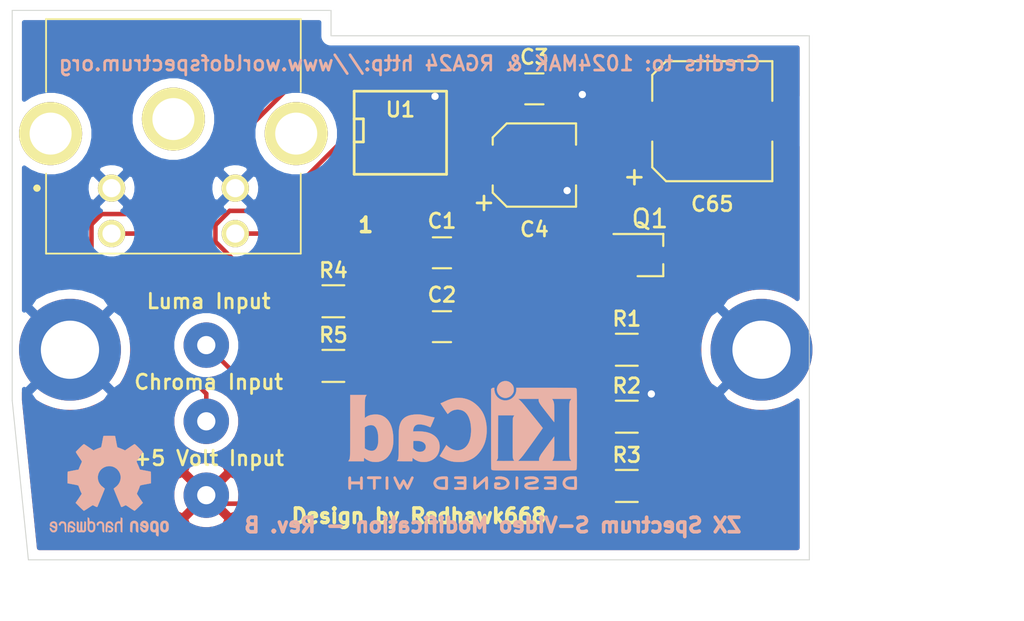
<source format=kicad_pcb>
(kicad_pcb (version 20171130) (host pcbnew "(5.1.4)-1")

  (general
    (thickness 1.6)
    (drawings 13)
    (tracks 104)
    (zones 0)
    (modules 20)
    (nets 14)
  )

  (page A4)
  (layers
    (0 F.Cu signal)
    (31 B.Cu signal)
    (32 B.Adhes user)
    (33 F.Adhes user)
    (34 B.Paste user)
    (35 F.Paste user)
    (36 B.SilkS user)
    (37 F.SilkS user)
    (38 B.Mask user)
    (39 F.Mask user)
    (40 Dwgs.User user)
    (41 Cmts.User user)
    (42 Eco1.User user)
    (43 Eco2.User user)
    (44 Edge.Cuts user)
    (45 Margin user)
    (46 B.CrtYd user)
    (47 F.CrtYd user)
    (48 B.Fab user)
    (49 F.Fab user)
  )

  (setup
    (last_trace_width 0.25)
    (trace_clearance 0.2)
    (zone_clearance 0.508)
    (zone_45_only no)
    (trace_min 0.2)
    (via_size 0.8)
    (via_drill 0.4)
    (via_min_size 0.4)
    (via_min_drill 0.3)
    (uvia_size 0.3)
    (uvia_drill 0.1)
    (uvias_allowed no)
    (uvia_min_size 0.2)
    (uvia_min_drill 0.1)
    (edge_width 0.05)
    (segment_width 0.2)
    (pcb_text_width 0.3)
    (pcb_text_size 1.5 1.5)
    (mod_edge_width 0.12)
    (mod_text_size 1 1)
    (mod_text_width 0.15)
    (pad_size 0.45 1.5)
    (pad_drill 0)
    (pad_to_mask_clearance 0.051)
    (solder_mask_min_width 0.25)
    (aux_axis_origin 0 0)
    (visible_elements 7FFFFFFF)
    (pcbplotparams
      (layerselection 0x010f0_ffffffff)
      (usegerberextensions false)
      (usegerberattributes false)
      (usegerberadvancedattributes false)
      (creategerberjobfile false)
      (excludeedgelayer true)
      (linewidth 0.150000)
      (plotframeref false)
      (viasonmask false)
      (mode 1)
      (useauxorigin false)
      (hpglpennumber 1)
      (hpglpenspeed 20)
      (hpglpendiameter 15.000000)
      (psnegative false)
      (psa4output false)
      (plotreference true)
      (plotvalue true)
      (plotinvisibletext false)
      (padsonsilk false)
      (subtractmaskfromsilk false)
      (outputformat 1)
      (mirror false)
      (drillshape 0)
      (scaleselection 1)
      (outputdirectory "Gerbers Rev. B/"))
  )

  (net 0 "")
  (net 1 "Net-(C65-Pad2)")
  (net 2 "Net-(C65-Pad1)")
  (net 3 GND)
  (net 4 "Net-(J1-Pad3)")
  (net 5 "Net-(J1-Pad4)")
  (net 6 +5V)
  (net 7 "Net-(C1-Pad1)")
  (net 8 "Net-(C1-Pad2)")
  (net 9 "Net-(C2-Pad2)")
  (net 10 "Net-(C2-Pad1)")
  (net 11 "Net-(R4-Pad1)")
  (net 12 "Net-(R5-Pad1)")
  (net 13 "Net-(U1-Pad3)")

  (net_class Default "Dit is de standaard class."
    (clearance 0.2)
    (trace_width 0.25)
    (via_dia 0.8)
    (via_drill 0.4)
    (uvia_dia 0.3)
    (uvia_drill 0.1)
    (add_net +5V)
    (add_net GND)
    (add_net "Net-(C1-Pad1)")
    (add_net "Net-(C1-Pad2)")
    (add_net "Net-(C2-Pad1)")
    (add_net "Net-(C2-Pad2)")
    (add_net "Net-(C65-Pad1)")
    (add_net "Net-(C65-Pad2)")
    (add_net "Net-(J1-Pad3)")
    (add_net "Net-(J1-Pad4)")
    (add_net "Net-(R4-Pad1)")
    (add_net "Net-(R5-Pad1)")
    (add_net "Net-(U1-Pad3)")
  )

  (module SMD_Packages:SOIC-8-N (layer F.Cu) (tedit 0) (tstamp 5ED453DE)
    (at 157.099 90.551)
    (descr "Module Narrow CMS SOJ 8 pins large")
    (tags "CMS SOJ")
    (path /5EE0935A)
    (attr smd)
    (fp_text reference U1 (at 0 -1.27) (layer F.SilkS)
      (effects (font (size 0.8 0.8) (thickness 0.15)))
    )
    (fp_text value FMS6143 (at 0 1.27) (layer F.Fab)
      (effects (font (size 1 1) (thickness 0.15)))
    )
    (fp_line (start -2.032 0.508) (end -2.54 0.508) (layer F.SilkS) (width 0.15))
    (fp_line (start -2.032 -0.762) (end -2.032 0.508) (layer F.SilkS) (width 0.15))
    (fp_line (start -2.54 -0.762) (end -2.032 -0.762) (layer F.SilkS) (width 0.15))
    (fp_line (start -2.54 2.286) (end -2.54 -2.286) (layer F.SilkS) (width 0.15))
    (fp_line (start 2.54 2.286) (end -2.54 2.286) (layer F.SilkS) (width 0.15))
    (fp_line (start 2.54 -2.286) (end 2.54 2.286) (layer F.SilkS) (width 0.15))
    (fp_line (start -2.54 -2.286) (end 2.54 -2.286) (layer F.SilkS) (width 0.15))
    (pad 1 smd rect (at -1.905 3.175) (size 0.508 1.143) (layers F.Cu F.Paste F.Mask)
      (net 7 "Net-(C1-Pad1)"))
    (pad 2 smd rect (at -0.635 3.175) (size 0.508 1.143) (layers F.Cu F.Paste F.Mask)
      (net 10 "Net-(C2-Pad1)"))
    (pad 3 smd rect (at 0.635 3.175) (size 0.508 1.143) (layers F.Cu F.Paste F.Mask)
      (net 13 "Net-(U1-Pad3)"))
    (pad 4 smd rect (at 1.905 3.175) (size 0.508 1.143) (layers F.Cu F.Paste F.Mask)
      (net 6 +5V))
    (pad 5 smd rect (at 1.905 -3.175) (size 0.508 1.143) (layers F.Cu F.Paste F.Mask)
      (net 3 GND))
    (pad 6 smd rect (at 0.635 -3.175) (size 0.508 1.143) (layers F.Cu F.Paste F.Mask)
      (net 3 GND))
    (pad 7 smd rect (at -0.635 -3.175) (size 0.508 1.143) (layers F.Cu F.Paste F.Mask)
      (net 12 "Net-(R5-Pad1)"))
    (pad 8 smd rect (at -1.905 -3.175) (size 0.508 1.143) (layers F.Cu F.Paste F.Mask)
      (net 11 "Net-(R4-Pad1)"))
    (model SMD_Packages.3dshapes/SOIC-8-N.wrl
      (at (xyz 0 0 0))
      (scale (xyz 0.5 0.38 0.5))
      (rotate (xyz 0 0 0))
    )
  )

  (module Symbols:KiCad-Logo2_6mm_SilkScreen (layer B.Cu) (tedit 0) (tstamp 5ED50A02)
    (at 160.528 107.188 180)
    (descr "KiCad Logo")
    (tags "Logo KiCad")
    (attr virtual)
    (fp_text reference Kicad_Logo (at 0 0) (layer B.SilkS) hide
      (effects (font (size 1 1) (thickness 0.15)) (justify mirror))
    )
    (fp_text value KiCad-Logo2_6mm_SilkScreen (at 0.75 0) (layer Dwgs.User) hide
      (effects (font (size 1 1) (thickness 0.15)))
    )
    (fp_poly (pts (xy -6.121371 -2.269066) (xy -6.081889 -2.269467) (xy -5.9662 -2.272259) (xy -5.869311 -2.28055)
      (xy -5.787919 -2.295232) (xy -5.718723 -2.317193) (xy -5.65842 -2.347322) (xy -5.603708 -2.38651)
      (xy -5.584167 -2.403532) (xy -5.55175 -2.443363) (xy -5.52252 -2.497413) (xy -5.499991 -2.557323)
      (xy -5.487679 -2.614739) (xy -5.4864 -2.635956) (xy -5.494417 -2.694769) (xy -5.515899 -2.759013)
      (xy -5.546999 -2.819821) (xy -5.583866 -2.86833) (xy -5.589854 -2.874182) (xy -5.640579 -2.915321)
      (xy -5.696125 -2.947435) (xy -5.759696 -2.971365) (xy -5.834494 -2.987953) (xy -5.923722 -2.998041)
      (xy -6.030582 -3.002469) (xy -6.079528 -3.002845) (xy -6.141762 -3.002545) (xy -6.185528 -3.001292)
      (xy -6.214931 -2.998554) (xy -6.234079 -2.993801) (xy -6.247077 -2.986501) (xy -6.254045 -2.980267)
      (xy -6.260626 -2.972694) (xy -6.265788 -2.962924) (xy -6.269703 -2.94834) (xy -6.272543 -2.926326)
      (xy -6.27448 -2.894264) (xy -6.275684 -2.849536) (xy -6.276328 -2.789526) (xy -6.276583 -2.711617)
      (xy -6.276622 -2.635956) (xy -6.27687 -2.535041) (xy -6.276817 -2.454427) (xy -6.275857 -2.415822)
      (xy -6.129867 -2.415822) (xy -6.129867 -2.856089) (xy -6.036734 -2.856004) (xy -5.980693 -2.854396)
      (xy -5.921999 -2.850256) (xy -5.873028 -2.844464) (xy -5.871538 -2.844226) (xy -5.792392 -2.82509)
      (xy -5.731002 -2.795287) (xy -5.684305 -2.752878) (xy -5.654635 -2.706961) (xy -5.636353 -2.656026)
      (xy -5.637771 -2.6082) (xy -5.658988 -2.556933) (xy -5.700489 -2.503899) (xy -5.757998 -2.4646)
      (xy -5.83275 -2.438331) (xy -5.882708 -2.429035) (xy -5.939416 -2.422507) (xy -5.999519 -2.417782)
      (xy -6.050639 -2.415817) (xy -6.053667 -2.415808) (xy -6.129867 -2.415822) (xy -6.275857 -2.415822)
      (xy -6.27526 -2.391851) (xy -6.270998 -2.345055) (xy -6.26283 -2.311778) (xy -6.249556 -2.289759)
      (xy -6.229974 -2.276739) (xy -6.202883 -2.270457) (xy -6.167082 -2.268653) (xy -6.121371 -2.269066)) (layer B.SilkS) (width 0.01))
    (fp_poly (pts (xy -4.712794 -2.269146) (xy -4.643386 -2.269518) (xy -4.590997 -2.270385) (xy -4.552847 -2.271946)
      (xy -4.526159 -2.274403) (xy -4.508153 -2.277957) (xy -4.496049 -2.28281) (xy -4.487069 -2.289161)
      (xy -4.483818 -2.292084) (xy -4.464043 -2.323142) (xy -4.460482 -2.358828) (xy -4.473491 -2.39051)
      (xy -4.479506 -2.396913) (xy -4.489235 -2.403121) (xy -4.504901 -2.40791) (xy -4.529408 -2.411514)
      (xy -4.565661 -2.414164) (xy -4.616565 -2.416095) (xy -4.685026 -2.417539) (xy -4.747617 -2.418418)
      (xy -4.995334 -2.421467) (xy -4.998719 -2.486378) (xy -5.002105 -2.551289) (xy -4.833958 -2.551289)
      (xy -4.760959 -2.551919) (xy -4.707517 -2.554553) (xy -4.670628 -2.560309) (xy -4.647288 -2.570304)
      (xy -4.634494 -2.585656) (xy -4.629242 -2.607482) (xy -4.628445 -2.627738) (xy -4.630923 -2.652592)
      (xy -4.640277 -2.670906) (xy -4.659383 -2.683637) (xy -4.691118 -2.691741) (xy -4.738359 -2.696176)
      (xy -4.803983 -2.697899) (xy -4.839801 -2.698045) (xy -5.000978 -2.698045) (xy -5.000978 -2.856089)
      (xy -4.752622 -2.856089) (xy -4.671213 -2.856202) (xy -4.609342 -2.856712) (xy -4.563968 -2.85787)
      (xy -4.532054 -2.85993) (xy -4.510559 -2.863146) (xy -4.496443 -2.867772) (xy -4.486668 -2.874059)
      (xy -4.481689 -2.878667) (xy -4.46461 -2.90556) (xy -4.459111 -2.929467) (xy -4.466963 -2.958667)
      (xy -4.481689 -2.980267) (xy -4.489546 -2.987066) (xy -4.499688 -2.992346) (xy -4.514844 -2.996298)
      (xy -4.537741 -2.999113) (xy -4.571109 -3.000982) (xy -4.617675 -3.002098) (xy -4.680167 -3.002651)
      (xy -4.761314 -3.002833) (xy -4.803422 -3.002845) (xy -4.893598 -3.002765) (xy -4.963924 -3.002398)
      (xy -5.017129 -3.001552) (xy -5.05594 -3.000036) (xy -5.083087 -2.997659) (xy -5.101298 -2.994229)
      (xy -5.1133 -2.989554) (xy -5.121822 -2.983444) (xy -5.125156 -2.980267) (xy -5.131755 -2.97267)
      (xy -5.136927 -2.96287) (xy -5.140846 -2.948239) (xy -5.143684 -2.926152) (xy -5.145615 -2.893982)
      (xy -5.146812 -2.849103) (xy -5.147448 -2.788889) (xy -5.147697 -2.710713) (xy -5.147734 -2.637923)
      (xy -5.1477 -2.544707) (xy -5.147465 -2.471431) (xy -5.14683 -2.415458) (xy -5.145594 -2.374151)
      (xy -5.143556 -2.344872) (xy -5.140517 -2.324984) (xy -5.136277 -2.31185) (xy -5.130635 -2.302832)
      (xy -5.123391 -2.295293) (xy -5.121606 -2.293612) (xy -5.112945 -2.286172) (xy -5.102882 -2.280409)
      (xy -5.088625 -2.276112) (xy -5.067383 -2.273064) (xy -5.036364 -2.271051) (xy -4.992777 -2.26986)
      (xy -4.933831 -2.269275) (xy -4.856734 -2.269083) (xy -4.802001 -2.269067) (xy -4.712794 -2.269146)) (layer B.SilkS) (width 0.01))
    (fp_poly (pts (xy -3.691703 -2.270351) (xy -3.616888 -2.275581) (xy -3.547306 -2.28375) (xy -3.487002 -2.29455)
      (xy -3.44002 -2.307673) (xy -3.410406 -2.322813) (xy -3.40586 -2.327269) (xy -3.390054 -2.36185)
      (xy -3.394847 -2.397351) (xy -3.419364 -2.427725) (xy -3.420534 -2.428596) (xy -3.434954 -2.437954)
      (xy -3.450008 -2.442876) (xy -3.471005 -2.443473) (xy -3.503257 -2.439861) (xy -3.552073 -2.432154)
      (xy -3.556 -2.431505) (xy -3.628739 -2.422569) (xy -3.707217 -2.418161) (xy -3.785927 -2.418119)
      (xy -3.859361 -2.422279) (xy -3.922011 -2.430479) (xy -3.96837 -2.442557) (xy -3.971416 -2.443771)
      (xy -4.005048 -2.462615) (xy -4.016864 -2.481685) (xy -4.007614 -2.500439) (xy -3.978047 -2.518337)
      (xy -3.928911 -2.534837) (xy -3.860957 -2.549396) (xy -3.815645 -2.556406) (xy -3.721456 -2.569889)
      (xy -3.646544 -2.582214) (xy -3.587717 -2.594449) (xy -3.541785 -2.607661) (xy -3.505555 -2.622917)
      (xy -3.475838 -2.641285) (xy -3.449442 -2.663831) (xy -3.42823 -2.685971) (xy -3.403065 -2.716819)
      (xy -3.390681 -2.743345) (xy -3.386808 -2.776026) (xy -3.386667 -2.787995) (xy -3.389576 -2.827712)
      (xy -3.401202 -2.857259) (xy -3.421323 -2.883486) (xy -3.462216 -2.923576) (xy -3.507817 -2.954149)
      (xy -3.561513 -2.976203) (xy -3.626692 -2.990735) (xy -3.706744 -2.998741) (xy -3.805057 -3.001218)
      (xy -3.821289 -3.001177) (xy -3.886849 -2.999818) (xy -3.951866 -2.99673) (xy -4.009252 -2.992356)
      (xy -4.051922 -2.98714) (xy -4.055372 -2.986541) (xy -4.097796 -2.976491) (xy -4.13378 -2.963796)
      (xy -4.15415 -2.95219) (xy -4.173107 -2.921572) (xy -4.174427 -2.885918) (xy -4.158085 -2.854144)
      (xy -4.154429 -2.850551) (xy -4.139315 -2.839876) (xy -4.120415 -2.835276) (xy -4.091162 -2.836059)
      (xy -4.055651 -2.840127) (xy -4.01597 -2.843762) (xy -3.960345 -2.846828) (xy -3.895406 -2.849053)
      (xy -3.827785 -2.850164) (xy -3.81 -2.850237) (xy -3.742128 -2.849964) (xy -3.692454 -2.848646)
      (xy -3.65661 -2.845827) (xy -3.630224 -2.84105) (xy -3.608926 -2.833857) (xy -3.596126 -2.827867)
      (xy -3.568 -2.811233) (xy -3.550068 -2.796168) (xy -3.547447 -2.791897) (xy -3.552976 -2.774263)
      (xy -3.57926 -2.757192) (xy -3.624478 -2.741458) (xy -3.686808 -2.727838) (xy -3.705171 -2.724804)
      (xy -3.80109 -2.709738) (xy -3.877641 -2.697146) (xy -3.93778 -2.686111) (xy -3.98446 -2.67572)
      (xy -4.020637 -2.665056) (xy -4.049265 -2.653205) (xy -4.073298 -2.639251) (xy -4.095692 -2.622281)
      (xy -4.119402 -2.601378) (xy -4.12738 -2.594049) (xy -4.155353 -2.566699) (xy -4.17016 -2.545029)
      (xy -4.175952 -2.520232) (xy -4.176889 -2.488983) (xy -4.166575 -2.427705) (xy -4.135752 -2.37564)
      (xy -4.084595 -2.332958) (xy -4.013283 -2.299825) (xy -3.9624 -2.284964) (xy -3.9071 -2.275366)
      (xy -3.840853 -2.269936) (xy -3.767706 -2.268367) (xy -3.691703 -2.270351)) (layer B.SilkS) (width 0.01))
    (fp_poly (pts (xy -2.923822 -2.291645) (xy -2.917242 -2.299218) (xy -2.912079 -2.308987) (xy -2.908164 -2.323571)
      (xy -2.905324 -2.345585) (xy -2.903387 -2.377648) (xy -2.902183 -2.422375) (xy -2.901539 -2.482385)
      (xy -2.901284 -2.560294) (xy -2.901245 -2.635956) (xy -2.901314 -2.729802) (xy -2.901638 -2.803689)
      (xy -2.902386 -2.860232) (xy -2.903732 -2.902049) (xy -2.905846 -2.931757) (xy -2.9089 -2.951973)
      (xy -2.913066 -2.965314) (xy -2.918516 -2.974398) (xy -2.923822 -2.980267) (xy -2.956826 -2.999947)
      (xy -2.991991 -2.998181) (xy -3.023455 -2.976717) (xy -3.030684 -2.968337) (xy -3.036334 -2.958614)
      (xy -3.040599 -2.944861) (xy -3.043673 -2.924389) (xy -3.045752 -2.894512) (xy -3.04703 -2.852541)
      (xy -3.047701 -2.795789) (xy -3.047959 -2.721567) (xy -3.048 -2.637537) (xy -3.048 -2.324485)
      (xy -3.020291 -2.296776) (xy -2.986137 -2.273463) (xy -2.953006 -2.272623) (xy -2.923822 -2.291645)) (layer B.SilkS) (width 0.01))
    (fp_poly (pts (xy -1.950081 -2.274599) (xy -1.881565 -2.286095) (xy -1.828943 -2.303967) (xy -1.794708 -2.327499)
      (xy -1.785379 -2.340924) (xy -1.775893 -2.372148) (xy -1.782277 -2.400395) (xy -1.80243 -2.427182)
      (xy -1.833745 -2.439713) (xy -1.879183 -2.438696) (xy -1.914326 -2.431906) (xy -1.992419 -2.418971)
      (xy -2.072226 -2.417742) (xy -2.161555 -2.428241) (xy -2.186229 -2.43269) (xy -2.269291 -2.456108)
      (xy -2.334273 -2.490945) (xy -2.380461 -2.536604) (xy -2.407145 -2.592494) (xy -2.412663 -2.621388)
      (xy -2.409051 -2.680012) (xy -2.385729 -2.731879) (xy -2.344824 -2.775978) (xy -2.288459 -2.811299)
      (xy -2.21876 -2.836829) (xy -2.137852 -2.851559) (xy -2.04786 -2.854478) (xy -1.95091 -2.844575)
      (xy -1.945436 -2.843641) (xy -1.906875 -2.836459) (xy -1.885494 -2.829521) (xy -1.876227 -2.819227)
      (xy -1.874006 -2.801976) (xy -1.873956 -2.792841) (xy -1.873956 -2.754489) (xy -1.942431 -2.754489)
      (xy -2.0029 -2.750347) (xy -2.044165 -2.737147) (xy -2.068175 -2.71373) (xy -2.076877 -2.678936)
      (xy -2.076983 -2.674394) (xy -2.071892 -2.644654) (xy -2.054433 -2.623419) (xy -2.021939 -2.609366)
      (xy -1.971743 -2.601173) (xy -1.923123 -2.598161) (xy -1.852456 -2.596433) (xy -1.801198 -2.59907)
      (xy -1.766239 -2.6088) (xy -1.74447 -2.628353) (xy -1.73278 -2.660456) (xy -1.72806 -2.707838)
      (xy -1.7272 -2.770071) (xy -1.728609 -2.839535) (xy -1.732848 -2.886786) (xy -1.739936 -2.912012)
      (xy -1.741311 -2.913988) (xy -1.780228 -2.945508) (xy -1.837286 -2.97047) (xy -1.908869 -2.98834)
      (xy -1.991358 -2.998586) (xy -2.081139 -3.000673) (xy -2.174592 -2.994068) (xy -2.229556 -2.985956)
      (xy -2.315766 -2.961554) (xy -2.395892 -2.921662) (xy -2.462977 -2.869887) (xy -2.473173 -2.859539)
      (xy -2.506302 -2.816035) (xy -2.536194 -2.762118) (xy -2.559357 -2.705592) (xy -2.572298 -2.654259)
      (xy -2.573858 -2.634544) (xy -2.567218 -2.593419) (xy -2.549568 -2.542252) (xy -2.524297 -2.488394)
      (xy -2.494789 -2.439195) (xy -2.468719 -2.406334) (xy -2.407765 -2.357452) (xy -2.328969 -2.318545)
      (xy -2.235157 -2.290494) (xy -2.12915 -2.274179) (xy -2.032 -2.270192) (xy -1.950081 -2.274599)) (layer B.SilkS) (width 0.01))
    (fp_poly (pts (xy -1.300114 -2.273448) (xy -1.276548 -2.287273) (xy -1.245735 -2.309881) (xy -1.206078 -2.342338)
      (xy -1.15598 -2.385708) (xy -1.093843 -2.441058) (xy -1.018072 -2.509451) (xy -0.931334 -2.588084)
      (xy -0.750711 -2.751878) (xy -0.745067 -2.532029) (xy -0.743029 -2.456351) (xy -0.741063 -2.399994)
      (xy -0.738734 -2.359706) (xy -0.735606 -2.332235) (xy -0.731245 -2.314329) (xy -0.725216 -2.302737)
      (xy -0.717084 -2.294208) (xy -0.712772 -2.290623) (xy -0.678241 -2.27167) (xy -0.645383 -2.274441)
      (xy -0.619318 -2.290633) (xy -0.592667 -2.312199) (xy -0.589352 -2.627151) (xy -0.588435 -2.719779)
      (xy -0.587968 -2.792544) (xy -0.588113 -2.848161) (xy -0.589032 -2.889342) (xy -0.590887 -2.918803)
      (xy -0.593839 -2.939255) (xy -0.59805 -2.953413) (xy -0.603682 -2.963991) (xy -0.609927 -2.972474)
      (xy -0.623439 -2.988207) (xy -0.636883 -2.998636) (xy -0.652124 -3.002639) (xy -0.671026 -2.999094)
      (xy -0.695455 -2.986879) (xy -0.727273 -2.964871) (xy -0.768348 -2.931949) (xy -0.820542 -2.886991)
      (xy -0.885722 -2.828875) (xy -0.959556 -2.762099) (xy -1.224845 -2.521458) (xy -1.230489 -2.740589)
      (xy -1.232531 -2.816128) (xy -1.234502 -2.872354) (xy -1.236839 -2.912524) (xy -1.239981 -2.939896)
      (xy -1.244364 -2.957728) (xy -1.250424 -2.969279) (xy -1.2586 -2.977807) (xy -1.262784 -2.981282)
      (xy -1.299765 -3.000372) (xy -1.334708 -2.997493) (xy -1.365136 -2.9731) (xy -1.372097 -2.963286)
      (xy -1.377523 -2.951826) (xy -1.381603 -2.935968) (xy -1.384529 -2.912963) (xy -1.386492 -2.880062)
      (xy -1.387683 -2.834516) (xy -1.388292 -2.773573) (xy -1.388511 -2.694486) (xy -1.388534 -2.635956)
      (xy -1.38846 -2.544407) (xy -1.388113 -2.472687) (xy -1.387301 -2.418045) (xy -1.385833 -2.377732)
      (xy -1.383519 -2.348998) (xy -1.380167 -2.329093) (xy -1.375588 -2.315268) (xy -1.369589 -2.304772)
      (xy -1.365136 -2.298811) (xy -1.35385 -2.284691) (xy -1.343301 -2.274029) (xy -1.331893 -2.267892)
      (xy -1.31803 -2.267343) (xy -1.300114 -2.273448)) (layer B.SilkS) (width 0.01))
    (fp_poly (pts (xy 0.230343 -2.26926) (xy 0.306701 -2.270174) (xy 0.365217 -2.272311) (xy 0.408255 -2.276175)
      (xy 0.438183 -2.282267) (xy 0.457368 -2.29109) (xy 0.468176 -2.303146) (xy 0.472973 -2.318939)
      (xy 0.474127 -2.33897) (xy 0.474133 -2.341335) (xy 0.473131 -2.363992) (xy 0.468396 -2.381503)
      (xy 0.457333 -2.394574) (xy 0.437348 -2.403913) (xy 0.405846 -2.410227) (xy 0.360232 -2.414222)
      (xy 0.297913 -2.416606) (xy 0.216293 -2.418086) (xy 0.191277 -2.418414) (xy -0.0508 -2.421467)
      (xy -0.054186 -2.486378) (xy -0.057571 -2.551289) (xy 0.110576 -2.551289) (xy 0.176266 -2.551531)
      (xy 0.223172 -2.552556) (xy 0.255083 -2.554811) (xy 0.275791 -2.558742) (xy 0.289084 -2.564798)
      (xy 0.298755 -2.573424) (xy 0.298817 -2.573493) (xy 0.316356 -2.607112) (xy 0.315722 -2.643448)
      (xy 0.297314 -2.674423) (xy 0.293671 -2.677607) (xy 0.280741 -2.685812) (xy 0.263024 -2.691521)
      (xy 0.23657 -2.695162) (xy 0.197432 -2.697167) (xy 0.141662 -2.697964) (xy 0.105994 -2.698045)
      (xy -0.056445 -2.698045) (xy -0.056445 -2.856089) (xy 0.190161 -2.856089) (xy 0.27158 -2.856231)
      (xy 0.33341 -2.856814) (xy 0.378637 -2.858068) (xy 0.410248 -2.860227) (xy 0.431231 -2.863523)
      (xy 0.444573 -2.868189) (xy 0.453261 -2.874457) (xy 0.45545 -2.876733) (xy 0.471614 -2.90828)
      (xy 0.472797 -2.944168) (xy 0.459536 -2.975285) (xy 0.449043 -2.985271) (xy 0.438129 -2.990769)
      (xy 0.421217 -2.995022) (xy 0.395633 -2.99818) (xy 0.358701 -3.000392) (xy 0.307746 -3.001806)
      (xy 0.240094 -3.002572) (xy 0.153069 -3.002838) (xy 0.133394 -3.002845) (xy 0.044911 -3.002787)
      (xy -0.023773 -3.002467) (xy -0.075436 -3.001667) (xy -0.112855 -3.000167) (xy -0.13881 -2.997749)
      (xy -0.156078 -2.994194) (xy -0.167438 -2.989282) (xy -0.175668 -2.982795) (xy -0.180183 -2.978138)
      (xy -0.186979 -2.969889) (xy -0.192288 -2.959669) (xy -0.196294 -2.9448) (xy -0.199179 -2.922602)
      (xy -0.201126 -2.890393) (xy -0.202319 -2.845496) (xy -0.202939 -2.785228) (xy -0.203171 -2.706911)
      (xy -0.2032 -2.640994) (xy -0.203129 -2.548628) (xy -0.202792 -2.476117) (xy -0.202002 -2.420737)
      (xy -0.200574 -2.379765) (xy -0.198321 -2.350478) (xy -0.195057 -2.330153) (xy -0.190596 -2.316066)
      (xy -0.184752 -2.305495) (xy -0.179803 -2.298811) (xy -0.156406 -2.269067) (xy 0.133774 -2.269067)
      (xy 0.230343 -2.26926)) (layer B.SilkS) (width 0.01))
    (fp_poly (pts (xy 1.018309 -2.269275) (xy 1.147288 -2.273636) (xy 1.256991 -2.286861) (xy 1.349226 -2.309741)
      (xy 1.425802 -2.34307) (xy 1.488527 -2.387638) (xy 1.539212 -2.444236) (xy 1.579663 -2.513658)
      (xy 1.580459 -2.515351) (xy 1.604601 -2.577483) (xy 1.613203 -2.632509) (xy 1.606231 -2.687887)
      (xy 1.583654 -2.751073) (xy 1.579372 -2.760689) (xy 1.550172 -2.816966) (xy 1.517356 -2.860451)
      (xy 1.475002 -2.897417) (xy 1.41719 -2.934135) (xy 1.413831 -2.936052) (xy 1.363504 -2.960227)
      (xy 1.306621 -2.978282) (xy 1.239527 -2.990839) (xy 1.158565 -2.998522) (xy 1.060082 -3.001953)
      (xy 1.025286 -3.002251) (xy 0.859594 -3.002845) (xy 0.836197 -2.9731) (xy 0.829257 -2.963319)
      (xy 0.823842 -2.951897) (xy 0.819765 -2.936095) (xy 0.816837 -2.913175) (xy 0.814867 -2.880396)
      (xy 0.814225 -2.856089) (xy 0.970844 -2.856089) (xy 1.064726 -2.856089) (xy 1.119664 -2.854483)
      (xy 1.17606 -2.850255) (xy 1.222345 -2.844292) (xy 1.225139 -2.84379) (xy 1.307348 -2.821736)
      (xy 1.371114 -2.7886) (xy 1.418452 -2.742847) (xy 1.451382 -2.682939) (xy 1.457108 -2.667061)
      (xy 1.462721 -2.642333) (xy 1.460291 -2.617902) (xy 1.448467 -2.5854) (xy 1.44134 -2.569434)
      (xy 1.418 -2.527006) (xy 1.38988 -2.49724) (xy 1.35894 -2.476511) (xy 1.296966 -2.449537)
      (xy 1.217651 -2.429998) (xy 1.125253 -2.418746) (xy 1.058333 -2.41627) (xy 0.970844 -2.415822)
      (xy 0.970844 -2.856089) (xy 0.814225 -2.856089) (xy 0.813668 -2.835021) (xy 0.81305 -2.774311)
      (xy 0.812825 -2.695526) (xy 0.8128 -2.63392) (xy 0.8128 -2.324485) (xy 0.840509 -2.296776)
      (xy 0.852806 -2.285544) (xy 0.866103 -2.277853) (xy 0.884672 -2.27304) (xy 0.912786 -2.270446)
      (xy 0.954717 -2.26941) (xy 1.014737 -2.26927) (xy 1.018309 -2.269275)) (layer B.SilkS) (width 0.01))
    (fp_poly (pts (xy 3.744665 -2.271034) (xy 3.764255 -2.278035) (xy 3.76501 -2.278377) (xy 3.791613 -2.298678)
      (xy 3.80627 -2.319561) (xy 3.809138 -2.329352) (xy 3.808996 -2.342361) (xy 3.804961 -2.360895)
      (xy 3.796146 -2.387257) (xy 3.781669 -2.423752) (xy 3.760645 -2.472687) (xy 3.732188 -2.536365)
      (xy 3.695415 -2.617093) (xy 3.675175 -2.661216) (xy 3.638625 -2.739985) (xy 3.604315 -2.812423)
      (xy 3.573552 -2.87588) (xy 3.547648 -2.927708) (xy 3.52791 -2.965259) (xy 3.51565 -2.985884)
      (xy 3.513224 -2.988733) (xy 3.482183 -3.001302) (xy 3.447121 -2.999619) (xy 3.419 -2.984332)
      (xy 3.417854 -2.983089) (xy 3.406668 -2.966154) (xy 3.387904 -2.93317) (xy 3.363875 -2.88838)
      (xy 3.336897 -2.836032) (xy 3.327201 -2.816742) (xy 3.254014 -2.67015) (xy 3.17424 -2.829393)
      (xy 3.145767 -2.884415) (xy 3.11935 -2.932132) (xy 3.097148 -2.968893) (xy 3.081319 -2.991044)
      (xy 3.075954 -2.995741) (xy 3.034257 -3.002102) (xy 2.999849 -2.988733) (xy 2.989728 -2.974446)
      (xy 2.972214 -2.942692) (xy 2.948735 -2.896597) (xy 2.92072 -2.839285) (xy 2.889599 -2.77388)
      (xy 2.856799 -2.703507) (xy 2.82375 -2.631291) (xy 2.791881 -2.560355) (xy 2.762619 -2.493825)
      (xy 2.737395 -2.434826) (xy 2.717636 -2.386481) (xy 2.704772 -2.351915) (xy 2.700231 -2.334253)
      (xy 2.700277 -2.333613) (xy 2.711326 -2.311388) (xy 2.73341 -2.288753) (xy 2.73471 -2.287768)
      (xy 2.761853 -2.272425) (xy 2.786958 -2.272574) (xy 2.796368 -2.275466) (xy 2.807834 -2.281718)
      (xy 2.82001 -2.294014) (xy 2.834357 -2.314908) (xy 2.852336 -2.346949) (xy 2.875407 -2.392688)
      (xy 2.90503 -2.454677) (xy 2.931745 -2.511898) (xy 2.96248 -2.578226) (xy 2.990021 -2.637874)
      (xy 3.012938 -2.687725) (xy 3.029798 -2.724664) (xy 3.039173 -2.745573) (xy 3.04054 -2.748845)
      (xy 3.046689 -2.743497) (xy 3.060822 -2.721109) (xy 3.081057 -2.684946) (xy 3.105515 -2.638277)
      (xy 3.115248 -2.619022) (xy 3.148217 -2.554004) (xy 3.173643 -2.506654) (xy 3.193612 -2.474219)
      (xy 3.21021 -2.453946) (xy 3.225524 -2.443082) (xy 3.24164 -2.438875) (xy 3.252143 -2.4384)
      (xy 3.27067 -2.440042) (xy 3.286904 -2.446831) (xy 3.303035 -2.461566) (xy 3.321251 -2.487044)
      (xy 3.343739 -2.526061) (xy 3.372689 -2.581414) (xy 3.388662 -2.612903) (xy 3.41457 -2.663087)
      (xy 3.437167 -2.704704) (xy 3.454458 -2.734242) (xy 3.46445 -2.748189) (xy 3.465809 -2.74877)
      (xy 3.472261 -2.737793) (xy 3.486708 -2.70929) (xy 3.507703 -2.666244) (xy 3.533797 -2.611638)
      (xy 3.563546 -2.548454) (xy 3.57818 -2.517071) (xy 3.61625 -2.436078) (xy 3.646905 -2.373756)
      (xy 3.671737 -2.328071) (xy 3.692337 -2.296989) (xy 3.710298 -2.278478) (xy 3.72721 -2.270504)
      (xy 3.744665 -2.271034)) (layer B.SilkS) (width 0.01))
    (fp_poly (pts (xy 4.188614 -2.275877) (xy 4.212327 -2.290647) (xy 4.238978 -2.312227) (xy 4.238978 -2.633773)
      (xy 4.238893 -2.72783) (xy 4.238529 -2.801932) (xy 4.237724 -2.858704) (xy 4.236313 -2.900768)
      (xy 4.234133 -2.930748) (xy 4.231021 -2.951267) (xy 4.226814 -2.964949) (xy 4.221348 -2.974416)
      (xy 4.217472 -2.979082) (xy 4.186034 -2.999575) (xy 4.150233 -2.998739) (xy 4.118873 -2.981264)
      (xy 4.092222 -2.959684) (xy 4.092222 -2.312227) (xy 4.118873 -2.290647) (xy 4.144594 -2.274949)
      (xy 4.1656 -2.269067) (xy 4.188614 -2.275877)) (layer B.SilkS) (width 0.01))
    (fp_poly (pts (xy 4.963065 -2.269163) (xy 5.041772 -2.269542) (xy 5.102863 -2.270333) (xy 5.148817 -2.27167)
      (xy 5.182114 -2.273683) (xy 5.205236 -2.276506) (xy 5.220662 -2.280269) (xy 5.230871 -2.285105)
      (xy 5.235813 -2.288822) (xy 5.261457 -2.321358) (xy 5.264559 -2.355138) (xy 5.248711 -2.385826)
      (xy 5.238348 -2.398089) (xy 5.227196 -2.40645) (xy 5.211035 -2.411657) (xy 5.185642 -2.414457)
      (xy 5.146798 -2.415596) (xy 5.09028 -2.415821) (xy 5.07918 -2.415822) (xy 4.933244 -2.415822)
      (xy 4.933244 -2.686756) (xy 4.933148 -2.772154) (xy 4.932711 -2.837864) (xy 4.931712 -2.886774)
      (xy 4.929928 -2.921773) (xy 4.927137 -2.945749) (xy 4.923117 -2.961593) (xy 4.917645 -2.972191)
      (xy 4.910666 -2.980267) (xy 4.877734 -3.000112) (xy 4.843354 -2.998548) (xy 4.812176 -2.975906)
      (xy 4.809886 -2.9731) (xy 4.802429 -2.962492) (xy 4.796747 -2.950081) (xy 4.792601 -2.93285)
      (xy 4.78975 -2.907784) (xy 4.787954 -2.871867) (xy 4.786972 -2.822083) (xy 4.786564 -2.755417)
      (xy 4.786489 -2.679589) (xy 4.786489 -2.415822) (xy 4.647127 -2.415822) (xy 4.587322 -2.415418)
      (xy 4.545918 -2.41384) (xy 4.518748 -2.410547) (xy 4.501646 -2.404992) (xy 4.490443 -2.396631)
      (xy 4.489083 -2.395178) (xy 4.472725 -2.361939) (xy 4.474172 -2.324362) (xy 4.492978 -2.291645)
      (xy 4.50025 -2.285298) (xy 4.509627 -2.280266) (xy 4.523609 -2.276396) (xy 4.544696 -2.273537)
      (xy 4.575389 -2.271535) (xy 4.618189 -2.270239) (xy 4.675595 -2.269498) (xy 4.75011 -2.269158)
      (xy 4.844233 -2.269068) (xy 4.86426 -2.269067) (xy 4.963065 -2.269163)) (layer B.SilkS) (width 0.01))
    (fp_poly (pts (xy 6.228823 -2.274533) (xy 6.260202 -2.296776) (xy 6.287911 -2.324485) (xy 6.287911 -2.63392)
      (xy 6.287838 -2.725799) (xy 6.287495 -2.79784) (xy 6.286692 -2.85278) (xy 6.285241 -2.89336)
      (xy 6.282952 -2.922317) (xy 6.279636 -2.942391) (xy 6.275105 -2.956321) (xy 6.269169 -2.966845)
      (xy 6.264514 -2.9731) (xy 6.233783 -2.997673) (xy 6.198496 -3.000341) (xy 6.166245 -2.985271)
      (xy 6.155588 -2.976374) (xy 6.148464 -2.964557) (xy 6.144167 -2.945526) (xy 6.141991 -2.914992)
      (xy 6.141228 -2.868662) (xy 6.141155 -2.832871) (xy 6.141155 -2.698045) (xy 5.644444 -2.698045)
      (xy 5.644444 -2.8207) (xy 5.643931 -2.876787) (xy 5.641876 -2.915333) (xy 5.637508 -2.941361)
      (xy 5.630056 -2.959897) (xy 5.621047 -2.9731) (xy 5.590144 -2.997604) (xy 5.555196 -3.000506)
      (xy 5.521738 -2.983089) (xy 5.512604 -2.973959) (xy 5.506152 -2.961855) (xy 5.501897 -2.943001)
      (xy 5.499352 -2.91362) (xy 5.498029 -2.869937) (xy 5.497443 -2.808175) (xy 5.497375 -2.794)
      (xy 5.496891 -2.677631) (xy 5.496641 -2.581727) (xy 5.496723 -2.504177) (xy 5.497231 -2.442869)
      (xy 5.498262 -2.39569) (xy 5.499913 -2.36053) (xy 5.502279 -2.335276) (xy 5.505457 -2.317817)
      (xy 5.509544 -2.306041) (xy 5.514634 -2.297835) (xy 5.520266 -2.291645) (xy 5.552128 -2.271844)
      (xy 5.585357 -2.274533) (xy 5.616735 -2.296776) (xy 5.629433 -2.311126) (xy 5.637526 -2.326978)
      (xy 5.642042 -2.349554) (xy 5.644006 -2.384078) (xy 5.644444 -2.435776) (xy 5.644444 -2.551289)
      (xy 6.141155 -2.551289) (xy 6.141155 -2.432756) (xy 6.141662 -2.378148) (xy 6.143698 -2.341275)
      (xy 6.148035 -2.317307) (xy 6.155447 -2.301415) (xy 6.163733 -2.291645) (xy 6.195594 -2.271844)
      (xy 6.228823 -2.274533)) (layer B.SilkS) (width 0.01))
    (fp_poly (pts (xy -2.9464 2.510946) (xy -2.935535 2.397007) (xy -2.903918 2.289384) (xy -2.853015 2.190385)
      (xy -2.784293 2.102316) (xy -2.699219 2.027484) (xy -2.602232 1.969616) (xy -2.495964 1.929995)
      (xy -2.38895 1.911427) (xy -2.2833 1.912566) (xy -2.181125 1.93207) (xy -2.084534 1.968594)
      (xy -1.995638 2.020795) (xy -1.916546 2.087327) (xy -1.849369 2.166848) (xy -1.796217 2.258013)
      (xy -1.759199 2.359477) (xy -1.740427 2.469898) (xy -1.738489 2.519794) (xy -1.738489 2.607733)
      (xy -1.68656 2.607733) (xy -1.650253 2.604889) (xy -1.623355 2.593089) (xy -1.596249 2.569351)
      (xy -1.557867 2.530969) (xy -1.557867 0.339398) (xy -1.557876 0.077261) (xy -1.557908 -0.163241)
      (xy -1.557972 -0.383048) (xy -1.558076 -0.583101) (xy -1.558227 -0.764344) (xy -1.558434 -0.927716)
      (xy -1.558706 -1.07416) (xy -1.55905 -1.204617) (xy -1.559474 -1.320029) (xy -1.559987 -1.421338)
      (xy -1.560597 -1.509484) (xy -1.561312 -1.58541) (xy -1.56214 -1.650057) (xy -1.563089 -1.704367)
      (xy -1.564167 -1.74928) (xy -1.565383 -1.78574) (xy -1.566745 -1.814687) (xy -1.568261 -1.837063)
      (xy -1.569938 -1.853809) (xy -1.571786 -1.865868) (xy -1.573813 -1.87418) (xy -1.576025 -1.879687)
      (xy -1.577108 -1.881537) (xy -1.581271 -1.888549) (xy -1.584805 -1.894996) (xy -1.588635 -1.9009)
      (xy -1.593682 -1.906286) (xy -1.600871 -1.911178) (xy -1.611123 -1.915598) (xy -1.625364 -1.919572)
      (xy -1.644514 -1.923121) (xy -1.669499 -1.92627) (xy -1.70124 -1.929042) (xy -1.740662 -1.931461)
      (xy -1.788686 -1.933551) (xy -1.846237 -1.935335) (xy -1.914237 -1.936837) (xy -1.99361 -1.93808)
      (xy -2.085279 -1.939089) (xy -2.190166 -1.939885) (xy -2.309196 -1.940494) (xy -2.44329 -1.940939)
      (xy -2.593373 -1.941243) (xy -2.760367 -1.94143) (xy -2.945196 -1.941524) (xy -3.148783 -1.941548)
      (xy -3.37205 -1.941525) (xy -3.615922 -1.94148) (xy -3.881321 -1.941437) (xy -3.919704 -1.941432)
      (xy -4.186682 -1.941389) (xy -4.432002 -1.941318) (xy -4.656583 -1.941213) (xy -4.861345 -1.941066)
      (xy -5.047206 -1.940869) (xy -5.215088 -1.940616) (xy -5.365908 -1.9403) (xy -5.500587 -1.939913)
      (xy -5.620044 -1.939447) (xy -5.725199 -1.938897) (xy -5.816971 -1.938253) (xy -5.896279 -1.937511)
      (xy -5.964043 -1.936661) (xy -6.021182 -1.935697) (xy -6.068617 -1.934611) (xy -6.107266 -1.933397)
      (xy -6.138049 -1.932047) (xy -6.161885 -1.930555) (xy -6.179694 -1.928911) (xy -6.192395 -1.927111)
      (xy -6.200908 -1.925145) (xy -6.205266 -1.923477) (xy -6.213728 -1.919906) (xy -6.221497 -1.91727)
      (xy -6.228602 -1.914634) (xy -6.235073 -1.911062) (xy -6.240939 -1.905621) (xy -6.246229 -1.897375)
      (xy -6.250974 -1.88539) (xy -6.255202 -1.868731) (xy -6.258943 -1.846463) (xy -6.262227 -1.817652)
      (xy -6.265083 -1.781363) (xy -6.26754 -1.736661) (xy -6.269629 -1.682611) (xy -6.271378 -1.618279)
      (xy -6.272817 -1.54273) (xy -6.273976 -1.45503) (xy -6.274883 -1.354243) (xy -6.275569 -1.239434)
      (xy -6.276063 -1.10967) (xy -6.276395 -0.964015) (xy -6.276593 -0.801535) (xy -6.276687 -0.621295)
      (xy -6.276708 -0.42236) (xy -6.276685 -0.203796) (xy -6.276646 0.035332) (xy -6.276622 0.29596)
      (xy -6.276622 0.338111) (xy -6.276636 0.601008) (xy -6.276661 0.842268) (xy -6.276671 1.062835)
      (xy -6.276642 1.263648) (xy -6.276548 1.445651) (xy -6.276362 1.609784) (xy -6.276059 1.756989)
      (xy -6.275614 1.888208) (xy -6.275034 1.998133) (xy -5.972197 1.998133) (xy -5.932407 1.940289)
      (xy -5.921236 1.924521) (xy -5.911166 1.910559) (xy -5.902138 1.897216) (xy -5.894097 1.883307)
      (xy -5.886986 1.867644) (xy -5.880747 1.849042) (xy -5.875325 1.826314) (xy -5.870662 1.798273)
      (xy -5.866701 1.763733) (xy -5.863385 1.721508) (xy -5.860659 1.670411) (xy -5.858464 1.609256)
      (xy -5.856745 1.536856) (xy -5.855444 1.452025) (xy -5.854505 1.353578) (xy -5.85387 1.240326)
      (xy -5.853484 1.111084) (xy -5.853288 0.964666) (xy -5.853227 0.799884) (xy -5.853243 0.615553)
      (xy -5.85328 0.410487) (xy -5.853289 0.287867) (xy -5.853265 0.070918) (xy -5.853231 -0.124642)
      (xy -5.853243 -0.299999) (xy -5.853358 -0.456341) (xy -5.85363 -0.594857) (xy -5.854118 -0.716734)
      (xy -5.854876 -0.82316) (xy -5.855962 -0.915322) (xy -5.857431 -0.994409) (xy -5.85934 -1.061608)
      (xy -5.861744 -1.118107) (xy -5.864701 -1.165093) (xy -5.868266 -1.203755) (xy -5.872495 -1.23528)
      (xy -5.877446 -1.260855) (xy -5.883173 -1.28167) (xy -5.889733 -1.298911) (xy -5.897183 -1.313765)
      (xy -5.905579 -1.327422) (xy -5.914976 -1.341069) (xy -5.925432 -1.355893) (xy -5.931523 -1.364783)
      (xy -5.970296 -1.4224) (xy -5.438732 -1.4224) (xy -5.315483 -1.422365) (xy -5.212987 -1.422215)
      (xy -5.12942 -1.421878) (xy -5.062956 -1.421286) (xy -5.011771 -1.420367) (xy -4.974041 -1.419051)
      (xy -4.94794 -1.417269) (xy -4.931644 -1.414951) (xy -4.923328 -1.412026) (xy -4.921168 -1.408424)
      (xy -4.923339 -1.404075) (xy -4.924535 -1.402645) (xy -4.949685 -1.365573) (xy -4.975583 -1.312772)
      (xy -4.999192 -1.25077) (xy -5.007461 -1.224357) (xy -5.012078 -1.206416) (xy -5.015979 -1.185355)
      (xy -5.019248 -1.159089) (xy -5.021966 -1.125532) (xy -5.024215 -1.082599) (xy -5.026077 -1.028204)
      (xy -5.027636 -0.960262) (xy -5.028972 -0.876688) (xy -5.030169 -0.775395) (xy -5.031308 -0.6543)
      (xy -5.031685 -0.6096) (xy -5.032702 -0.484449) (xy -5.03346 -0.380082) (xy -5.033903 -0.294707)
      (xy -5.03397 -0.226533) (xy -5.033605 -0.173765) (xy -5.032748 -0.134614) (xy -5.031341 -0.107285)
      (xy -5.029325 -0.089986) (xy -5.026643 -0.080926) (xy -5.023236 -0.078312) (xy -5.019044 -0.080351)
      (xy -5.014571 -0.084667) (xy -5.004216 -0.097602) (xy -4.982158 -0.126676) (xy -4.949957 -0.169759)
      (xy -4.909174 -0.224718) (xy -4.86137 -0.289423) (xy -4.808105 -0.361742) (xy -4.75094 -0.439544)
      (xy -4.691437 -0.520698) (xy -4.631155 -0.603072) (xy -4.571655 -0.684536) (xy -4.514498 -0.762957)
      (xy -4.461245 -0.836204) (xy -4.413457 -0.902147) (xy -4.372693 -0.958654) (xy -4.340516 -1.003593)
      (xy -4.318485 -1.034834) (xy -4.313917 -1.041466) (xy -4.290996 -1.078369) (xy -4.264188 -1.126359)
      (xy -4.238789 -1.175897) (xy -4.235568 -1.182577) (xy -4.21389 -1.230772) (xy -4.201304 -1.268334)
      (xy -4.195574 -1.30416) (xy -4.194456 -1.3462) (xy -4.19509 -1.4224) (xy -3.040651 -1.4224)
      (xy -3.131815 -1.328669) (xy -3.178612 -1.278775) (xy -3.228899 -1.222295) (xy -3.274944 -1.168026)
      (xy -3.295369 -1.142673) (xy -3.325807 -1.103128) (xy -3.365862 -1.049916) (xy -3.414361 -0.984667)
      (xy -3.470135 -0.909011) (xy -3.532011 -0.824577) (xy -3.598819 -0.732994) (xy -3.669387 -0.635892)
      (xy -3.742545 -0.534901) (xy -3.817121 -0.43165) (xy -3.891944 -0.327768) (xy -3.965843 -0.224885)
      (xy -4.037646 -0.124631) (xy -4.106184 -0.028636) (xy -4.170284 0.061473) (xy -4.228775 0.144064)
      (xy -4.280486 0.217508) (xy -4.324247 0.280176) (xy -4.358885 0.330439) (xy -4.38323 0.366666)
      (xy -4.396111 0.387229) (xy -4.397869 0.391332) (xy -4.38991 0.402658) (xy -4.369115 0.429838)
      (xy -4.336847 0.471171) (xy -4.29447 0.524956) (xy -4.243347 0.589494) (xy -4.184841 0.663082)
      (xy -4.120314 0.744022) (xy -4.051131 0.830612) (xy -3.978653 0.921152) (xy -3.904246 1.01394)
      (xy -3.844517 1.088298) (xy -2.833511 1.088298) (xy -2.827602 1.075341) (xy -2.813272 1.053092)
      (xy -2.812225 1.051609) (xy -2.793438 1.021456) (xy -2.773791 0.984625) (xy -2.769892 0.976489)
      (xy -2.766356 0.96806) (xy -2.76323 0.957941) (xy -2.760486 0.94474) (xy -2.758092 0.927062)
      (xy -2.756019 0.903516) (xy -2.754235 0.872707) (xy -2.752712 0.833243) (xy -2.751419 0.783731)
      (xy -2.750326 0.722777) (xy -2.749403 0.648989) (xy -2.748619 0.560972) (xy -2.747945 0.457335)
      (xy -2.74735 0.336684) (xy -2.746805 0.197626) (xy -2.746279 0.038768) (xy -2.745745 -0.140089)
      (xy -2.745206 -0.325207) (xy -2.744772 -0.489145) (xy -2.744509 -0.633303) (xy -2.744484 -0.759079)
      (xy -2.744765 -0.867871) (xy -2.745419 -0.961077) (xy -2.746514 -1.040097) (xy -2.748118 -1.106328)
      (xy -2.750297 -1.16117) (xy -2.753119 -1.206021) (xy -2.756651 -1.242278) (xy -2.760961 -1.271341)
      (xy -2.766117 -1.294609) (xy -2.772185 -1.313479) (xy -2.779233 -1.329351) (xy -2.787329 -1.343622)
      (xy -2.79654 -1.357691) (xy -2.80504 -1.370158) (xy -2.822176 -1.396452) (xy -2.832322 -1.414037)
      (xy -2.833511 -1.417257) (xy -2.822604 -1.418334) (xy -2.791411 -1.419335) (xy -2.742223 -1.420235)
      (xy -2.677333 -1.42101) (xy -2.59903 -1.421637) (xy -2.509607 -1.422091) (xy -2.411356 -1.422349)
      (xy -2.342445 -1.4224) (xy -2.237452 -1.42218) (xy -2.14061 -1.421548) (xy -2.054107 -1.420549)
      (xy -1.980132 -1.419227) (xy -1.920874 -1.417626) (xy -1.87852 -1.415791) (xy -1.85526 -1.413765)
      (xy -1.851378 -1.412493) (xy -1.859076 -1.397591) (xy -1.867074 -1.38956) (xy -1.880246 -1.372434)
      (xy -1.897485 -1.342183) (xy -1.909407 -1.317622) (xy -1.936045 -1.258711) (xy -1.93912 -0.081845)
      (xy -1.942195 1.095022) (xy -2.387853 1.095022) (xy -2.48567 1.094858) (xy -2.576064 1.094389)
      (xy -2.65663 1.093653) (xy -2.724962 1.092684) (xy -2.778656 1.09152) (xy -2.815305 1.090197)
      (xy -2.832504 1.088751) (xy -2.833511 1.088298) (xy -3.844517 1.088298) (xy -3.82927 1.107278)
      (xy -3.75509 1.199463) (xy -3.683069 1.288796) (xy -3.614569 1.373576) (xy -3.550955 1.452102)
      (xy -3.493588 1.522674) (xy -3.443833 1.583591) (xy -3.403052 1.633153) (xy -3.385888 1.653822)
      (xy -3.299596 1.754484) (xy -3.222997 1.837741) (xy -3.154183 1.905562) (xy -3.091248 1.959911)
      (xy -3.081867 1.967278) (xy -3.042356 1.997883) (xy -4.174116 1.998133) (xy -4.168827 1.950156)
      (xy -4.17213 1.892812) (xy -4.193661 1.824537) (xy -4.233635 1.744788) (xy -4.278943 1.672505)
      (xy -4.295161 1.64986) (xy -4.323214 1.612304) (xy -4.36143 1.561979) (xy -4.408137 1.501027)
      (xy -4.461661 1.431589) (xy -4.520331 1.355806) (xy -4.582475 1.27582) (xy -4.646421 1.193772)
      (xy -4.710495 1.111804) (xy -4.773027 1.032057) (xy -4.832343 0.956673) (xy -4.886771 0.887793)
      (xy -4.934639 0.827558) (xy -4.974275 0.778111) (xy -5.004006 0.741592) (xy -5.022161 0.720142)
      (xy -5.02522 0.716844) (xy -5.028079 0.724851) (xy -5.030293 0.755145) (xy -5.031857 0.807444)
      (xy -5.032767 0.881469) (xy -5.03302 0.976937) (xy -5.032613 1.093566) (xy -5.031704 1.213555)
      (xy -5.030382 1.345667) (xy -5.028857 1.457406) (xy -5.026881 1.550975) (xy -5.024206 1.628581)
      (xy -5.020582 1.692426) (xy -5.015761 1.744717) (xy -5.009494 1.787656) (xy -5.001532 1.823449)
      (xy -4.991627 1.8543) (xy -4.979531 1.882414) (xy -4.964993 1.909995) (xy -4.950311 1.935034)
      (xy -4.912314 1.998133) (xy -5.972197 1.998133) (xy -6.275034 1.998133) (xy -6.275001 2.004383)
      (xy -6.274195 2.106456) (xy -6.27317 2.195367) (xy -6.2719 2.272059) (xy -6.27036 2.337473)
      (xy -6.268524 2.392551) (xy -6.266367 2.438235) (xy -6.263863 2.475466) (xy -6.260987 2.505187)
      (xy -6.257713 2.528338) (xy -6.254015 2.545861) (xy -6.249869 2.558699) (xy -6.245247 2.567792)
      (xy -6.240126 2.574082) (xy -6.234478 2.578512) (xy -6.228279 2.582022) (xy -6.221504 2.585555)
      (xy -6.215508 2.589124) (xy -6.210275 2.5917) (xy -6.202099 2.594028) (xy -6.189886 2.596122)
      (xy -6.172541 2.597993) (xy -6.148969 2.599653) (xy -6.118077 2.601116) (xy -6.078768 2.602392)
      (xy -6.02995 2.603496) (xy -5.970527 2.604439) (xy -5.899404 2.605233) (xy -5.815488 2.605891)
      (xy -5.717683 2.606425) (xy -5.604894 2.606847) (xy -5.476029 2.607171) (xy -5.329991 2.607408)
      (xy -5.165686 2.60757) (xy -4.98202 2.60767) (xy -4.777897 2.60772) (xy -4.566753 2.607733)
      (xy -2.9464 2.607733) (xy -2.9464 2.510946)) (layer B.SilkS) (width 0.01))
    (fp_poly (pts (xy 0.328429 2.050929) (xy 0.48857 2.029755) (xy 0.65251 1.989615) (xy 0.822313 1.930111)
      (xy 1.000043 1.850846) (xy 1.01131 1.845301) (xy 1.069005 1.817275) (xy 1.120552 1.793198)
      (xy 1.162191 1.774751) (xy 1.190162 1.763614) (xy 1.199733 1.761067) (xy 1.21895 1.756059)
      (xy 1.223561 1.751853) (xy 1.218458 1.74142) (xy 1.202418 1.715132) (xy 1.177288 1.675743)
      (xy 1.144914 1.626009) (xy 1.107143 1.568685) (xy 1.065822 1.506524) (xy 1.022798 1.442282)
      (xy 0.979917 1.378715) (xy 0.939026 1.318575) (xy 0.901971 1.26462) (xy 0.8706 1.219603)
      (xy 0.846759 1.186279) (xy 0.832294 1.167403) (xy 0.830309 1.165213) (xy 0.820191 1.169862)
      (xy 0.79785 1.187038) (xy 0.76728 1.21356) (xy 0.751536 1.228036) (xy 0.655047 1.303318)
      (xy 0.548336 1.358759) (xy 0.432832 1.393859) (xy 0.309962 1.40812) (xy 0.240561 1.406949)
      (xy 0.119423 1.389788) (xy 0.010205 1.353906) (xy -0.087418 1.299041) (xy -0.173772 1.22493)
      (xy -0.249185 1.131312) (xy -0.313982 1.017924) (xy -0.351399 0.931333) (xy -0.395252 0.795634)
      (xy -0.427572 0.64815) (xy -0.448443 0.492686) (xy -0.457949 0.333044) (xy -0.456173 0.173027)
      (xy -0.443197 0.016439) (xy -0.419106 -0.132918) (xy -0.383982 -0.27124) (xy -0.337908 -0.394724)
      (xy -0.321627 -0.428978) (xy -0.25338 -0.543064) (xy -0.172921 -0.639557) (xy -0.08143 -0.71767)
      (xy 0.019911 -0.776617) (xy 0.12992 -0.815612) (xy 0.247415 -0.833868) (xy 0.288883 -0.835211)
      (xy 0.410441 -0.82429) (xy 0.530878 -0.791474) (xy 0.648666 -0.737439) (xy 0.762277 -0.662865)
      (xy 0.853685 -0.584539) (xy 0.900215 -0.540008) (xy 1.081483 -0.837271) (xy 1.12658 -0.911433)
      (xy 1.167819 -0.979646) (xy 1.203735 -1.039459) (xy 1.232866 -1.08842) (xy 1.25375 -1.124079)
      (xy 1.264924 -1.143984) (xy 1.266375 -1.147079) (xy 1.258146 -1.156718) (xy 1.232567 -1.173999)
      (xy 1.192873 -1.197283) (xy 1.142297 -1.224934) (xy 1.084074 -1.255315) (xy 1.021437 -1.28679)
      (xy 0.957621 -1.317722) (xy 0.89586 -1.346473) (xy 0.839388 -1.371408) (xy 0.791438 -1.390889)
      (xy 0.767986 -1.399318) (xy 0.634221 -1.437133) (xy 0.496327 -1.462136) (xy 0.348622 -1.47514)
      (xy 0.221833 -1.477468) (xy 0.153878 -1.476373) (xy 0.088277 -1.474275) (xy 0.030847 -1.471434)
      (xy -0.012597 -1.468106) (xy -0.026702 -1.466422) (xy -0.165716 -1.437587) (xy -0.307243 -1.392468)
      (xy -0.444725 -1.33375) (xy -0.571606 -1.26412) (xy -0.649111 -1.211441) (xy -0.776519 -1.103239)
      (xy -0.894822 -0.976671) (xy -1.001828 -0.834866) (xy -1.095348 -0.680951) (xy -1.17319 -0.518053)
      (xy -1.217044 -0.400756) (xy -1.267292 -0.217128) (xy -1.300791 -0.022581) (xy -1.317551 0.178675)
      (xy -1.317584 0.382432) (xy -1.300899 0.584479) (xy -1.267507 0.780608) (xy -1.21742 0.966609)
      (xy -1.213603 0.978197) (xy -1.150719 1.14025) (xy -1.073972 1.288168) (xy -0.980758 1.426135)
      (xy -0.868473 1.558339) (xy -0.824608 1.603601) (xy -0.688466 1.727543) (xy -0.548509 1.830085)
      (xy -0.402589 1.912344) (xy -0.248558 1.975436) (xy -0.084268 2.020477) (xy 0.011289 2.037967)
      (xy 0.170023 2.053534) (xy 0.328429 2.050929)) (layer B.SilkS) (width 0.01))
    (fp_poly (pts (xy 2.673574 1.133448) (xy 2.825492 1.113433) (xy 2.960756 1.079798) (xy 3.080239 1.032275)
      (xy 3.184815 0.970595) (xy 3.262424 0.907035) (xy 3.331265 0.832901) (xy 3.385006 0.753129)
      (xy 3.42791 0.660909) (xy 3.443384 0.617839) (xy 3.456244 0.578858) (xy 3.467446 0.542711)
      (xy 3.47712 0.507566) (xy 3.485396 0.47159) (xy 3.492403 0.43295) (xy 3.498272 0.389815)
      (xy 3.503131 0.340351) (xy 3.50711 0.282727) (xy 3.51034 0.215109) (xy 3.512949 0.135666)
      (xy 3.515067 0.042564) (xy 3.516824 -0.066027) (xy 3.518349 -0.191942) (xy 3.519772 -0.337012)
      (xy 3.521025 -0.479778) (xy 3.522351 -0.635968) (xy 3.523556 -0.771239) (xy 3.524766 -0.887246)
      (xy 3.526106 -0.985645) (xy 3.5277 -1.068093) (xy 3.529675 -1.136246) (xy 3.532156 -1.19176)
      (xy 3.535269 -1.236292) (xy 3.539138 -1.271498) (xy 3.543889 -1.299034) (xy 3.549648 -1.320556)
      (xy 3.556539 -1.337722) (xy 3.564689 -1.352186) (xy 3.574223 -1.365606) (xy 3.585266 -1.379638)
      (xy 3.589566 -1.385071) (xy 3.605386 -1.40791) (xy 3.612422 -1.423463) (xy 3.612444 -1.423922)
      (xy 3.601567 -1.426121) (xy 3.570582 -1.428147) (xy 3.521957 -1.429942) (xy 3.458163 -1.431451)
      (xy 3.381669 -1.432616) (xy 3.294944 -1.43338) (xy 3.200457 -1.433686) (xy 3.18955 -1.433689)
      (xy 2.766657 -1.433689) (xy 2.763395 -1.337622) (xy 2.760133 -1.241556) (xy 2.698044 -1.292543)
      (xy 2.600714 -1.360057) (xy 2.490813 -1.414749) (xy 2.404349 -1.444978) (xy 2.335278 -1.459666)
      (xy 2.251925 -1.469659) (xy 2.162159 -1.474646) (xy 2.073845 -1.474313) (xy 1.994851 -1.468351)
      (xy 1.958622 -1.462638) (xy 1.818603 -1.424776) (xy 1.692178 -1.369932) (xy 1.58026 -1.298924)
      (xy 1.483762 -1.212568) (xy 1.4036 -1.111679) (xy 1.340687 -0.997076) (xy 1.296312 -0.870984)
      (xy 1.283978 -0.814401) (xy 1.276368 -0.752202) (xy 1.272739 -0.677363) (xy 1.272245 -0.643467)
      (xy 1.27231 -0.640282) (xy 2.032248 -0.640282) (xy 2.041541 -0.715333) (xy 2.069728 -0.77916)
      (xy 2.118197 -0.834798) (xy 2.123254 -0.839211) (xy 2.171548 -0.874037) (xy 2.223257 -0.89662)
      (xy 2.283989 -0.90854) (xy 2.359352 -0.911383) (xy 2.377459 -0.910978) (xy 2.431278 -0.908325)
      (xy 2.471308 -0.902909) (xy 2.506324 -0.892745) (xy 2.545103 -0.87585) (xy 2.555745 -0.870672)
      (xy 2.616396 -0.834844) (xy 2.663215 -0.792212) (xy 2.675952 -0.776973) (xy 2.720622 -0.720462)
      (xy 2.720622 -0.524586) (xy 2.720086 -0.445939) (xy 2.718396 -0.387988) (xy 2.715428 -0.348875)
      (xy 2.711057 -0.326741) (xy 2.706972 -0.320274) (xy 2.691047 -0.317111) (xy 2.657264 -0.314488)
      (xy 2.61034 -0.312655) (xy 2.554993 -0.311857) (xy 2.546106 -0.311842) (xy 2.42533 -0.317096)
      (xy 2.32266 -0.333263) (xy 2.236106 -0.360961) (xy 2.163681 -0.400808) (xy 2.108751 -0.447758)
      (xy 2.064204 -0.505645) (xy 2.03948 -0.568693) (xy 2.032248 -0.640282) (xy 1.27231 -0.640282)
      (xy 1.274178 -0.549712) (xy 1.282522 -0.470812) (xy 1.298768 -0.39959) (xy 1.324405 -0.328864)
      (xy 1.348401 -0.276493) (xy 1.40702 -0.181196) (xy 1.485117 -0.09317) (xy 1.580315 -0.014017)
      (xy 1.690238 0.05466) (xy 1.81251 0.111259) (xy 1.944755 0.154179) (xy 2.009422 0.169118)
      (xy 2.145604 0.191223) (xy 2.294049 0.205806) (xy 2.445505 0.212187) (xy 2.572064 0.210555)
      (xy 2.73395 0.203776) (xy 2.72653 0.262755) (xy 2.707238 0.361908) (xy 2.676104 0.442628)
      (xy 2.632269 0.505534) (xy 2.574871 0.551244) (xy 2.503048 0.580378) (xy 2.415941 0.593553)
      (xy 2.312686 0.591389) (xy 2.274711 0.587388) (xy 2.13352 0.56222) (xy 1.996707 0.521186)
      (xy 1.902178 0.483185) (xy 1.857018 0.46381) (xy 1.818585 0.44824) (xy 1.792234 0.438595)
      (xy 1.784546 0.436548) (xy 1.774802 0.445626) (xy 1.758083 0.474595) (xy 1.734232 0.523783)
      (xy 1.703093 0.593516) (xy 1.664507 0.684121) (xy 1.65791 0.699911) (xy 1.627853 0.772228)
      (xy 1.600874 0.837575) (xy 1.578136 0.893094) (xy 1.560806 0.935928) (xy 1.550048 0.963219)
      (xy 1.546941 0.972058) (xy 1.55694 0.976813) (xy 1.583217 0.98209) (xy 1.611489 0.985769)
      (xy 1.641646 0.990526) (xy 1.689433 0.999972) (xy 1.750612 1.01318) (xy 1.820946 1.029224)
      (xy 1.896194 1.04718) (xy 1.924755 1.054203) (xy 2.029816 1.079791) (xy 2.11748 1.099853)
      (xy 2.192068 1.115031) (xy 2.257903 1.125965) (xy 2.319307 1.133296) (xy 2.380602 1.137665)
      (xy 2.44611 1.139713) (xy 2.504128 1.140111) (xy 2.673574 1.133448)) (layer B.SilkS) (width 0.01))
    (fp_poly (pts (xy 6.186507 0.527755) (xy 6.186526 0.293338) (xy 6.186552 0.080397) (xy 6.186625 -0.112168)
      (xy 6.186782 -0.285459) (xy 6.187064 -0.440576) (xy 6.187509 -0.57862) (xy 6.188156 -0.700692)
      (xy 6.189045 -0.807894) (xy 6.190213 -0.901326) (xy 6.191701 -0.98209) (xy 6.193546 -1.051286)
      (xy 6.195789 -1.110015) (xy 6.198469 -1.159379) (xy 6.201623 -1.200478) (xy 6.205292 -1.234413)
      (xy 6.209513 -1.262286) (xy 6.214327 -1.285198) (xy 6.219773 -1.304249) (xy 6.225888 -1.32054)
      (xy 6.232712 -1.335173) (xy 6.240285 -1.349249) (xy 6.248645 -1.363868) (xy 6.253839 -1.372974)
      (xy 6.288104 -1.433689) (xy 5.429955 -1.433689) (xy 5.429955 -1.337733) (xy 5.429224 -1.29437)
      (xy 5.427272 -1.261205) (xy 5.424463 -1.243424) (xy 5.423221 -1.241778) (xy 5.411799 -1.248662)
      (xy 5.389084 -1.266505) (xy 5.366385 -1.285879) (xy 5.3118 -1.326614) (xy 5.242321 -1.367617)
      (xy 5.16527 -1.405123) (xy 5.087965 -1.435364) (xy 5.057113 -1.445012) (xy 4.988616 -1.459578)
      (xy 4.905764 -1.469539) (xy 4.816371 -1.474583) (xy 4.728248 -1.474396) (xy 4.649207 -1.468666)
      (xy 4.611511 -1.462858) (xy 4.473414 -1.424797) (xy 4.346113 -1.367073) (xy 4.230292 -1.290211)
      (xy 4.126637 -1.194739) (xy 4.035833 -1.081179) (xy 3.969031 -0.970381) (xy 3.914164 -0.853625)
      (xy 3.872163 -0.734276) (xy 3.842167 -0.608283) (xy 3.823311 -0.471594) (xy 3.814732 -0.320158)
      (xy 3.814006 -0.242711) (xy 3.8161 -0.185934) (xy 4.645217 -0.185934) (xy 4.645424 -0.279002)
      (xy 4.648337 -0.366692) (xy 4.654 -0.443772) (xy 4.662455 -0.505009) (xy 4.665038 -0.51735)
      (xy 4.69684 -0.624633) (xy 4.738498 -0.711658) (xy 4.790363 -0.778642) (xy 4.852781 -0.825805)
      (xy 4.9261 -0.853365) (xy 5.010669 -0.861541) (xy 5.106835 -0.850551) (xy 5.170311 -0.834829)
      (xy 5.219454 -0.816639) (xy 5.273583 -0.790791) (xy 5.314244 -0.767089) (xy 5.3848 -0.720721)
      (xy 5.3848 0.42947) (xy 5.317392 0.473038) (xy 5.238867 0.51396) (xy 5.154681 0.540611)
      (xy 5.069557 0.552535) (xy 4.988216 0.549278) (xy 4.91538 0.530385) (xy 4.883426 0.514816)
      (xy 4.825501 0.471819) (xy 4.776544 0.415047) (xy 4.73539 0.342425) (xy 4.700874 0.251879)
      (xy 4.671833 0.141334) (xy 4.670552 0.135467) (xy 4.660381 0.073212) (xy 4.652739 -0.004594)
      (xy 4.64767 -0.09272) (xy 4.645217 -0.185934) (xy 3.8161 -0.185934) (xy 3.821857 -0.029895)
      (xy 3.843802 0.165941) (xy 3.879786 0.344668) (xy 3.929759 0.506155) (xy 3.993668 0.650274)
      (xy 4.071462 0.776894) (xy 4.163089 0.885885) (xy 4.268497 0.977117) (xy 4.313662 1.008068)
      (xy 4.414611 1.064215) (xy 4.517901 1.103826) (xy 4.627989 1.127986) (xy 4.74933 1.137781)
      (xy 4.841836 1.136735) (xy 4.97149 1.125769) (xy 5.084084 1.103954) (xy 5.182875 1.070286)
      (xy 5.271121 1.023764) (xy 5.319986 0.989552) (xy 5.349353 0.967638) (xy 5.371043 0.952667)
      (xy 5.379253 0.948267) (xy 5.380868 0.959096) (xy 5.382159 0.989749) (xy 5.383138 1.037474)
      (xy 5.383817 1.099521) (xy 5.38421 1.173138) (xy 5.38433 1.255573) (xy 5.384188 1.344075)
      (xy 5.383797 1.435893) (xy 5.383171 1.528276) (xy 5.38232 1.618472) (xy 5.38126 1.703729)
      (xy 5.380001 1.781297) (xy 5.378556 1.848424) (xy 5.376938 1.902359) (xy 5.375161 1.94035)
      (xy 5.374669 1.947333) (xy 5.367092 2.017749) (xy 5.355531 2.072898) (xy 5.337792 2.120019)
      (xy 5.311682 2.166353) (xy 5.305415 2.175933) (xy 5.280983 2.212622) (xy 6.186311 2.212622)
      (xy 6.186507 0.527755)) (layer B.SilkS) (width 0.01))
    (fp_poly (pts (xy -2.273043 2.973429) (xy -2.176768 2.949191) (xy -2.090184 2.906359) (xy -2.015373 2.846581)
      (xy -1.954418 2.771506) (xy -1.909399 2.68278) (xy -1.883136 2.58647) (xy -1.877286 2.489205)
      (xy -1.89214 2.395346) (xy -1.92584 2.307489) (xy -1.976528 2.22823) (xy -2.042345 2.160164)
      (xy -2.121434 2.105888) (xy -2.211934 2.067998) (xy -2.2632 2.055574) (xy -2.307698 2.048053)
      (xy -2.341999 2.045081) (xy -2.37496 2.046906) (xy -2.415434 2.053775) (xy -2.448531 2.06075)
      (xy -2.541947 2.092259) (xy -2.625619 2.143383) (xy -2.697665 2.212571) (xy -2.7562 2.298272)
      (xy -2.770148 2.325511) (xy -2.786586 2.361878) (xy -2.796894 2.392418) (xy -2.80246 2.42455)
      (xy -2.804669 2.465693) (xy -2.804948 2.511778) (xy -2.800861 2.596135) (xy -2.787446 2.665414)
      (xy -2.762256 2.726039) (xy -2.722846 2.784433) (xy -2.684298 2.828698) (xy -2.612406 2.894516)
      (xy -2.537313 2.939947) (xy -2.454562 2.96715) (xy -2.376928 2.977424) (xy -2.273043 2.973429)) (layer B.SilkS) (width 0.01))
  )

  (module Resistors_SMD:R_0805_HandSoldering (layer F.Cu) (tedit 58E0A804) (tstamp 5ED453CB)
    (at 153.416 103.378)
    (descr "Resistor SMD 0805, hand soldering")
    (tags "resistor 0805")
    (path /5ED778DE)
    (attr smd)
    (fp_text reference R5 (at 0 -1.7) (layer F.SilkS)
      (effects (font (size 0.8 0.8) (thickness 0.15)))
    )
    (fp_text value 75R (at 0 1.75) (layer F.Fab) hide
      (effects (font (size 1 1) (thickness 0.15)))
    )
    (fp_line (start 2.35 0.9) (end -2.35 0.9) (layer F.CrtYd) (width 0.05))
    (fp_line (start 2.35 0.9) (end 2.35 -0.9) (layer F.CrtYd) (width 0.05))
    (fp_line (start -2.35 -0.9) (end -2.35 0.9) (layer F.CrtYd) (width 0.05))
    (fp_line (start -2.35 -0.9) (end 2.35 -0.9) (layer F.CrtYd) (width 0.05))
    (fp_line (start -0.6 -0.88) (end 0.6 -0.88) (layer F.SilkS) (width 0.12))
    (fp_line (start 0.6 0.88) (end -0.6 0.88) (layer F.SilkS) (width 0.12))
    (fp_line (start -1 -0.62) (end 1 -0.62) (layer F.Fab) (width 0.1))
    (fp_line (start 1 -0.62) (end 1 0.62) (layer F.Fab) (width 0.1))
    (fp_line (start 1 0.62) (end -1 0.62) (layer F.Fab) (width 0.1))
    (fp_line (start -1 0.62) (end -1 -0.62) (layer F.Fab) (width 0.1))
    (fp_text user %R (at 0 0) (layer F.Fab)
      (effects (font (size 0.5 0.5) (thickness 0.075)))
    )
    (pad 2 smd rect (at 1.35 0) (size 1.5 1.3) (layers F.Cu F.Paste F.Mask)
      (net 5 "Net-(J1-Pad4)"))
    (pad 1 smd rect (at -1.35 0) (size 1.5 1.3) (layers F.Cu F.Paste F.Mask)
      (net 12 "Net-(R5-Pad1)"))
    (model ${KISYS3DMOD}/Resistors_SMD.3dshapes/R_0805.wrl
      (at (xyz 0 0 0))
      (scale (xyz 1 1 1))
      (rotate (xyz 0 0 0))
    )
  )

  (module MD-40SMK:MD40SMK (layer F.Cu) (tedit 5EB5D36E) (tstamp 5ED45352)
    (at 141.224 93.599)
    (descr MD-40SMK-2)
    (tags Connector)
    (path /5EAF52DE)
    (fp_text reference J1 (at 3.4 -2.85) (layer F.SilkS) hide
      (effects (font (size 1.27 1.27) (thickness 0.254)))
    )
    (fp_text value Mini-DIN-4 (at 3.4 -2.85) (layer F.SilkS) hide
      (effects (font (size 1.27 1.27) (thickness 0.254)))
    )
    (fp_line (start -3.6 -9.3) (end 10.4 -9.3) (layer Dwgs.User) (width 0.2))
    (fp_line (start 10.4 -9.3) (end 10.4 3.6) (layer Dwgs.User) (width 0.2))
    (fp_line (start 10.4 3.6) (end -3.6 3.6) (layer Dwgs.User) (width 0.2))
    (fp_line (start -3.6 3.6) (end -3.6 -9.3) (layer Dwgs.User) (width 0.2))
    (fp_line (start -6.082 -10.3) (end 12.883 -10.3) (layer Dwgs.User) (width 0.1))
    (fp_line (start 12.883 -10.3) (end 12.883 4.6) (layer Dwgs.User) (width 0.1))
    (fp_line (start 12.883 4.6) (end -6.082 4.6) (layer Dwgs.User) (width 0.1))
    (fp_line (start -6.082 4.6) (end -6.082 -10.3) (layer Dwgs.User) (width 0.1))
    (fp_line (start -3.6 -5.3) (end -3.6 -9.3) (layer F.SilkS) (width 0.1))
    (fp_line (start -3.6 -9.3) (end 10.4 -9.3) (layer F.SilkS) (width 0.1))
    (fp_line (start 10.4 -9.3) (end 10.4 -5.3) (layer F.SilkS) (width 0.1))
    (fp_line (start -3.6 -0.8) (end -3.6 3.6) (layer F.SilkS) (width 0.1))
    (fp_line (start -3.6 3.6) (end 10.4 3.6) (layer F.SilkS) (width 0.1))
    (fp_line (start 10.4 3.6) (end 10.4 -0.8) (layer F.SilkS) (width 0.1))
    (fp_line (start -4 0) (end -4 0) (layer F.SilkS) (width 0.2))
    (fp_line (start -4.2 0) (end -4.2 0) (layer F.SilkS) (width 0.2))
    (fp_arc (start -4.1 0) (end -4 0) (angle -180) (layer F.SilkS) (width 0.2))
    (fp_arc (start -4.1 0) (end -4.2 0) (angle -180) (layer F.SilkS) (width 0.2))
    (pad 1 thru_hole circle (at 0 0 90) (size 1.5 1.5) (drill 1) (layers *.Cu *.Mask F.SilkS)
      (net 3 GND))
    (pad 2 thru_hole circle (at 6.8 0 90) (size 1.5 1.5) (drill 1) (layers *.Cu *.Mask F.SilkS)
      (net 3 GND))
    (pad 3 thru_hole circle (at 0 2.5 90) (size 1.5 1.5) (drill 1) (layers *.Cu *.Mask F.SilkS)
      (net 4 "Net-(J1-Pad3)"))
    (pad 4 thru_hole circle (at 6.8 2.5 90) (size 1.5 1.5) (drill 1) (layers *.Cu *.Mask F.SilkS)
      (net 5 "Net-(J1-Pad4)"))
    (pad MH1 thru_hole circle (at -3.35 -3 90) (size 3.465 3.465) (drill 2.31) (layers *.Cu *.Mask F.SilkS))
    (pad MH2 thru_hole circle (at 3.4 -3.8 90) (size 3.465 3.465) (drill 2.31) (layers *.Cu *.Mask F.SilkS))
    (pad MH3 thru_hole circle (at 10.15 -3 90) (size 3.465 3.465) (drill 2.31) (layers *.Cu *.Mask F.SilkS))
    (model ${KIPRJMOD}/MD-40SMK/3D/MD-40SMK.stp
      (at (xyz 0 0 0))
      (scale (xyz 1 1 1))
      (rotate (xyz 0 0 0))
    )
  )

  (module Symbols:OSHW-Logo2_7.3x6mm_SilkScreen (layer B.Cu) (tedit 0) (tstamp 5EBF3449)
    (at 141.097 109.982 180)
    (descr "Open Source Hardware Symbol")
    (tags "Logo Symbol OSHW")
    (attr virtual)
    (fp_text reference REF*** (at 0 0) (layer B.SilkS) hide
      (effects (font (size 1 1) (thickness 0.15)) (justify mirror))
    )
    (fp_text value OSHW-Logo2_7.3x6mm_SilkScreen (at 0.75 0) (layer B.Fab) hide
      (effects (font (size 1 1) (thickness 0.15)) (justify mirror))
    )
    (fp_poly (pts (xy -2.400256 -1.919918) (xy -2.344799 -1.947568) (xy -2.295852 -1.99848) (xy -2.282371 -2.017338)
      (xy -2.267686 -2.042015) (xy -2.258158 -2.068816) (xy -2.252707 -2.104587) (xy -2.250253 -2.156169)
      (xy -2.249714 -2.224267) (xy -2.252148 -2.317588) (xy -2.260606 -2.387657) (xy -2.276826 -2.439931)
      (xy -2.302546 -2.479869) (xy -2.339503 -2.512929) (xy -2.342218 -2.514886) (xy -2.37864 -2.534908)
      (xy -2.422498 -2.544815) (xy -2.478276 -2.547257) (xy -2.568952 -2.547257) (xy -2.56899 -2.635283)
      (xy -2.569834 -2.684308) (xy -2.574976 -2.713065) (xy -2.588413 -2.730311) (xy -2.614142 -2.744808)
      (xy -2.620321 -2.747769) (xy -2.649236 -2.761648) (xy -2.671624 -2.770414) (xy -2.688271 -2.771171)
      (xy -2.699964 -2.761023) (xy -2.70749 -2.737073) (xy -2.711634 -2.696426) (xy -2.713185 -2.636186)
      (xy -2.712929 -2.553455) (xy -2.711651 -2.445339) (xy -2.711252 -2.413) (xy -2.709815 -2.301524)
      (xy -2.708528 -2.228603) (xy -2.569029 -2.228603) (xy -2.568245 -2.290499) (xy -2.56476 -2.330997)
      (xy -2.556876 -2.357708) (xy -2.542895 -2.378244) (xy -2.533403 -2.38826) (xy -2.494596 -2.417567)
      (xy -2.460237 -2.419952) (xy -2.424784 -2.39575) (xy -2.423886 -2.394857) (xy -2.409461 -2.376153)
      (xy -2.400687 -2.350732) (xy -2.396261 -2.311584) (xy -2.394882 -2.251697) (xy -2.394857 -2.23843)
      (xy -2.398188 -2.155901) (xy -2.409031 -2.098691) (xy -2.42866 -2.063766) (xy -2.45835 -2.048094)
      (xy -2.475509 -2.046514) (xy -2.516234 -2.053926) (xy -2.544168 -2.07833) (xy -2.560983 -2.12298)
      (xy -2.56835 -2.19113) (xy -2.569029 -2.228603) (xy -2.708528 -2.228603) (xy -2.708292 -2.215245)
      (xy -2.706323 -2.150333) (xy -2.70355 -2.102958) (xy -2.699612 -2.06929) (xy -2.694151 -2.045498)
      (xy -2.686808 -2.027753) (xy -2.677223 -2.012224) (xy -2.673113 -2.006381) (xy -2.618595 -1.951185)
      (xy -2.549664 -1.91989) (xy -2.469928 -1.911165) (xy -2.400256 -1.919918)) (layer B.SilkS) (width 0.01))
    (fp_poly (pts (xy -1.283907 -1.92778) (xy -1.237328 -1.954723) (xy -1.204943 -1.981466) (xy -1.181258 -2.009484)
      (xy -1.164941 -2.043748) (xy -1.154661 -2.089227) (xy -1.149086 -2.150892) (xy -1.146884 -2.233711)
      (xy -1.146629 -2.293246) (xy -1.146629 -2.512391) (xy -1.208314 -2.540044) (xy -1.27 -2.567697)
      (xy -1.277257 -2.32767) (xy -1.280256 -2.238028) (xy -1.283402 -2.172962) (xy -1.287299 -2.128026)
      (xy -1.292553 -2.09877) (xy -1.299769 -2.080748) (xy -1.30955 -2.069511) (xy -1.312688 -2.067079)
      (xy -1.360239 -2.048083) (xy -1.408303 -2.0556) (xy -1.436914 -2.075543) (xy -1.448553 -2.089675)
      (xy -1.456609 -2.10822) (xy -1.461729 -2.136334) (xy -1.464559 -2.179173) (xy -1.465744 -2.241895)
      (xy -1.465943 -2.307261) (xy -1.465982 -2.389268) (xy -1.467386 -2.447316) (xy -1.472086 -2.486465)
      (xy -1.482013 -2.51178) (xy -1.499097 -2.528323) (xy -1.525268 -2.541156) (xy -1.560225 -2.554491)
      (xy -1.598404 -2.569007) (xy -1.593859 -2.311389) (xy -1.592029 -2.218519) (xy -1.589888 -2.149889)
      (xy -1.586819 -2.100711) (xy -1.582206 -2.066198) (xy -1.575432 -2.041562) (xy -1.565881 -2.022016)
      (xy -1.554366 -2.00477) (xy -1.49881 -1.94968) (xy -1.43102 -1.917822) (xy -1.357287 -1.910191)
      (xy -1.283907 -1.92778)) (layer B.SilkS) (width 0.01))
    (fp_poly (pts (xy -2.958885 -1.921962) (xy -2.890855 -1.957733) (xy -2.840649 -2.015301) (xy -2.822815 -2.052312)
      (xy -2.808937 -2.107882) (xy -2.801833 -2.178096) (xy -2.80116 -2.254727) (xy -2.806573 -2.329552)
      (xy -2.81773 -2.394342) (xy -2.834286 -2.440873) (xy -2.839374 -2.448887) (xy -2.899645 -2.508707)
      (xy -2.971231 -2.544535) (xy -3.048908 -2.55502) (xy -3.127452 -2.53881) (xy -3.149311 -2.529092)
      (xy -3.191878 -2.499143) (xy -3.229237 -2.459433) (xy -3.232768 -2.454397) (xy -3.247119 -2.430124)
      (xy -3.256606 -2.404178) (xy -3.26221 -2.370022) (xy -3.264914 -2.321119) (xy -3.265701 -2.250935)
      (xy -3.265714 -2.2352) (xy -3.265678 -2.230192) (xy -3.120571 -2.230192) (xy -3.119727 -2.29643)
      (xy -3.116404 -2.340386) (xy -3.109417 -2.368779) (xy -3.097584 -2.388325) (xy -3.091543 -2.394857)
      (xy -3.056814 -2.41968) (xy -3.023097 -2.418548) (xy -2.989005 -2.397016) (xy -2.968671 -2.374029)
      (xy -2.956629 -2.340478) (xy -2.949866 -2.287569) (xy -2.949402 -2.281399) (xy -2.948248 -2.185513)
      (xy -2.960312 -2.114299) (xy -2.98543 -2.068194) (xy -3.02344 -2.047635) (xy -3.037008 -2.046514)
      (xy -3.072636 -2.052152) (xy -3.097006 -2.071686) (xy -3.111907 -2.109042) (xy -3.119125 -2.16815)
      (xy -3.120571 -2.230192) (xy -3.265678 -2.230192) (xy -3.265174 -2.160413) (xy -3.262904 -2.108159)
      (xy -3.257932 -2.071949) (xy -3.249287 -2.045299) (xy -3.235995 -2.021722) (xy -3.233057 -2.017338)
      (xy -3.183687 -1.958249) (xy -3.129891 -1.923947) (xy -3.064398 -1.910331) (xy -3.042158 -1.909665)
      (xy -2.958885 -1.921962)) (layer B.SilkS) (width 0.01))
    (fp_poly (pts (xy -1.831697 -1.931239) (xy -1.774473 -1.969735) (xy -1.730251 -2.025335) (xy -1.703833 -2.096086)
      (xy -1.69849 -2.148162) (xy -1.699097 -2.169893) (xy -1.704178 -2.186531) (xy -1.718145 -2.201437)
      (xy -1.745411 -2.217973) (xy -1.790388 -2.239498) (xy -1.857489 -2.269374) (xy -1.857829 -2.269524)
      (xy -1.919593 -2.297813) (xy -1.970241 -2.322933) (xy -2.004596 -2.342179) (xy -2.017482 -2.352848)
      (xy -2.017486 -2.352934) (xy -2.006128 -2.376166) (xy -1.979569 -2.401774) (xy -1.949077 -2.420221)
      (xy -1.93363 -2.423886) (xy -1.891485 -2.411212) (xy -1.855192 -2.379471) (xy -1.837483 -2.344572)
      (xy -1.820448 -2.318845) (xy -1.787078 -2.289546) (xy -1.747851 -2.264235) (xy -1.713244 -2.250471)
      (xy -1.706007 -2.249714) (xy -1.697861 -2.26216) (xy -1.69737 -2.293972) (xy -1.703357 -2.336866)
      (xy -1.714643 -2.382558) (xy -1.73005 -2.422761) (xy -1.730829 -2.424322) (xy -1.777196 -2.489062)
      (xy -1.837289 -2.533097) (xy -1.905535 -2.554711) (xy -1.976362 -2.552185) (xy -2.044196 -2.523804)
      (xy -2.047212 -2.521808) (xy -2.100573 -2.473448) (xy -2.13566 -2.410352) (xy -2.155078 -2.327387)
      (xy -2.157684 -2.304078) (xy -2.162299 -2.194055) (xy -2.156767 -2.142748) (xy -2.017486 -2.142748)
      (xy -2.015676 -2.174753) (xy -2.005778 -2.184093) (xy -1.981102 -2.177105) (xy -1.942205 -2.160587)
      (xy -1.898725 -2.139881) (xy -1.897644 -2.139333) (xy -1.860791 -2.119949) (xy -1.846 -2.107013)
      (xy -1.849647 -2.093451) (xy -1.865005 -2.075632) (xy -1.904077 -2.049845) (xy -1.946154 -2.04795)
      (xy -1.983897 -2.066717) (xy -2.009966 -2.102915) (xy -2.017486 -2.142748) (xy -2.156767 -2.142748)
      (xy -2.152806 -2.106027) (xy -2.12845 -2.036212) (xy -2.094544 -1.987302) (xy -2.033347 -1.937878)
      (xy -1.965937 -1.913359) (xy -1.89712 -1.911797) (xy -1.831697 -1.931239)) (layer B.SilkS) (width 0.01))
    (fp_poly (pts (xy -0.624114 -1.851289) (xy -0.619861 -1.910613) (xy -0.614975 -1.945572) (xy -0.608205 -1.96082)
      (xy -0.598298 -1.961015) (xy -0.595086 -1.959195) (xy -0.552356 -1.946015) (xy -0.496773 -1.946785)
      (xy -0.440263 -1.960333) (xy -0.404918 -1.977861) (xy -0.368679 -2.005861) (xy -0.342187 -2.037549)
      (xy -0.324001 -2.077813) (xy -0.312678 -2.131543) (xy -0.306778 -2.203626) (xy -0.304857 -2.298951)
      (xy -0.304823 -2.317237) (xy -0.3048 -2.522646) (xy -0.350509 -2.53858) (xy -0.382973 -2.54942)
      (xy -0.400785 -2.554468) (xy -0.401309 -2.554514) (xy -0.403063 -2.540828) (xy -0.404556 -2.503076)
      (xy -0.405674 -2.446224) (xy -0.406303 -2.375234) (xy -0.4064 -2.332073) (xy -0.406602 -2.246973)
      (xy -0.407642 -2.185981) (xy -0.410169 -2.144177) (xy -0.414836 -2.116642) (xy -0.422293 -2.098456)
      (xy -0.433189 -2.084698) (xy -0.439993 -2.078073) (xy -0.486728 -2.051375) (xy -0.537728 -2.049375)
      (xy -0.583999 -2.071955) (xy -0.592556 -2.080107) (xy -0.605107 -2.095436) (xy -0.613812 -2.113618)
      (xy -0.619369 -2.139909) (xy -0.622474 -2.179562) (xy -0.623824 -2.237832) (xy -0.624114 -2.318173)
      (xy -0.624114 -2.522646) (xy -0.669823 -2.53858) (xy -0.702287 -2.54942) (xy -0.720099 -2.554468)
      (xy -0.720623 -2.554514) (xy -0.721963 -2.540623) (xy -0.723172 -2.501439) (xy -0.724199 -2.4407)
      (xy -0.724998 -2.362141) (xy -0.725519 -2.269498) (xy -0.725714 -2.166509) (xy -0.725714 -1.769342)
      (xy -0.678543 -1.749444) (xy -0.631371 -1.729547) (xy -0.624114 -1.851289)) (layer B.SilkS) (width 0.01))
    (fp_poly (pts (xy 0.039744 -1.950968) (xy 0.096616 -1.972087) (xy 0.097267 -1.972493) (xy 0.13244 -1.99838)
      (xy 0.158407 -2.028633) (xy 0.17667 -2.068058) (xy 0.188732 -2.121462) (xy 0.196096 -2.193651)
      (xy 0.200264 -2.289432) (xy 0.200629 -2.303078) (xy 0.205876 -2.508842) (xy 0.161716 -2.531678)
      (xy 0.129763 -2.54711) (xy 0.11047 -2.554423) (xy 0.109578 -2.554514) (xy 0.106239 -2.541022)
      (xy 0.103587 -2.504626) (xy 0.101956 -2.451452) (xy 0.1016 -2.408393) (xy 0.101592 -2.338641)
      (xy 0.098403 -2.294837) (xy 0.087288 -2.273944) (xy 0.063501 -2.272925) (xy 0.022296 -2.288741)
      (xy -0.039914 -2.317815) (xy -0.085659 -2.341963) (xy -0.109187 -2.362913) (xy -0.116104 -2.385747)
      (xy -0.116114 -2.386877) (xy -0.104701 -2.426212) (xy -0.070908 -2.447462) (xy -0.019191 -2.450539)
      (xy 0.018061 -2.450006) (xy 0.037703 -2.460735) (xy 0.049952 -2.486505) (xy 0.057002 -2.519337)
      (xy 0.046842 -2.537966) (xy 0.043017 -2.540632) (xy 0.007001 -2.55134) (xy -0.043434 -2.552856)
      (xy -0.095374 -2.545759) (xy -0.132178 -2.532788) (xy -0.183062 -2.489585) (xy -0.211986 -2.429446)
      (xy -0.217714 -2.382462) (xy -0.213343 -2.340082) (xy -0.197525 -2.305488) (xy -0.166203 -2.274763)
      (xy -0.115322 -2.24399) (xy -0.040824 -2.209252) (xy -0.036286 -2.207288) (xy 0.030821 -2.176287)
      (xy 0.072232 -2.150862) (xy 0.089981 -2.128014) (xy 0.086107 -2.104745) (xy 0.062643 -2.078056)
      (xy 0.055627 -2.071914) (xy 0.00863 -2.0481) (xy -0.040067 -2.049103) (xy -0.082478 -2.072451)
      (xy -0.110616 -2.115675) (xy -0.113231 -2.12416) (xy -0.138692 -2.165308) (xy -0.170999 -2.185128)
      (xy -0.217714 -2.20477) (xy -0.217714 -2.15395) (xy -0.203504 -2.080082) (xy -0.161325 -2.012327)
      (xy -0.139376 -1.989661) (xy -0.089483 -1.960569) (xy -0.026033 -1.9474) (xy 0.039744 -1.950968)) (layer B.SilkS) (width 0.01))
    (fp_poly (pts (xy 0.529926 -1.949755) (xy 0.595858 -1.974084) (xy 0.649273 -2.017117) (xy 0.670164 -2.047409)
      (xy 0.692939 -2.102994) (xy 0.692466 -2.143186) (xy 0.668562 -2.170217) (xy 0.659717 -2.174813)
      (xy 0.62153 -2.189144) (xy 0.602028 -2.185472) (xy 0.595422 -2.161407) (xy 0.595086 -2.148114)
      (xy 0.582992 -2.09921) (xy 0.551471 -2.064999) (xy 0.507659 -2.048476) (xy 0.458695 -2.052634)
      (xy 0.418894 -2.074227) (xy 0.40545 -2.086544) (xy 0.395921 -2.101487) (xy 0.389485 -2.124075)
      (xy 0.385317 -2.159328) (xy 0.382597 -2.212266) (xy 0.380502 -2.287907) (xy 0.37996 -2.311857)
      (xy 0.377981 -2.39379) (xy 0.375731 -2.451455) (xy 0.372357 -2.489608) (xy 0.367006 -2.513004)
      (xy 0.358824 -2.526398) (xy 0.346959 -2.534545) (xy 0.339362 -2.538144) (xy 0.307102 -2.550452)
      (xy 0.288111 -2.554514) (xy 0.281836 -2.540948) (xy 0.278006 -2.499934) (xy 0.2766 -2.430999)
      (xy 0.277598 -2.333669) (xy 0.277908 -2.318657) (xy 0.280101 -2.229859) (xy 0.282693 -2.165019)
      (xy 0.286382 -2.119067) (xy 0.291864 -2.086935) (xy 0.299835 -2.063553) (xy 0.310993 -2.043852)
      (xy 0.31683 -2.03541) (xy 0.350296 -1.998057) (xy 0.387727 -1.969003) (xy 0.392309 -1.966467)
      (xy 0.459426 -1.946443) (xy 0.529926 -1.949755)) (layer B.SilkS) (width 0.01))
    (fp_poly (pts (xy 1.190117 -2.065358) (xy 1.189933 -2.173837) (xy 1.189219 -2.257287) (xy 1.187675 -2.319704)
      (xy 1.185001 -2.365085) (xy 1.180894 -2.397429) (xy 1.175055 -2.420733) (xy 1.167182 -2.438995)
      (xy 1.161221 -2.449418) (xy 1.111855 -2.505945) (xy 1.049264 -2.541377) (xy 0.980013 -2.55409)
      (xy 0.910668 -2.542463) (xy 0.869375 -2.521568) (xy 0.826025 -2.485422) (xy 0.796481 -2.441276)
      (xy 0.778655 -2.383462) (xy 0.770463 -2.306313) (xy 0.769302 -2.249714) (xy 0.769458 -2.245647)
      (xy 0.870857 -2.245647) (xy 0.871476 -2.31055) (xy 0.874314 -2.353514) (xy 0.88084 -2.381622)
      (xy 0.892523 -2.401953) (xy 0.906483 -2.417288) (xy 0.953365 -2.44689) (xy 1.003701 -2.449419)
      (xy 1.051276 -2.424705) (xy 1.054979 -2.421356) (xy 1.070783 -2.403935) (xy 1.080693 -2.383209)
      (xy 1.086058 -2.352362) (xy 1.088228 -2.304577) (xy 1.088571 -2.251748) (xy 1.087827 -2.185381)
      (xy 1.084748 -2.141106) (xy 1.078061 -2.112009) (xy 1.066496 -2.091173) (xy 1.057013 -2.080107)
      (xy 1.01296 -2.052198) (xy 0.962224 -2.048843) (xy 0.913796 -2.070159) (xy 0.90445 -2.078073)
      (xy 0.88854 -2.095647) (xy 0.87861 -2.116587) (xy 0.873278 -2.147782) (xy 0.871163 -2.196122)
      (xy 0.870857 -2.245647) (xy 0.769458 -2.245647) (xy 0.77281 -2.158568) (xy 0.784726 -2.090086)
      (xy 0.807135 -2.0386) (xy 0.842124 -1.998443) (xy 0.869375 -1.977861) (xy 0.918907 -1.955625)
      (xy 0.976316 -1.945304) (xy 1.029682 -1.948067) (xy 1.059543 -1.959212) (xy 1.071261 -1.962383)
      (xy 1.079037 -1.950557) (xy 1.084465 -1.918866) (xy 1.088571 -1.870593) (xy 1.093067 -1.816829)
      (xy 1.099313 -1.784482) (xy 1.110676 -1.765985) (xy 1.130528 -1.75377) (xy 1.143 -1.748362)
      (xy 1.190171 -1.728601) (xy 1.190117 -2.065358)) (layer B.SilkS) (width 0.01))
    (fp_poly (pts (xy 1.779833 -1.958663) (xy 1.782048 -1.99685) (xy 1.783784 -2.054886) (xy 1.784899 -2.12818)
      (xy 1.785257 -2.205055) (xy 1.785257 -2.465196) (xy 1.739326 -2.511127) (xy 1.707675 -2.539429)
      (xy 1.67989 -2.550893) (xy 1.641915 -2.550168) (xy 1.62684 -2.548321) (xy 1.579726 -2.542948)
      (xy 1.540756 -2.539869) (xy 1.531257 -2.539585) (xy 1.499233 -2.541445) (xy 1.453432 -2.546114)
      (xy 1.435674 -2.548321) (xy 1.392057 -2.551735) (xy 1.362745 -2.54432) (xy 1.33368 -2.521427)
      (xy 1.323188 -2.511127) (xy 1.277257 -2.465196) (xy 1.277257 -1.978602) (xy 1.314226 -1.961758)
      (xy 1.346059 -1.949282) (xy 1.364683 -1.944914) (xy 1.369458 -1.958718) (xy 1.373921 -1.997286)
      (xy 1.377775 -2.056356) (xy 1.380722 -2.131663) (xy 1.382143 -2.195286) (xy 1.386114 -2.445657)
      (xy 1.420759 -2.450556) (xy 1.452268 -2.447131) (xy 1.467708 -2.436041) (xy 1.472023 -2.415308)
      (xy 1.475708 -2.371145) (xy 1.478469 -2.309146) (xy 1.480012 -2.234909) (xy 1.480235 -2.196706)
      (xy 1.480457 -1.976783) (xy 1.526166 -1.960849) (xy 1.558518 -1.950015) (xy 1.576115 -1.944962)
      (xy 1.576623 -1.944914) (xy 1.578388 -1.958648) (xy 1.580329 -1.99673) (xy 1.582282 -2.054482)
      (xy 1.584084 -2.127227) (xy 1.585343 -2.195286) (xy 1.589314 -2.445657) (xy 1.6764 -2.445657)
      (xy 1.680396 -2.21724) (xy 1.684392 -1.988822) (xy 1.726847 -1.966868) (xy 1.758192 -1.951793)
      (xy 1.776744 -1.944951) (xy 1.777279 -1.944914) (xy 1.779833 -1.958663)) (layer B.SilkS) (width 0.01))
    (fp_poly (pts (xy 2.144876 -1.956335) (xy 2.186667 -1.975344) (xy 2.219469 -1.998378) (xy 2.243503 -2.024133)
      (xy 2.260097 -2.057358) (xy 2.270577 -2.1028) (xy 2.276271 -2.165207) (xy 2.278507 -2.249327)
      (xy 2.278743 -2.304721) (xy 2.278743 -2.520826) (xy 2.241774 -2.53767) (xy 2.212656 -2.549981)
      (xy 2.198231 -2.554514) (xy 2.195472 -2.541025) (xy 2.193282 -2.504653) (xy 2.191942 -2.451542)
      (xy 2.191657 -2.409372) (xy 2.190434 -2.348447) (xy 2.187136 -2.300115) (xy 2.182321 -2.270518)
      (xy 2.178496 -2.264229) (xy 2.152783 -2.270652) (xy 2.112418 -2.287125) (xy 2.065679 -2.309458)
      (xy 2.020845 -2.333457) (xy 1.986193 -2.35493) (xy 1.970002 -2.369685) (xy 1.969938 -2.369845)
      (xy 1.97133 -2.397152) (xy 1.983818 -2.423219) (xy 2.005743 -2.444392) (xy 2.037743 -2.451474)
      (xy 2.065092 -2.450649) (xy 2.103826 -2.450042) (xy 2.124158 -2.459116) (xy 2.136369 -2.483092)
      (xy 2.137909 -2.487613) (xy 2.143203 -2.521806) (xy 2.129047 -2.542568) (xy 2.092148 -2.552462)
      (xy 2.052289 -2.554292) (xy 1.980562 -2.540727) (xy 1.943432 -2.521355) (xy 1.897576 -2.475845)
      (xy 1.873256 -2.419983) (xy 1.871073 -2.360957) (xy 1.891629 -2.305953) (xy 1.922549 -2.271486)
      (xy 1.95342 -2.252189) (xy 2.001942 -2.227759) (xy 2.058485 -2.202985) (xy 2.06791 -2.199199)
      (xy 2.130019 -2.171791) (xy 2.165822 -2.147634) (xy 2.177337 -2.123619) (xy 2.16658 -2.096635)
      (xy 2.148114 -2.075543) (xy 2.104469 -2.049572) (xy 2.056446 -2.047624) (xy 2.012406 -2.067637)
      (xy 1.980709 -2.107551) (xy 1.976549 -2.117848) (xy 1.952327 -2.155724) (xy 1.916965 -2.183842)
      (xy 1.872343 -2.206917) (xy 1.872343 -2.141485) (xy 1.874969 -2.101506) (xy 1.88623 -2.069997)
      (xy 1.911199 -2.036378) (xy 1.935169 -2.010484) (xy 1.972441 -1.973817) (xy 2.001401 -1.954121)
      (xy 2.032505 -1.94622) (xy 2.067713 -1.944914) (xy 2.144876 -1.956335)) (layer B.SilkS) (width 0.01))
    (fp_poly (pts (xy 2.6526 -1.958752) (xy 2.669948 -1.966334) (xy 2.711356 -1.999128) (xy 2.746765 -2.046547)
      (xy 2.768664 -2.097151) (xy 2.772229 -2.122098) (xy 2.760279 -2.156927) (xy 2.734067 -2.175357)
      (xy 2.705964 -2.186516) (xy 2.693095 -2.188572) (xy 2.686829 -2.173649) (xy 2.674456 -2.141175)
      (xy 2.669028 -2.126502) (xy 2.63859 -2.075744) (xy 2.59452 -2.050427) (xy 2.53801 -2.051206)
      (xy 2.533825 -2.052203) (xy 2.503655 -2.066507) (xy 2.481476 -2.094393) (xy 2.466327 -2.139287)
      (xy 2.45725 -2.204615) (xy 2.453286 -2.293804) (xy 2.452914 -2.341261) (xy 2.45273 -2.416071)
      (xy 2.451522 -2.467069) (xy 2.448309 -2.499471) (xy 2.442109 -2.518495) (xy 2.43194 -2.529356)
      (xy 2.416819 -2.537272) (xy 2.415946 -2.53767) (xy 2.386828 -2.549981) (xy 2.372403 -2.554514)
      (xy 2.370186 -2.540809) (xy 2.368289 -2.502925) (xy 2.366847 -2.445715) (xy 2.365998 -2.374027)
      (xy 2.365829 -2.321565) (xy 2.366692 -2.220047) (xy 2.37007 -2.143032) (xy 2.377142 -2.086023)
      (xy 2.389088 -2.044526) (xy 2.40709 -2.014043) (xy 2.432327 -1.99008) (xy 2.457247 -1.973355)
      (xy 2.517171 -1.951097) (xy 2.586911 -1.946076) (xy 2.6526 -1.958752)) (layer B.SilkS) (width 0.01))
    (fp_poly (pts (xy 3.153595 -1.966966) (xy 3.211021 -2.004497) (xy 3.238719 -2.038096) (xy 3.260662 -2.099064)
      (xy 3.262405 -2.147308) (xy 3.258457 -2.211816) (xy 3.109686 -2.276934) (xy 3.037349 -2.310202)
      (xy 2.990084 -2.336964) (xy 2.965507 -2.360144) (xy 2.961237 -2.382667) (xy 2.974889 -2.407455)
      (xy 2.989943 -2.423886) (xy 3.033746 -2.450235) (xy 3.081389 -2.452081) (xy 3.125145 -2.431546)
      (xy 3.157289 -2.390752) (xy 3.163038 -2.376347) (xy 3.190576 -2.331356) (xy 3.222258 -2.312182)
      (xy 3.265714 -2.295779) (xy 3.265714 -2.357966) (xy 3.261872 -2.400283) (xy 3.246823 -2.435969)
      (xy 3.21528 -2.476943) (xy 3.210592 -2.482267) (xy 3.175506 -2.51872) (xy 3.145347 -2.538283)
      (xy 3.107615 -2.547283) (xy 3.076335 -2.55023) (xy 3.020385 -2.550965) (xy 2.980555 -2.54166)
      (xy 2.955708 -2.527846) (xy 2.916656 -2.497467) (xy 2.889625 -2.464613) (xy 2.872517 -2.423294)
      (xy 2.863238 -2.367521) (xy 2.859693 -2.291305) (xy 2.85941 -2.252622) (xy 2.860372 -2.206247)
      (xy 2.948007 -2.206247) (xy 2.949023 -2.231126) (xy 2.951556 -2.2352) (xy 2.968274 -2.229665)
      (xy 3.004249 -2.215017) (xy 3.052331 -2.19419) (xy 3.062386 -2.189714) (xy 3.123152 -2.158814)
      (xy 3.156632 -2.131657) (xy 3.16399 -2.10622) (xy 3.146391 -2.080481) (xy 3.131856 -2.069109)
      (xy 3.07941 -2.046364) (xy 3.030322 -2.050122) (xy 2.989227 -2.077884) (xy 2.960758 -2.127152)
      (xy 2.951631 -2.166257) (xy 2.948007 -2.206247) (xy 2.860372 -2.206247) (xy 2.861285 -2.162249)
      (xy 2.868196 -2.095384) (xy 2.881884 -2.046695) (xy 2.904096 -2.010849) (xy 2.936574 -1.982513)
      (xy 2.950733 -1.973355) (xy 3.015053 -1.949507) (xy 3.085473 -1.948006) (xy 3.153595 -1.966966)) (layer B.SilkS) (width 0.01))
    (fp_poly (pts (xy 0.10391 2.757652) (xy 0.182454 2.757222) (xy 0.239298 2.756058) (xy 0.278105 2.753793)
      (xy 0.302538 2.75006) (xy 0.316262 2.744494) (xy 0.32294 2.736727) (xy 0.326236 2.726395)
      (xy 0.326556 2.725057) (xy 0.331562 2.700921) (xy 0.340829 2.653299) (xy 0.353392 2.587259)
      (xy 0.368287 2.507872) (xy 0.384551 2.420204) (xy 0.385119 2.417125) (xy 0.40141 2.331211)
      (xy 0.416652 2.255304) (xy 0.429861 2.193955) (xy 0.440054 2.151718) (xy 0.446248 2.133145)
      (xy 0.446543 2.132816) (xy 0.464788 2.123747) (xy 0.502405 2.108633) (xy 0.551271 2.090738)
      (xy 0.551543 2.090642) (xy 0.613093 2.067507) (xy 0.685657 2.038035) (xy 0.754057 2.008403)
      (xy 0.757294 2.006938) (xy 0.868702 1.956374) (xy 1.115399 2.12484) (xy 1.191077 2.176197)
      (xy 1.259631 2.222111) (xy 1.317088 2.25997) (xy 1.359476 2.287163) (xy 1.382825 2.301079)
      (xy 1.385042 2.302111) (xy 1.40201 2.297516) (xy 1.433701 2.275345) (xy 1.481352 2.234553)
      (xy 1.546198 2.174095) (xy 1.612397 2.109773) (xy 1.676214 2.046388) (xy 1.733329 1.988549)
      (xy 1.780305 1.939825) (xy 1.813703 1.90379) (xy 1.830085 1.884016) (xy 1.830694 1.882998)
      (xy 1.832505 1.869428) (xy 1.825683 1.847267) (xy 1.80854 1.813522) (xy 1.779393 1.7652)
      (xy 1.736555 1.699308) (xy 1.679448 1.614483) (xy 1.628766 1.539823) (xy 1.583461 1.47286)
      (xy 1.54615 1.417484) (xy 1.519452 1.37758) (xy 1.505985 1.357038) (xy 1.505137 1.355644)
      (xy 1.506781 1.335962) (xy 1.519245 1.297707) (xy 1.540048 1.248111) (xy 1.547462 1.232272)
      (xy 1.579814 1.16171) (xy 1.614328 1.081647) (xy 1.642365 1.012371) (xy 1.662568 0.960955)
      (xy 1.678615 0.921881) (xy 1.687888 0.901459) (xy 1.689041 0.899886) (xy 1.706096 0.897279)
      (xy 1.746298 0.890137) (xy 1.804302 0.879477) (xy 1.874763 0.866315) (xy 1.952335 0.851667)
      (xy 2.031672 0.836551) (xy 2.107431 0.821982) (xy 2.174264 0.808978) (xy 2.226828 0.798555)
      (xy 2.259776 0.79173) (xy 2.267857 0.789801) (xy 2.276205 0.785038) (xy 2.282506 0.774282)
      (xy 2.287045 0.753902) (xy 2.290104 0.720266) (xy 2.291967 0.669745) (xy 2.292918 0.598708)
      (xy 2.29324 0.503524) (xy 2.293257 0.464508) (xy 2.293257 0.147201) (xy 2.217057 0.132161)
      (xy 2.174663 0.124005) (xy 2.1114 0.112101) (xy 2.034962 0.097884) (xy 1.953043 0.08279)
      (xy 1.9304 0.078645) (xy 1.854806 0.063947) (xy 1.788953 0.049495) (xy 1.738366 0.036625)
      (xy 1.708574 0.026678) (xy 1.703612 0.023713) (xy 1.691426 0.002717) (xy 1.673953 -0.037967)
      (xy 1.654577 -0.090322) (xy 1.650734 -0.1016) (xy 1.625339 -0.171523) (xy 1.593817 -0.250418)
      (xy 1.562969 -0.321266) (xy 1.562817 -0.321595) (xy 1.511447 -0.432733) (xy 1.680399 -0.681253)
      (xy 1.849352 -0.929772) (xy 1.632429 -1.147058) (xy 1.566819 -1.211726) (xy 1.506979 -1.268733)
      (xy 1.456267 -1.315033) (xy 1.418046 -1.347584) (xy 1.395675 -1.363343) (xy 1.392466 -1.364343)
      (xy 1.373626 -1.356469) (xy 1.33518 -1.334578) (xy 1.28133 -1.301267) (xy 1.216276 -1.259131)
      (xy 1.14594 -1.211943) (xy 1.074555 -1.16381) (xy 1.010908 -1.121928) (xy 0.959041 -1.088871)
      (xy 0.922995 -1.067218) (xy 0.906867 -1.059543) (xy 0.887189 -1.066037) (xy 0.849875 -1.08315)
      (xy 0.802621 -1.107326) (xy 0.797612 -1.110013) (xy 0.733977 -1.141927) (xy 0.690341 -1.157579)
      (xy 0.663202 -1.157745) (xy 0.649057 -1.143204) (xy 0.648975 -1.143) (xy 0.641905 -1.125779)
      (xy 0.625042 -1.084899) (xy 0.599695 -1.023525) (xy 0.567171 -0.944819) (xy 0.528778 -0.851947)
      (xy 0.485822 -0.748072) (xy 0.444222 -0.647502) (xy 0.398504 -0.536516) (xy 0.356526 -0.433703)
      (xy 0.319548 -0.342215) (xy 0.288827 -0.265201) (xy 0.265622 -0.205815) (xy 0.25119 -0.167209)
      (xy 0.246743 -0.1528) (xy 0.257896 -0.136272) (xy 0.287069 -0.10993) (xy 0.325971 -0.080887)
      (xy 0.436757 0.010961) (xy 0.523351 0.116241) (xy 0.584716 0.232734) (xy 0.619815 0.358224)
      (xy 0.627608 0.490493) (xy 0.621943 0.551543) (xy 0.591078 0.678205) (xy 0.53792 0.790059)
      (xy 0.465767 0.885999) (xy 0.377917 0.964924) (xy 0.277665 1.02573) (xy 0.16831 1.067313)
      (xy 0.053147 1.088572) (xy -0.064525 1.088401) (xy -0.18141 1.065699) (xy -0.294211 1.019362)
      (xy -0.399631 0.948287) (xy -0.443632 0.908089) (xy -0.528021 0.804871) (xy -0.586778 0.692075)
      (xy -0.620296 0.57299) (xy -0.628965 0.450905) (xy -0.613177 0.329107) (xy -0.573322 0.210884)
      (xy -0.509793 0.099525) (xy -0.422979 -0.001684) (xy -0.325971 -0.080887) (xy -0.285563 -0.111162)
      (xy -0.257018 -0.137219) (xy -0.246743 -0.152825) (xy -0.252123 -0.169843) (xy -0.267425 -0.2105)
      (xy -0.291388 -0.271642) (xy -0.322756 -0.350119) (xy -0.360268 -0.44278) (xy -0.402667 -0.546472)
      (xy -0.444337 -0.647526) (xy -0.49031 -0.758607) (xy -0.532893 -0.861541) (xy -0.570779 -0.953165)
      (xy -0.60266 -1.030316) (xy -0.627229 -1.089831) (xy -0.64318 -1.128544) (xy -0.64909 -1.143)
      (xy -0.663052 -1.157685) (xy -0.69006 -1.157642) (xy -0.733587 -1.142099) (xy -0.79711 -1.110284)
      (xy -0.797612 -1.110013) (xy -0.84544 -1.085323) (xy -0.884103 -1.067338) (xy -0.905905 -1.059614)
      (xy -0.906867 -1.059543) (xy -0.923279 -1.067378) (xy -0.959513 -1.089165) (xy -1.011526 -1.122328)
      (xy -1.075275 -1.164291) (xy -1.14594 -1.211943) (xy -1.217884 -1.260191) (xy -1.282726 -1.302151)
      (xy -1.336265 -1.335227) (xy -1.374303 -1.356821) (xy -1.392467 -1.364343) (xy -1.409192 -1.354457)
      (xy -1.44282 -1.326826) (xy -1.48999 -1.284495) (xy -1.547342 -1.230505) (xy -1.611516 -1.167899)
      (xy -1.632503 -1.146983) (xy -1.849501 -0.929623) (xy -1.684332 -0.68722) (xy -1.634136 -0.612781)
      (xy -1.590081 -0.545972) (xy -1.554638 -0.490665) (xy -1.530281 -0.450729) (xy -1.519478 -0.430036)
      (xy -1.519162 -0.428563) (xy -1.524857 -0.409058) (xy -1.540174 -0.369822) (xy -1.562463 -0.31743)
      (xy -1.578107 -0.282355) (xy -1.607359 -0.215201) (xy -1.634906 -0.147358) (xy -1.656263 -0.090034)
      (xy -1.662065 -0.072572) (xy -1.678548 -0.025938) (xy -1.69466 0.010095) (xy -1.70351 0.023713)
      (xy -1.72304 0.032048) (xy -1.765666 0.043863) (xy -1.825855 0.057819) (xy -1.898078 0.072578)
      (xy -1.9304 0.078645) (xy -2.012478 0.093727) (xy -2.091205 0.108331) (xy -2.158891 0.12102)
      (xy -2.20784 0.130358) (xy -2.217057 0.132161) (xy -2.293257 0.147201) (xy -2.293257 0.464508)
      (xy -2.293086 0.568846) (xy -2.292384 0.647787) (xy -2.290866 0.704962) (xy -2.288251 0.744001)
      (xy -2.284254 0.768535) (xy -2.278591 0.782195) (xy -2.27098 0.788611) (xy -2.267857 0.789801)
      (xy -2.249022 0.79402) (xy -2.207412 0.802438) (xy -2.14837 0.814039) (xy -2.077243 0.827805)
      (xy -1.999375 0.84272) (xy -1.920113 0.857768) (xy -1.844802 0.871931) (xy -1.778787 0.884194)
      (xy -1.727413 0.893539) (xy -1.696025 0.89895) (xy -1.689041 0.899886) (xy -1.682715 0.912404)
      (xy -1.66871 0.945754) (xy -1.649645 0.993623) (xy -1.642366 1.012371) (xy -1.613004 1.084805)
      (xy -1.578429 1.16483) (xy -1.547463 1.232272) (xy -1.524677 1.283841) (xy -1.509518 1.326215)
      (xy -1.504458 1.352166) (xy -1.505264 1.355644) (xy -1.515959 1.372064) (xy -1.54038 1.408583)
      (xy -1.575905 1.461313) (xy -1.619913 1.526365) (xy -1.669783 1.599849) (xy -1.679644 1.614355)
      (xy -1.737508 1.700296) (xy -1.780044 1.765739) (xy -1.808946 1.813696) (xy -1.82591 1.84718)
      (xy -1.832633 1.869205) (xy -1.83081 1.882783) (xy -1.830764 1.882869) (xy -1.816414 1.900703)
      (xy -1.784677 1.935183) (xy -1.73899 1.982732) (xy -1.682796 2.039778) (xy -1.619532 2.102745)
      (xy -1.612398 2.109773) (xy -1.53267 2.18698) (xy -1.471143 2.24367) (xy -1.426579 2.28089)
      (xy -1.397743 2.299685) (xy -1.385042 2.302111) (xy -1.366506 2.291529) (xy -1.328039 2.267084)
      (xy -1.273614 2.231388) (xy -1.207202 2.187053) (xy -1.132775 2.136689) (xy -1.115399 2.12484)
      (xy -0.868703 1.956374) (xy -0.757294 2.006938) (xy -0.689543 2.036405) (xy -0.616817 2.066041)
      (xy -0.554297 2.08967) (xy -0.551543 2.090642) (xy -0.50264 2.108543) (xy -0.464943 2.12368)
      (xy -0.446575 2.13279) (xy -0.446544 2.132816) (xy -0.440715 2.149283) (xy -0.430808 2.189781)
      (xy -0.417805 2.249758) (xy -0.402691 2.32466) (xy -0.386448 2.409936) (xy -0.385119 2.417125)
      (xy -0.368825 2.504986) (xy -0.353867 2.58474) (xy -0.341209 2.651319) (xy -0.331814 2.699653)
      (xy -0.326646 2.724675) (xy -0.326556 2.725057) (xy -0.323411 2.735701) (xy -0.317296 2.743738)
      (xy -0.304547 2.749533) (xy -0.2815 2.753453) (xy -0.244491 2.755865) (xy -0.189856 2.757135)
      (xy -0.113933 2.757629) (xy -0.013056 2.757714) (xy 0 2.757714) (xy 0.10391 2.757652)) (layer B.SilkS) (width 0.01))
  )

  (module Mounting_Holes:MountingHole_3.2mm_M3_DIN965_Pad (layer F.Cu) (tedit 5EC7ED59) (tstamp 5EB70769)
    (at 138.938 102.362)
    (descr "Mounting Hole 3.2mm, M3, DIN965")
    (tags "mounting hole 3.2mm m3 din965")
    (attr virtual)
    (fp_text reference "Left MountHole" (at 0 -3.8) (layer Dwgs.User) hide
      (effects (font (size 1 1) (thickness 0.15)))
    )
    (fp_text value MountingHole_3.2mm_M3_DIN965_Pad (at 0 3.8) (layer F.Fab) hide
      (effects (font (size 1 1) (thickness 0.15)))
    )
    (fp_circle (center 0 0) (end 3.05 0) (layer F.CrtYd) (width 0.05))
    (fp_circle (center 0 0) (end 2.8 0) (layer Cmts.User) (width 0.15))
    (fp_text user %R (at 0.3 0) (layer F.Fab) hide
      (effects (font (size 1 1) (thickness 0.15)))
    )
    (pad 1 thru_hole circle (at 0 0.127) (size 5.6 5.6) (drill 3.2) (layers *.Cu *.Mask)
      (net 3 GND))
  )

  (module Mounting_Holes:MountingHole_3.2mm_M3_DIN965_Pad (layer F.Cu) (tedit 5EC7ED46) (tstamp 5EB625BC)
    (at 176.911 101.854)
    (descr "Mounting Hole 3.2mm, M3, DIN965")
    (tags "mounting hole 3.2mm m3 din965")
    (attr virtual)
    (fp_text reference "Right MountHole" (at 0 -3.8) (layer Dwgs.User) hide
      (effects (font (size 1 1) (thickness 0.15)))
    )
    (fp_text value MountingHole_3.2mm_M3_DIN965_Pad (at 0 3.8) (layer F.Fab) hide
      (effects (font (size 1 1) (thickness 0.15)))
    )
    (fp_text user %R (at 0.3 0) (layer F.Fab) hide
      (effects (font (size 1 1) (thickness 0.15)))
    )
    (fp_circle (center 0 0) (end 2.8 0) (layer Cmts.User) (width 0.15))
    (fp_circle (center 0 0) (end 3.05 0) (layer F.CrtYd) (width 0.05))
    (pad 1 thru_hole circle (at 0.039 0.635) (size 5.6 5.6) (drill 3.2) (layers *.Cu *.Mask)
      (net 3 GND))
  )

  (module Capacitors_SMD:C_0805_HandSoldering (layer F.Cu) (tedit 58AA84A8) (tstamp 5ED452DB)
    (at 159.385 97.155)
    (descr "Capacitor SMD 0805, hand soldering")
    (tags "capacitor 0805")
    (path /5ED63E52)
    (attr smd)
    (fp_text reference C1 (at 0 -1.75) (layer F.SilkS)
      (effects (font (size 0.8 0.8) (thickness 0.15)))
    )
    (fp_text value 0.1uF (at 0 1.75) (layer F.Fab) hide
      (effects (font (size 1 1) (thickness 0.15)))
    )
    (fp_text user %R (at 0 -1.75) (layer F.Fab)
      (effects (font (size 1 1) (thickness 0.15)))
    )
    (fp_line (start -1 0.62) (end -1 -0.62) (layer F.Fab) (width 0.1))
    (fp_line (start 1 0.62) (end -1 0.62) (layer F.Fab) (width 0.1))
    (fp_line (start 1 -0.62) (end 1 0.62) (layer F.Fab) (width 0.1))
    (fp_line (start -1 -0.62) (end 1 -0.62) (layer F.Fab) (width 0.1))
    (fp_line (start 0.5 -0.85) (end -0.5 -0.85) (layer F.SilkS) (width 0.12))
    (fp_line (start -0.5 0.85) (end 0.5 0.85) (layer F.SilkS) (width 0.12))
    (fp_line (start -2.25 -0.88) (end 2.25 -0.88) (layer F.CrtYd) (width 0.05))
    (fp_line (start -2.25 -0.88) (end -2.25 0.87) (layer F.CrtYd) (width 0.05))
    (fp_line (start 2.25 0.87) (end 2.25 -0.88) (layer F.CrtYd) (width 0.05))
    (fp_line (start 2.25 0.87) (end -2.25 0.87) (layer F.CrtYd) (width 0.05))
    (pad 1 smd rect (at -1.25 0) (size 1.5 1.25) (layers F.Cu F.Paste F.Mask)
      (net 7 "Net-(C1-Pad1)"))
    (pad 2 smd rect (at 1.25 0) (size 1.5 1.25) (layers F.Cu F.Paste F.Mask)
      (net 8 "Net-(C1-Pad2)"))
    (model Capacitors_SMD.3dshapes/C_0805.wrl
      (at (xyz 0 0 0))
      (scale (xyz 1 1 1))
      (rotate (xyz 0 0 0))
    )
  )

  (module Capacitors_SMD:C_0805_HandSoldering (layer F.Cu) (tedit 58AA84A8) (tstamp 5ED452EC)
    (at 159.385 101.219)
    (descr "Capacitor SMD 0805, hand soldering")
    (tags "capacitor 0805")
    (path /5ED59EB5)
    (attr smd)
    (fp_text reference C2 (at 0 -1.75) (layer F.SilkS)
      (effects (font (size 0.8 0.8) (thickness 0.15)))
    )
    (fp_text value 0.1uF (at 0 1.75) (layer F.Fab) hide
      (effects (font (size 1 1) (thickness 0.15)))
    )
    (fp_line (start 2.25 0.87) (end -2.25 0.87) (layer F.CrtYd) (width 0.05))
    (fp_line (start 2.25 0.87) (end 2.25 -0.88) (layer F.CrtYd) (width 0.05))
    (fp_line (start -2.25 -0.88) (end -2.25 0.87) (layer F.CrtYd) (width 0.05))
    (fp_line (start -2.25 -0.88) (end 2.25 -0.88) (layer F.CrtYd) (width 0.05))
    (fp_line (start -0.5 0.85) (end 0.5 0.85) (layer F.SilkS) (width 0.12))
    (fp_line (start 0.5 -0.85) (end -0.5 -0.85) (layer F.SilkS) (width 0.12))
    (fp_line (start -1 -0.62) (end 1 -0.62) (layer F.Fab) (width 0.1))
    (fp_line (start 1 -0.62) (end 1 0.62) (layer F.Fab) (width 0.1))
    (fp_line (start 1 0.62) (end -1 0.62) (layer F.Fab) (width 0.1))
    (fp_line (start -1 0.62) (end -1 -0.62) (layer F.Fab) (width 0.1))
    (fp_text user %R (at 0 -1.75) (layer F.Fab)
      (effects (font (size 1 1) (thickness 0.15)))
    )
    (pad 2 smd rect (at 1.25 0) (size 1.5 1.25) (layers F.Cu F.Paste F.Mask)
      (net 9 "Net-(C2-Pad2)"))
    (pad 1 smd rect (at -1.25 0) (size 1.5 1.25) (layers F.Cu F.Paste F.Mask)
      (net 10 "Net-(C2-Pad1)"))
    (model Capacitors_SMD.3dshapes/C_0805.wrl
      (at (xyz 0 0 0))
      (scale (xyz 1 1 1))
      (rotate (xyz 0 0 0))
    )
  )

  (module Capacitors_SMD:C_0805_HandSoldering (layer F.Cu) (tedit 58AA84A8) (tstamp 5ED452FD)
    (at 164.465 88.138)
    (descr "Capacitor SMD 0805, hand soldering")
    (tags "capacitor 0805")
    (path /5ED84FDE)
    (attr smd)
    (fp_text reference C3 (at 0 -1.75) (layer F.SilkS)
      (effects (font (size 0.8 0.8) (thickness 0.15)))
    )
    (fp_text value 0.1uF (at 0 1.75) (layer F.Fab) hide
      (effects (font (size 1 1) (thickness 0.15)))
    )
    (fp_line (start 2.25 0.87) (end -2.25 0.87) (layer F.CrtYd) (width 0.05))
    (fp_line (start 2.25 0.87) (end 2.25 -0.88) (layer F.CrtYd) (width 0.05))
    (fp_line (start -2.25 -0.88) (end -2.25 0.87) (layer F.CrtYd) (width 0.05))
    (fp_line (start -2.25 -0.88) (end 2.25 -0.88) (layer F.CrtYd) (width 0.05))
    (fp_line (start -0.5 0.85) (end 0.5 0.85) (layer F.SilkS) (width 0.12))
    (fp_line (start 0.5 -0.85) (end -0.5 -0.85) (layer F.SilkS) (width 0.12))
    (fp_line (start -1 -0.62) (end 1 -0.62) (layer F.Fab) (width 0.1))
    (fp_line (start 1 -0.62) (end 1 0.62) (layer F.Fab) (width 0.1))
    (fp_line (start 1 0.62) (end -1 0.62) (layer F.Fab) (width 0.1))
    (fp_line (start -1 0.62) (end -1 -0.62) (layer F.Fab) (width 0.1))
    (fp_text user %R (at 0 -1.75) (layer F.Fab)
      (effects (font (size 1 1) (thickness 0.15)))
    )
    (pad 2 smd rect (at 1.25 0) (size 1.5 1.25) (layers F.Cu F.Paste F.Mask)
      (net 3 GND))
    (pad 1 smd rect (at -1.25 0) (size 1.5 1.25) (layers F.Cu F.Paste F.Mask)
      (net 6 +5V))
    (model Capacitors_SMD.3dshapes/C_0805.wrl
      (at (xyz 0 0 0))
      (scale (xyz 1 1 1))
      (rotate (xyz 0 0 0))
    )
  )

  (module Capacitors_SMD:CP_Elec_4x5.3 (layer F.Cu) (tedit 58AA85FB) (tstamp 5ED45319)
    (at 164.465 92.329)
    (descr "SMT capacitor, aluminium electrolytic, 4x5.3")
    (path /5ED8712A)
    (attr smd)
    (fp_text reference C4 (at 0 3.54) (layer F.SilkS)
      (effects (font (size 0.8 0.8) (thickness 0.15)))
    )
    (fp_text value 1.0uF (at 0 -3.54) (layer F.Fab) hide
      (effects (font (size 1 1) (thickness 0.15)))
    )
    (fp_line (start 3.35 2.38) (end -3.35 2.38) (layer F.CrtYd) (width 0.05))
    (fp_line (start 3.35 2.38) (end 3.35 -2.39) (layer F.CrtYd) (width 0.05))
    (fp_line (start -3.35 -2.39) (end -3.35 2.38) (layer F.CrtYd) (width 0.05))
    (fp_line (start -3.35 -2.39) (end 3.35 -2.39) (layer F.CrtYd) (width 0.05))
    (fp_line (start -1.52 -2.29) (end -2.29 -1.52) (layer F.SilkS) (width 0.12))
    (fp_line (start -1.52 -2.29) (end 2.29 -2.29) (layer F.SilkS) (width 0.12))
    (fp_line (start -1.52 2.29) (end -2.29 1.52) (layer F.SilkS) (width 0.12))
    (fp_line (start -1.52 2.29) (end 2.29 2.29) (layer F.SilkS) (width 0.12))
    (fp_line (start -2.29 1.52) (end -2.29 1.12) (layer F.SilkS) (width 0.12))
    (fp_line (start 2.29 2.29) (end 2.29 1.12) (layer F.SilkS) (width 0.12))
    (fp_line (start 2.29 -2.29) (end 2.29 -1.12) (layer F.SilkS) (width 0.12))
    (fp_line (start -2.29 -1.52) (end -2.29 -1.12) (layer F.SilkS) (width 0.12))
    (fp_line (start 2.13 -2.13) (end -1.46 -2.13) (layer F.Fab) (width 0.1))
    (fp_line (start -1.46 -2.13) (end -2.13 -1.46) (layer F.Fab) (width 0.1))
    (fp_line (start -2.13 -1.46) (end -2.13 1.46) (layer F.Fab) (width 0.1))
    (fp_line (start -2.13 1.46) (end -1.46 2.13) (layer F.Fab) (width 0.1))
    (fp_line (start -1.46 2.13) (end 2.13 2.13) (layer F.Fab) (width 0.1))
    (fp_line (start 2.13 2.13) (end 2.13 -2.13) (layer F.Fab) (width 0.1))
    (fp_text user %R (at 0 3.54) (layer F.Fab)
      (effects (font (size 1 1) (thickness 0.15)))
    )
    (fp_text user + (at -2.77 2.01) (layer F.SilkS)
      (effects (font (size 1 1) (thickness 0.15)))
    )
    (fp_text user + (at -1.21 -0.08) (layer F.Fab)
      (effects (font (size 1 1) (thickness 0.15)))
    )
    (fp_circle (center 0 0) (end 0 2.1) (layer F.Fab) (width 0.1))
    (pad 2 smd rect (at 1.8 0 180) (size 2.6 1.6) (layers F.Cu F.Paste F.Mask)
      (net 3 GND))
    (pad 1 smd rect (at -1.8 0 180) (size 2.6 1.6) (layers F.Cu F.Paste F.Mask)
      (net 6 +5V))
    (model Capacitors_SMD.3dshapes/CP_Elec_4x5.3.wrl
      (at (xyz 0 0 0))
      (scale (xyz 1 1 1))
      (rotate (xyz 0 0 180))
    )
  )

  (module Capacitors_SMD:CP_Elec_6.3x5.3 (layer F.Cu) (tedit 58AA8B2D) (tstamp 5ED45335)
    (at 174.244 89.916)
    (descr "SMT capacitor, aluminium electrolytic, 6.3x5.3")
    (path /5EB059F5)
    (attr smd)
    (fp_text reference C65 (at 0 4.56) (layer F.SilkS)
      (effects (font (size 0.8 0.8) (thickness 0.15)))
    )
    (fp_text value 22uF (at 0 -4.56) (layer F.Fab) hide
      (effects (font (size 1 1) (thickness 0.15)))
    )
    (fp_line (start 4.7 3.4) (end -4.7 3.4) (layer F.CrtYd) (width 0.05))
    (fp_line (start 4.7 3.4) (end 4.7 -3.4) (layer F.CrtYd) (width 0.05))
    (fp_line (start -4.7 -3.4) (end -4.7 3.4) (layer F.CrtYd) (width 0.05))
    (fp_line (start -4.7 -3.4) (end 4.7 -3.4) (layer F.CrtYd) (width 0.05))
    (fp_line (start -2.54 -3.3) (end 3.3 -3.3) (layer F.SilkS) (width 0.12))
    (fp_line (start -3.3 -2.54) (end -2.54 -3.3) (layer F.SilkS) (width 0.12))
    (fp_line (start -2.54 3.3) (end -3.3 2.54) (layer F.SilkS) (width 0.12))
    (fp_line (start 3.3 3.3) (end -2.54 3.3) (layer F.SilkS) (width 0.12))
    (fp_line (start -3.3 -2.54) (end -3.3 -1.12) (layer F.SilkS) (width 0.12))
    (fp_line (start -3.3 2.54) (end -3.3 1.12) (layer F.SilkS) (width 0.12))
    (fp_line (start 3.3 -3.3) (end 3.3 -1.12) (layer F.SilkS) (width 0.12))
    (fp_line (start 3.3 3.3) (end 3.3 1.12) (layer F.SilkS) (width 0.12))
    (fp_line (start 3.15 -3.15) (end -2.48 -3.15) (layer F.Fab) (width 0.1))
    (fp_line (start -2.48 -3.15) (end -3.15 -2.48) (layer F.Fab) (width 0.1))
    (fp_line (start -3.15 -2.48) (end -3.15 2.48) (layer F.Fab) (width 0.1))
    (fp_line (start -3.15 2.48) (end -2.48 3.15) (layer F.Fab) (width 0.1))
    (fp_line (start -2.48 3.15) (end 3.15 3.15) (layer F.Fab) (width 0.1))
    (fp_line (start 3.15 3.15) (end 3.15 -3.15) (layer F.Fab) (width 0.1))
    (fp_text user %R (at 0 4.56) (layer F.Fab)
      (effects (font (size 1 1) (thickness 0.15)))
    )
    (fp_text user + (at -4.28 3.01) (layer F.SilkS)
      (effects (font (size 1 1) (thickness 0.15)))
    )
    (fp_text user + (at -1.75 -0.08) (layer F.Fab)
      (effects (font (size 1 1) (thickness 0.15)))
    )
    (fp_circle (center 0 0) (end 0.6 3) (layer F.Fab) (width 0.1))
    (pad 2 smd rect (at 2.7 0 180) (size 3.5 1.6) (layers F.Cu F.Paste F.Mask)
      (net 1 "Net-(C65-Pad2)"))
    (pad 1 smd rect (at -2.7 0 180) (size 3.5 1.6) (layers F.Cu F.Paste F.Mask)
      (net 2 "Net-(C65-Pad1)"))
    (model Capacitors_SMD.3dshapes/CP_Elec_6.3x5.3.wrl
      (at (xyz 0 0 0))
      (scale (xyz 1 1 1))
      (rotate (xyz 0 0 180))
    )
  )

  (module Wire_Pads:SolderWirePad_single_1mmDrill (layer F.Cu) (tedit 5ED453D2) (tstamp 5ED45357)
    (at 146.177 102.235)
    (path /5EB12A50)
    (fp_text reference J2 (at 0 -3.81) (layer F.SilkS) hide
      (effects (font (size 1 1) (thickness 0.15)))
    )
    (fp_text value "Luma Input" (at 0.381 -2.413) (layer F.SilkS)
      (effects (font (size 0.8 0.8) (thickness 0.15)))
    )
    (pad 1 thru_hole circle (at 0.254 0) (size 2.49936 2.49936) (drill 1.00076) (layers *.Cu *.Mask)
      (net 8 "Net-(C1-Pad2)"))
  )

  (module Wire_Pads:SolderWirePad_single_1mmDrill (layer F.Cu) (tedit 5ED45425) (tstamp 5ED4535C)
    (at 146.558 106.553)
    (path /5EB14193)
    (fp_text reference J3 (at 0 -3.81) (layer F.SilkS) hide
      (effects (font (size 1 1) (thickness 0.15)))
    )
    (fp_text value "Chroma Input" (at 0 -2.286) (layer F.SilkS)
      (effects (font (size 0.8 0.8) (thickness 0.15)))
    )
    (pad 1 thru_hole circle (at -0.127 -0.127) (size 2.49936 2.49936) (drill 1.00076) (layers *.Cu *.Mask)
      (net 2 "Net-(C65-Pad1)"))
  )

  (module Wire_Pads:SolderWirePad_single_1mmDrill (layer F.Cu) (tedit 0) (tstamp 5ED45361)
    (at 146.431 110.49)
    (path /5EB187BC)
    (fp_text reference J4 (at 0 -3.81) (layer F.SilkS) hide
      (effects (font (size 1 1) (thickness 0.15)))
    )
    (fp_text value "+5 Volt Input" (at 0.127 -2.032) (layer F.SilkS)
      (effects (font (size 0.8 0.8) (thickness 0.15)))
    )
    (pad 1 thru_hole circle (at 0 0) (size 2.49936 2.49936) (drill 1.00076) (layers *.Cu *.Mask)
      (net 6 +5V))
  )

  (module Resistors_SMD:R_0805_HandSoldering (layer F.Cu) (tedit 58E0A804) (tstamp 5ED45387)
    (at 169.545 102.489)
    (descr "Resistor SMD 0805, hand soldering")
    (tags "resistor 0805")
    (path /5EB0079D)
    (attr smd)
    (fp_text reference R1 (at 0 -1.7) (layer F.SilkS)
      (effects (font (size 0.8 0.8) (thickness 0.15)))
    )
    (fp_text value 2.2K (at 0 1.75) (layer F.Fab) hide
      (effects (font (size 1 1) (thickness 0.15)))
    )
    (fp_line (start 2.35 0.9) (end -2.35 0.9) (layer F.CrtYd) (width 0.05))
    (fp_line (start 2.35 0.9) (end 2.35 -0.9) (layer F.CrtYd) (width 0.05))
    (fp_line (start -2.35 -0.9) (end -2.35 0.9) (layer F.CrtYd) (width 0.05))
    (fp_line (start -2.35 -0.9) (end 2.35 -0.9) (layer F.CrtYd) (width 0.05))
    (fp_line (start -0.6 -0.88) (end 0.6 -0.88) (layer F.SilkS) (width 0.12))
    (fp_line (start 0.6 0.88) (end -0.6 0.88) (layer F.SilkS) (width 0.12))
    (fp_line (start -1 -0.62) (end 1 -0.62) (layer F.Fab) (width 0.1))
    (fp_line (start 1 -0.62) (end 1 0.62) (layer F.Fab) (width 0.1))
    (fp_line (start 1 0.62) (end -1 0.62) (layer F.Fab) (width 0.1))
    (fp_line (start -1 0.62) (end -1 -0.62) (layer F.Fab) (width 0.1))
    (fp_text user %R (at 0 0) (layer F.Fab)
      (effects (font (size 0.5 0.5) (thickness 0.075)))
    )
    (pad 2 smd rect (at 1.35 0) (size 1.5 1.3) (layers F.Cu F.Paste F.Mask)
      (net 1 "Net-(C65-Pad2)"))
    (pad 1 smd rect (at -1.35 0) (size 1.5 1.3) (layers F.Cu F.Paste F.Mask)
      (net 6 +5V))
    (model ${KISYS3DMOD}/Resistors_SMD.3dshapes/R_0805.wrl
      (at (xyz 0 0 0))
      (scale (xyz 1 1 1))
      (rotate (xyz 0 0 0))
    )
  )

  (module Resistors_SMD:R_0805_HandSoldering (layer F.Cu) (tedit 58E0A804) (tstamp 5ED45398)
    (at 169.545 106.172)
    (descr "Resistor SMD 0805, hand soldering")
    (tags "resistor 0805")
    (path /5EB072BE)
    (attr smd)
    (fp_text reference R2 (at 0 -1.7) (layer F.SilkS)
      (effects (font (size 0.8 0.8) (thickness 0.15)))
    )
    (fp_text value 3.9K (at 0 1.75) (layer F.Fab) hide
      (effects (font (size 1 1) (thickness 0.15)))
    )
    (fp_text user %R (at 0 0) (layer F.Fab)
      (effects (font (size 0.5 0.5) (thickness 0.075)))
    )
    (fp_line (start -1 0.62) (end -1 -0.62) (layer F.Fab) (width 0.1))
    (fp_line (start 1 0.62) (end -1 0.62) (layer F.Fab) (width 0.1))
    (fp_line (start 1 -0.62) (end 1 0.62) (layer F.Fab) (width 0.1))
    (fp_line (start -1 -0.62) (end 1 -0.62) (layer F.Fab) (width 0.1))
    (fp_line (start 0.6 0.88) (end -0.6 0.88) (layer F.SilkS) (width 0.12))
    (fp_line (start -0.6 -0.88) (end 0.6 -0.88) (layer F.SilkS) (width 0.12))
    (fp_line (start -2.35 -0.9) (end 2.35 -0.9) (layer F.CrtYd) (width 0.05))
    (fp_line (start -2.35 -0.9) (end -2.35 0.9) (layer F.CrtYd) (width 0.05))
    (fp_line (start 2.35 0.9) (end 2.35 -0.9) (layer F.CrtYd) (width 0.05))
    (fp_line (start 2.35 0.9) (end -2.35 0.9) (layer F.CrtYd) (width 0.05))
    (pad 1 smd rect (at -1.35 0) (size 1.5 1.3) (layers F.Cu F.Paste F.Mask)
      (net 1 "Net-(C65-Pad2)"))
    (pad 2 smd rect (at 1.35 0) (size 1.5 1.3) (layers F.Cu F.Paste F.Mask)
      (net 3 GND))
    (model ${KISYS3DMOD}/Resistors_SMD.3dshapes/R_0805.wrl
      (at (xyz 0 0 0))
      (scale (xyz 1 1 1))
      (rotate (xyz 0 0 0))
    )
  )

  (module Resistors_SMD:R_0805_HandSoldering (layer F.Cu) (tedit 58E0A804) (tstamp 5ED453A9)
    (at 169.545 109.982)
    (descr "Resistor SMD 0805, hand soldering")
    (tags "resistor 0805")
    (path /5EB08D31)
    (attr smd)
    (fp_text reference R3 (at 0 -1.7) (layer F.SilkS)
      (effects (font (size 0.8 0.8) (thickness 0.15)))
    )
    (fp_text value 390R (at 0 1.75) (layer F.Fab) hide
      (effects (font (size 1 1) (thickness 0.15)))
    )
    (fp_line (start 2.35 0.9) (end -2.35 0.9) (layer F.CrtYd) (width 0.05))
    (fp_line (start 2.35 0.9) (end 2.35 -0.9) (layer F.CrtYd) (width 0.05))
    (fp_line (start -2.35 -0.9) (end -2.35 0.9) (layer F.CrtYd) (width 0.05))
    (fp_line (start -2.35 -0.9) (end 2.35 -0.9) (layer F.CrtYd) (width 0.05))
    (fp_line (start -0.6 -0.88) (end 0.6 -0.88) (layer F.SilkS) (width 0.12))
    (fp_line (start 0.6 0.88) (end -0.6 0.88) (layer F.SilkS) (width 0.12))
    (fp_line (start -1 -0.62) (end 1 -0.62) (layer F.Fab) (width 0.1))
    (fp_line (start 1 -0.62) (end 1 0.62) (layer F.Fab) (width 0.1))
    (fp_line (start 1 0.62) (end -1 0.62) (layer F.Fab) (width 0.1))
    (fp_line (start -1 0.62) (end -1 -0.62) (layer F.Fab) (width 0.1))
    (fp_text user %R (at -0.127 0.127) (layer F.Fab)
      (effects (font (size 0.5 0.5) (thickness 0.075)))
    )
    (pad 2 smd rect (at 1.35 0) (size 1.5 1.3) (layers F.Cu F.Paste F.Mask)
      (net 3 GND))
    (pad 1 smd rect (at -1.35 0) (size 1.5 1.3) (layers F.Cu F.Paste F.Mask)
      (net 9 "Net-(C2-Pad2)"))
    (model ${KISYS3DMOD}/Resistors_SMD.3dshapes/R_0805.wrl
      (at (xyz 0 0 0))
      (scale (xyz 1 1 1))
      (rotate (xyz 0 0 0))
    )
  )

  (module Resistors_SMD:R_0805_HandSoldering (layer F.Cu) (tedit 58E0A804) (tstamp 5ED453BA)
    (at 153.416 99.822)
    (descr "Resistor SMD 0805, hand soldering")
    (tags "resistor 0805")
    (path /5ED74234)
    (attr smd)
    (fp_text reference R4 (at 0 -1.7) (layer F.SilkS)
      (effects (font (size 0.8 0.8) (thickness 0.15)))
    )
    (fp_text value 75R (at 0 1.75) (layer F.Fab) hide
      (effects (font (size 1 1) (thickness 0.15)))
    )
    (fp_text user %R (at 0.127 -0.127) (layer F.Fab)
      (effects (font (size 0.5 0.5) (thickness 0.075)))
    )
    (fp_line (start -1 0.62) (end -1 -0.62) (layer F.Fab) (width 0.1))
    (fp_line (start 1 0.62) (end -1 0.62) (layer F.Fab) (width 0.1))
    (fp_line (start 1 -0.62) (end 1 0.62) (layer F.Fab) (width 0.1))
    (fp_line (start -1 -0.62) (end 1 -0.62) (layer F.Fab) (width 0.1))
    (fp_line (start 0.6 0.88) (end -0.6 0.88) (layer F.SilkS) (width 0.12))
    (fp_line (start -0.6 -0.88) (end 0.6 -0.88) (layer F.SilkS) (width 0.12))
    (fp_line (start -2.35 -0.9) (end 2.35 -0.9) (layer F.CrtYd) (width 0.05))
    (fp_line (start -2.35 -0.9) (end -2.35 0.9) (layer F.CrtYd) (width 0.05))
    (fp_line (start 2.35 0.9) (end 2.35 -0.9) (layer F.CrtYd) (width 0.05))
    (fp_line (start 2.35 0.9) (end -2.35 0.9) (layer F.CrtYd) (width 0.05))
    (pad 1 smd rect (at -1.35 0) (size 1.5 1.3) (layers F.Cu F.Paste F.Mask)
      (net 11 "Net-(R4-Pad1)"))
    (pad 2 smd rect (at 1.35 0) (size 1.5 1.3) (layers F.Cu F.Paste F.Mask)
      (net 4 "Net-(J1-Pad3)"))
    (model ${KISYS3DMOD}/Resistors_SMD.3dshapes/R_0805.wrl
      (at (xyz 0 0 0))
      (scale (xyz 1 1 1))
      (rotate (xyz 0 0 0))
    )
  )

  (module TO_SOT_Packages_SMD:SOT-323_SC-70_Handsoldering (layer F.Cu) (tedit 5ED674D4) (tstamp 5ED67400)
    (at 170.815 97.282)
    (descr "SOT-323, SC-70 Handsoldering")
    (tags "SOT-323 SC-70 Handsoldering")
    (path /5EAFC379)
    (attr smd)
    (fp_text reference Q1 (at 0 -2) (layer F.SilkS)
      (effects (font (size 1 1) (thickness 0.15)))
    )
    (fp_text value BC847 (at 0 2.05) (layer F.Fab) hide
      (effects (font (size 1 1) (thickness 0.15)))
    )
    (fp_line (start -0.175 -1.1) (end -0.675 -0.6) (layer F.Fab) (width 0.1))
    (fp_line (start 0.675 1.1) (end -0.675 1.1) (layer F.Fab) (width 0.1))
    (fp_line (start 0.675 -1.1) (end 0.675 1.1) (layer F.Fab) (width 0.1))
    (fp_line (start -0.675 -0.6) (end -0.675 1.1) (layer F.Fab) (width 0.1))
    (fp_line (start 0.675 -1.1) (end -0.175 -1.1) (layer F.Fab) (width 0.1))
    (fp_line (start -0.675 1.16) (end 0.735 1.16) (layer F.SilkS) (width 0.12))
    (fp_line (start 0.735 -1.16) (end -2 -1.16) (layer F.SilkS) (width 0.12))
    (fp_line (start -2.4 1.3) (end -2.4 -1.3) (layer F.CrtYd) (width 0.05))
    (fp_line (start -2.4 -1.3) (end 2.4 -1.3) (layer F.CrtYd) (width 0.05))
    (fp_line (start 2.4 -1.3) (end 2.4 1.3) (layer F.CrtYd) (width 0.05))
    (fp_line (start 2.4 1.3) (end -2.4 1.3) (layer F.CrtYd) (width 0.05))
    (fp_line (start 0.735 -1.17) (end 0.735 -0.5) (layer F.SilkS) (width 0.12))
    (fp_line (start 0.735 0.5) (end 0.735 1.16) (layer F.SilkS) (width 0.12))
    (fp_text user %R (at 0 0 90) (layer F.Fab)
      (effects (font (size 0.5 0.5) (thickness 0.075)))
    )
    (pad 3 smd rect (at 1.33 0 270) (size 0.45 1.5) (layers F.Cu F.Paste F.Mask)
      (net 6 +5V))
    (pad 2 smd rect (at -1.33 0.65 270) (size 0.45 1.5) (layers F.Cu F.Paste F.Mask)
      (net 9 "Net-(C2-Pad2)"))
    (pad 1 smd rect (at -1.33 -0.65 270) (size 0.45 1.5) (layers F.Cu F.Paste F.Mask)
      (net 1 "Net-(C65-Pad2)"))
    (model ${KISYS3DMOD}/TO_SOT_Packages_SMD.3dshapes/SOT-323_SC-70.wrl
      (at (xyz 0 0 0))
      (scale (xyz 1 1 1))
      (rotate (xyz 0 0 0))
    )
  )

  (gr_text 1 (at 155.194 95.631) (layer F.SilkS)
    (effects (font (size 0.8 0.8) (thickness 0.2)))
  )
  (gr_text "Design by Redhawk668" (at 158.115 111.633) (layer F.SilkS)
    (effects (font (size 0.8 0.8) (thickness 0.2)))
  )
  (gr_line (start 135.763 105.283) (end 136.652 114.046) (layer Edge.Cuts) (width 0.05) (tstamp 5EC8366F))
  (gr_line (start 135.763 83.82) (end 135.763 105.283) (layer Edge.Cuts) (width 0.05))
  (gr_line (start 153.289 83.82) (end 135.763 83.82) (layer Edge.Cuts) (width 0.05))
  (gr_line (start 153.289 85.217) (end 153.289 83.82) (layer Edge.Cuts) (width 0.05))
  (gr_line (start 179.578 85.217) (end 153.289 85.217) (layer Edge.Cuts) (width 0.05))
  (gr_text "Credits to: 1024MAK & RGA24 http://www.worldofspectrum.org" (at 157.607 86.741) (layer B.SilkS)
    (effects (font (size 0.8 0.8) (thickness 0.15)) (justify mirror))
  )
  (gr_text "ZX Spectrum S-Video Modification - Rev. B" (at 162.179 112.141) (layer B.SilkS)
    (effects (font (size 0.8 0.8) (thickness 0.2)) (justify mirror))
  )
  (dimension 36.83 (width 0.15) (layer Dwgs.User)
    (gr_text "36,830 mm" (at 157.48 114.397) (layer Dwgs.User)
      (effects (font (size 1 1) (thickness 0.15)))
    )
    (feature1 (pts (xy 175.895 117.348) (xy 175.895 115.110579)))
    (feature2 (pts (xy 139.065 117.348) (xy 139.065 115.110579)))
    (crossbar (pts (xy 139.065 115.697) (xy 175.895 115.697)))
    (arrow1a (pts (xy 175.895 115.697) (xy 174.768496 116.283421)))
    (arrow1b (pts (xy 175.895 115.697) (xy 174.768496 115.110579)))
    (arrow2a (pts (xy 139.065 115.697) (xy 140.191504 116.283421)))
    (arrow2b (pts (xy 139.065 115.697) (xy 140.191504 115.110579)))
  )
  (dimension 12.065 (width 0.15) (layer Dwgs.User)
    (gr_text "12,065 mm" (at 187.422 108.0135 90) (layer Dwgs.User)
      (effects (font (size 1 1) (thickness 0.15)))
    )
    (feature1 (pts (xy 189.865 101.981) (xy 188.135579 101.981)))
    (feature2 (pts (xy 189.865 114.046) (xy 188.135579 114.046)))
    (crossbar (pts (xy 188.722 114.046) (xy 188.722 101.981)))
    (arrow1a (pts (xy 188.722 101.981) (xy 189.308421 103.107504)))
    (arrow1b (pts (xy 188.722 101.981) (xy 188.135579 103.107504)))
    (arrow2a (pts (xy 188.722 114.046) (xy 189.308421 112.919496)))
    (arrow2b (pts (xy 188.722 114.046) (xy 188.135579 112.919496)))
  )
  (gr_line (start 179.578 114.046) (end 136.652 114.046) (layer Edge.Cuts) (width 0.05))
  (gr_line (start 179.578 85.217) (end 179.578 114.046) (layer Edge.Cuts) (width 0.05))

  (segment (start 170.895 102.489) (end 170.895 103.4643) (width 0.25) (layer F.Cu) (net 1))
  (segment (start 168.195 106.172) (end 168.195 105.1967) (width 0.25) (layer F.Cu) (net 1))
  (segment (start 168.195 105.1967) (end 169.9274 103.4643) (width 0.25) (layer F.Cu) (net 1))
  (segment (start 169.9274 103.4643) (end 170.895 103.4643) (width 0.25) (layer F.Cu) (net 1))
  (segment (start 172.5091 96.1392) (end 172.0163 96.632) (width 0.25) (layer F.Cu) (net 1))
  (segment (start 172.0163 96.632) (end 170.5603 96.632) (width 0.25) (layer F.Cu) (net 1))
  (segment (start 176.944 91.0413) (end 172.8047 95.1806) (width 0.25) (layer F.Cu) (net 1))
  (segment (start 172.8047 95.1806) (end 172.8047 95.8436) (width 0.25) (layer F.Cu) (net 1))
  (segment (start 172.8047 95.8436) (end 172.5091 96.1392) (width 0.25) (layer F.Cu) (net 1))
  (segment (start 172.5091 96.1392) (end 173.2204 96.8506) (width 0.25) (layer F.Cu) (net 1))
  (segment (start 173.2204 96.8506) (end 173.2204 99.1883) (width 0.25) (layer F.Cu) (net 1))
  (segment (start 173.2204 99.1883) (end 170.895 101.5137) (width 0.25) (layer F.Cu) (net 1))
  (segment (start 170.895 102.489) (end 170.895 101.5137) (width 0.25) (layer F.Cu) (net 1))
  (segment (start 176.944 89.916) (end 176.944 91.0413) (width 0.25) (layer F.Cu) (net 1))
  (segment (start 169.485 96.632) (end 170.5603 96.632) (width 0.25) (layer F.Cu) (net 1))
  (segment (start 171.544 89.916) (end 171.544 88.7907) (width 0.25) (layer F.Cu) (net 2))
  (segment (start 146.431 106.426) (end 146.431 104.9108) (width 0.25) (layer F.Cu) (net 2))
  (segment (start 146.431 104.9108) (end 140.1203 98.6001) (width 0.25) (layer F.Cu) (net 2))
  (segment (start 140.1203 98.6001) (end 140.1203 95.5965) (width 0.25) (layer F.Cu) (net 2))
  (segment (start 140.1203 95.5965) (end 140.6932 95.0236) (width 0.25) (layer F.Cu) (net 2))
  (segment (start 140.6932 95.0236) (end 144.0127 95.0236) (width 0.25) (layer F.Cu) (net 2))
  (segment (start 144.0127 95.0236) (end 152.5989 86.4374) (width 0.25) (layer F.Cu) (net 2))
  (segment (start 152.5989 86.4374) (end 169.1907 86.4374) (width 0.25) (layer F.Cu) (net 2))
  (segment (start 169.1907 86.4374) (end 171.544 88.7907) (width 0.25) (layer F.Cu) (net 2))
  (segment (start 159.004 88.5481) (end 159.004 87.376) (width 0.25) (layer F.Cu) (net 3))
  (segment (start 159.004 87.376) (end 157.734 87.376) (width 0.25) (layer F.Cu) (net 3))
  (segment (start 170.895 106.172) (end 170.895 109.982) (width 0.25) (layer F.Cu) (net 3))
  (segment (start 170.895 104.9201) (end 170.895 106.172) (width 0.25) (layer F.Cu) (net 3))
  (segment (start 166.7903 88.138) (end 167.1012 88.4489) (width 0.25) (layer F.Cu) (net 3))
  (segment (start 165.715 88.138) (end 166.7903 88.138) (width 0.25) (layer F.Cu) (net 3))
  (segment (start 166.265 92.329) (end 166.265 93.7332) (width 0.25) (layer F.Cu) (net 3))
  (via (at 159.004 88.5481) (size 0.8) (layers F.Cu B.Cu) (net 3))
  (via (at 167.1012 88.4489) (size 0.8) (layers F.Cu B.Cu) (net 3))
  (via (at 166.265 93.7332) (size 0.8) (layers F.Cu B.Cu) (net 3))
  (via (at 170.895 104.9201) (size 0.8) (layers F.Cu B.Cu) (net 3))
  (segment (start 154.766 99.822) (end 154.766 100.7973) (width 0.25) (layer F.Cu) (net 4))
  (segment (start 154.766 100.7973) (end 147.9319 100.7973) (width 0.25) (layer F.Cu) (net 4))
  (segment (start 147.9319 100.7973) (end 143.2336 96.099) (width 0.25) (layer F.Cu) (net 4))
  (segment (start 143.2336 96.099) (end 141.224 96.099) (width 0.25) (layer F.Cu) (net 4))
  (segment (start 154.766 103.378) (end 154.766 102.4027) (width 0.25) (layer F.Cu) (net 5))
  (segment (start 148.024 96.099) (end 152.9082 96.099) (width 0.25) (layer F.Cu) (net 5))
  (segment (start 152.9082 96.099) (end 155.8414 99.0322) (width 0.25) (layer F.Cu) (net 5))
  (segment (start 155.8414 99.0322) (end 155.8414 101.3273) (width 0.25) (layer F.Cu) (net 5))
  (segment (start 155.8414 101.3273) (end 154.766 102.4027) (width 0.25) (layer F.Cu) (net 5))
  (segment (start 170.624 97.282) (end 171.0697 97.282) (width 0.25) (layer F.Cu) (net 6))
  (segment (start 162.665 93.4543) (end 166.4927 97.282) (width 0.25) (layer F.Cu) (net 6))
  (segment (start 166.4927 97.282) (end 170.624 97.282) (width 0.25) (layer F.Cu) (net 6))
  (segment (start 170.624 97.282) (end 170.624 99.0847) (width 0.25) (layer F.Cu) (net 6))
  (segment (start 170.624 99.0847) (end 168.195 101.5137) (width 0.25) (layer F.Cu) (net 6))
  (segment (start 168.195 102.489) (end 168.195 101.5137) (width 0.25) (layer F.Cu) (net 6))
  (segment (start 168.195 102.489) (end 168.195 103.4643) (width 0.25) (layer F.Cu) (net 6))
  (segment (start 168.195 103.4643) (end 167.1196 104.5397) (width 0.25) (layer F.Cu) (net 6))
  (segment (start 167.1196 104.5397) (end 167.1196 106.9567) (width 0.25) (layer F.Cu) (net 6))
  (segment (start 167.1196 106.9567) (end 169.2704 109.1075) (width 0.25) (layer F.Cu) (net 6))
  (segment (start 169.2704 109.1075) (end 169.2704 110.8418) (width 0.25) (layer F.Cu) (net 6))
  (segment (start 169.2704 110.8418) (end 169.1548 110.9574) (width 0.25) (layer F.Cu) (net 6))
  (segment (start 169.1548 110.9574) (end 146.8984 110.9574) (width 0.25) (layer F.Cu) (net 6))
  (segment (start 146.8984 110.9574) (end 146.431 110.49) (width 0.25) (layer F.Cu) (net 6))
  (segment (start 159.004 93.4775) (end 162.6418 93.4775) (width 0.25) (layer F.Cu) (net 6))
  (segment (start 162.6418 93.4775) (end 162.665 93.4543) (width 0.25) (layer F.Cu) (net 6))
  (segment (start 162.665 92.329) (end 162.665 93.4543) (width 0.25) (layer F.Cu) (net 6))
  (segment (start 159.004 93.726) (end 159.004 93.4775) (width 0.25) (layer F.Cu) (net 6))
  (segment (start 172.145 97.282) (end 171.0697 97.282) (width 0.25) (layer F.Cu) (net 6))
  (segment (start 162.665 92.329) (end 162.665 91.2037) (width 0.25) (layer F.Cu) (net 6))
  (segment (start 163.215 88.138) (end 163.215 90.6537) (width 0.25) (layer F.Cu) (net 6))
  (segment (start 163.215 90.6537) (end 162.665 91.2037) (width 0.25) (layer F.Cu) (net 6))
  (segment (start 155.194 93.726) (end 155.194 94.6228) (width 0.25) (layer F.Cu) (net 7))
  (segment (start 158.135 97.155) (end 158.135 96.2047) (width 0.25) (layer F.Cu) (net 7))
  (segment (start 158.135 96.2047) (end 156.7759 96.2047) (width 0.25) (layer F.Cu) (net 7))
  (segment (start 156.7759 96.2047) (end 155.194 94.6228) (width 0.25) (layer F.Cu) (net 7))
  (segment (start 146.431 102.235) (end 149.0168 104.8208) (width 0.25) (layer F.Cu) (net 8))
  (segment (start 149.0168 104.8208) (end 156.3701 104.8208) (width 0.25) (layer F.Cu) (net 8))
  (segment (start 156.3701 104.8208) (end 159.2104 101.9805) (width 0.25) (layer F.Cu) (net 8))
  (segment (start 159.2104 101.9805) (end 159.2104 100.3843) (width 0.25) (layer F.Cu) (net 8))
  (segment (start 159.2104 100.3843) (end 160.635 98.9597) (width 0.25) (layer F.Cu) (net 8))
  (segment (start 160.635 98.9597) (end 160.635 97.155) (width 0.25) (layer F.Cu) (net 8))
  (segment (start 162.765 103.5767) (end 168.195 109.0067) (width 0.25) (layer F.Cu) (net 9))
  (segment (start 160.635 102.1693) (end 161.3576 102.1693) (width 0.25) (layer F.Cu) (net 9))
  (segment (start 161.3576 102.1693) (end 162.765 103.5767) (width 0.25) (layer F.Cu) (net 9))
  (segment (start 168.4097 97.932) (end 162.765 103.5767) (width 0.25) (layer F.Cu) (net 9))
  (segment (start 169.485 97.932) (end 168.4097 97.932) (width 0.25) (layer F.Cu) (net 9))
  (segment (start 160.635 101.219) (end 160.635 102.1693) (width 0.25) (layer F.Cu) (net 9))
  (segment (start 168.195 109.982) (end 168.195 109.0067) (width 0.25) (layer F.Cu) (net 9))
  (segment (start 158.135 101.219) (end 158.135 100.2687) (width 0.25) (layer F.Cu) (net 10))
  (segment (start 156.464 93.726) (end 156.464 94.6228) (width 0.25) (layer F.Cu) (net 10))
  (segment (start 156.464 94.6228) (end 157.5174 94.6228) (width 0.25) (layer F.Cu) (net 10))
  (segment (start 157.5174 94.6228) (end 159.2104 96.3158) (width 0.25) (layer F.Cu) (net 10))
  (segment (start 159.2104 96.3158) (end 159.2104 99.1933) (width 0.25) (layer F.Cu) (net 10))
  (segment (start 159.2104 99.1933) (end 158.135 100.2687) (width 0.25) (layer F.Cu) (net 10))
  (segment (start 152.066 99.822) (end 150.21 99.822) (width 0.25) (layer F.Cu) (net 11))
  (segment (start 150.21 99.822) (end 146.933 96.545) (width 0.25) (layer F.Cu) (net 11))
  (segment (start 146.933 96.545) (end 146.933 95.6295) (width 0.25) (layer F.Cu) (net 11))
  (segment (start 146.933 95.6295) (end 147.7135 94.849) (width 0.25) (layer F.Cu) (net 11))
  (segment (start 147.7135 94.849) (end 150.0521 94.849) (width 0.25) (layer F.Cu) (net 11))
  (segment (start 150.0521 94.849) (end 155.194 89.7071) (width 0.25) (layer F.Cu) (net 11))
  (segment (start 155.194 89.7071) (end 155.194 87.376) (width 0.25) (layer F.Cu) (net 11))
  (segment (start 152.066 103.378) (end 152.066 104.3533) (width 0.25) (layer F.Cu) (net 12))
  (segment (start 152.066 104.3533) (end 155.6509 104.3533) (width 0.25) (layer F.Cu) (net 12))
  (segment (start 155.6509 104.3533) (end 156.3169 103.6873) (width 0.25) (layer F.Cu) (net 12))
  (segment (start 156.3169 103.6873) (end 156.3169 97.2985) (width 0.25) (layer F.Cu) (net 12))
  (segment (start 156.3169 97.2985) (end 154.6146 95.5962) (width 0.25) (layer F.Cu) (net 12))
  (segment (start 154.6146 95.5962) (end 154.6146 91.8853) (width 0.25) (layer F.Cu) (net 12))
  (segment (start 154.6146 91.8853) (end 156.464 90.0359) (width 0.25) (layer F.Cu) (net 12))
  (segment (start 156.464 90.0359) (end 156.464 87.376) (width 0.25) (layer F.Cu) (net 12))

  (zone (net 3) (net_name GND) (layer B.Cu) (tstamp 5ED680D1) (hatch edge 0.508)
    (connect_pads (clearance 0.508))
    (min_thickness 0.254)
    (fill yes (arc_segments 32) (thermal_gap 0.508) (thermal_bridge_width 0.508))
    (polygon
      (pts
        (xy 135.763 83.82) (xy 179.578 83.82) (xy 179.578 114.046) (xy 135.636 114.046)
      )
    )
    (filled_polygon
      (pts
        (xy 152.629 85.18458) (xy 152.625807 85.217) (xy 152.63855 85.346383) (xy 152.67629 85.470793) (xy 152.737575 85.58545)
        (xy 152.820052 85.685948) (xy 152.92055 85.768425) (xy 153.035207 85.82971) (xy 153.159617 85.86745) (xy 153.289 85.880193)
        (xy 153.321419 85.877) (xy 178.918 85.877) (xy 178.918001 99.686069) (xy 178.874692 99.623823) (xy 178.278741 99.303388)
        (xy 177.631727 99.105374) (xy 176.958516 99.03739) (xy 176.284977 99.102051) (xy 175.636994 99.29687) (xy 175.03947 99.614361)
        (xy 175.025308 99.623823) (xy 174.713124 100.072519) (xy 176.95 102.309395) (xy 176.964143 102.295253) (xy 177.143748 102.474858)
        (xy 177.129605 102.489) (xy 177.143748 102.503143) (xy 176.964143 102.682748) (xy 176.95 102.668605) (xy 174.713124 104.905481)
        (xy 175.025308 105.354177) (xy 175.621259 105.674612) (xy 176.268273 105.872626) (xy 176.941484 105.94061) (xy 177.615023 105.875949)
        (xy 178.263006 105.68113) (xy 178.86053 105.363639) (xy 178.874692 105.354177) (xy 178.918001 105.29193) (xy 178.918001 113.386)
        (xy 137.24843 113.386) (xy 136.935802 110.304375) (xy 144.54632 110.304375) (xy 144.54632 110.675625) (xy 144.618747 111.039741)
        (xy 144.760818 111.382731) (xy 144.967074 111.691413) (xy 145.229587 111.953926) (xy 145.538269 112.160182) (xy 145.881259 112.302253)
        (xy 146.245375 112.37468) (xy 146.616625 112.37468) (xy 146.980741 112.302253) (xy 147.323731 112.160182) (xy 147.632413 111.953926)
        (xy 147.894926 111.691413) (xy 148.101182 111.382731) (xy 148.243253 111.039741) (xy 148.31568 110.675625) (xy 148.31568 110.304375)
        (xy 148.243253 109.940259) (xy 148.101182 109.597269) (xy 147.894926 109.288587) (xy 147.632413 109.026074) (xy 147.323731 108.819818)
        (xy 146.980741 108.677747) (xy 146.616625 108.60532) (xy 146.245375 108.60532) (xy 145.881259 108.677747) (xy 145.538269 108.819818)
        (xy 145.229587 109.026074) (xy 144.967074 109.288587) (xy 144.760818 109.597269) (xy 144.618747 109.940259) (xy 144.54632 110.304375)
        (xy 136.935802 110.304375) (xy 136.523513 106.240375) (xy 144.54632 106.240375) (xy 144.54632 106.611625) (xy 144.618747 106.975741)
        (xy 144.760818 107.318731) (xy 144.967074 107.627413) (xy 145.229587 107.889926) (xy 145.538269 108.096182) (xy 145.881259 108.238253)
        (xy 146.245375 108.31068) (xy 146.616625 108.31068) (xy 146.980741 108.238253) (xy 147.323731 108.096182) (xy 147.632413 107.889926)
        (xy 147.894926 107.627413) (xy 148.101182 107.318731) (xy 148.243253 106.975741) (xy 148.31568 106.611625) (xy 148.31568 106.240375)
        (xy 148.243253 105.876259) (xy 148.101182 105.533269) (xy 147.894926 105.224587) (xy 147.632413 104.962074) (xy 147.323731 104.755818)
        (xy 146.980741 104.613747) (xy 146.616625 104.54132) (xy 146.245375 104.54132) (xy 145.881259 104.613747) (xy 145.538269 104.755818)
        (xy 145.229587 104.962074) (xy 144.967074 105.224587) (xy 144.760818 105.533269) (xy 144.618747 105.876259) (xy 144.54632 106.240375)
        (xy 136.523513 106.240375) (xy 136.423 105.249613) (xy 136.423 104.905481) (xy 136.701124 104.905481) (xy 137.013308 105.354177)
        (xy 137.609259 105.674612) (xy 138.256273 105.872626) (xy 138.929484 105.94061) (xy 139.603023 105.875949) (xy 140.251006 105.68113)
        (xy 140.84853 105.363639) (xy 140.862692 105.354177) (xy 141.174876 104.905481) (xy 138.938 102.668605) (xy 136.701124 104.905481)
        (xy 136.423 104.905481) (xy 136.423 104.657331) (xy 136.521519 104.725876) (xy 138.758395 102.489) (xy 139.117605 102.489)
        (xy 141.354481 104.725876) (xy 141.803177 104.413692) (xy 142.123612 103.817741) (xy 142.321626 103.170727) (xy 142.38961 102.497516)
        (xy 142.346588 102.049375) (xy 144.54632 102.049375) (xy 144.54632 102.420625) (xy 144.618747 102.784741) (xy 144.760818 103.127731)
        (xy 144.967074 103.436413) (xy 145.229587 103.698926) (xy 145.538269 103.905182) (xy 145.881259 104.047253) (xy 146.245375 104.11968)
        (xy 146.616625 104.11968) (xy 146.980741 104.047253) (xy 147.323731 103.905182) (xy 147.632413 103.698926) (xy 147.894926 103.436413)
        (xy 148.101182 103.127731) (xy 148.243253 102.784741) (xy 148.303773 102.480484) (xy 173.49839 102.480484) (xy 173.563051 103.154023)
        (xy 173.75787 103.802006) (xy 174.075361 104.39953) (xy 174.084823 104.413692) (xy 174.533519 104.725876) (xy 176.770395 102.489)
        (xy 174.533519 100.252124) (xy 174.084823 100.564308) (xy 173.764388 101.160259) (xy 173.566374 101.807273) (xy 173.49839 102.480484)
        (xy 148.303773 102.480484) (xy 148.31568 102.420625) (xy 148.31568 102.049375) (xy 148.243253 101.685259) (xy 148.101182 101.342269)
        (xy 147.894926 101.033587) (xy 147.632413 100.771074) (xy 147.323731 100.564818) (xy 146.980741 100.422747) (xy 146.616625 100.35032)
        (xy 146.245375 100.35032) (xy 145.881259 100.422747) (xy 145.538269 100.564818) (xy 145.229587 100.771074) (xy 144.967074 101.033587)
        (xy 144.760818 101.342269) (xy 144.618747 101.685259) (xy 144.54632 102.049375) (xy 142.346588 102.049375) (xy 142.324949 101.823977)
        (xy 142.13013 101.175994) (xy 141.812639 100.57847) (xy 141.803177 100.564308) (xy 141.354481 100.252124) (xy 139.117605 102.489)
        (xy 138.758395 102.489) (xy 136.521519 100.252124) (xy 136.423 100.320669) (xy 136.423 100.072519) (xy 136.701124 100.072519)
        (xy 138.938 102.309395) (xy 141.174876 100.072519) (xy 140.862692 99.623823) (xy 140.266741 99.303388) (xy 139.619727 99.105374)
        (xy 138.946516 99.03739) (xy 138.272977 99.102051) (xy 137.624994 99.29687) (xy 137.02747 99.614361) (xy 137.013308 99.623823)
        (xy 136.701124 100.072519) (xy 136.423 100.072519) (xy 136.423 95.962589) (xy 139.839 95.962589) (xy 139.839 96.235411)
        (xy 139.892225 96.502989) (xy 139.996629 96.755043) (xy 140.148201 96.981886) (xy 140.341114 97.174799) (xy 140.567957 97.326371)
        (xy 140.820011 97.430775) (xy 141.087589 97.484) (xy 141.360411 97.484) (xy 141.627989 97.430775) (xy 141.880043 97.326371)
        (xy 142.106886 97.174799) (xy 142.299799 96.981886) (xy 142.451371 96.755043) (xy 142.555775 96.502989) (xy 142.609 96.235411)
        (xy 142.609 95.962589) (xy 146.639 95.962589) (xy 146.639 96.235411) (xy 146.692225 96.502989) (xy 146.796629 96.755043)
        (xy 146.948201 96.981886) (xy 147.141114 97.174799) (xy 147.367957 97.326371) (xy 147.620011 97.430775) (xy 147.887589 97.484)
        (xy 148.160411 97.484) (xy 148.427989 97.430775) (xy 148.680043 97.326371) (xy 148.906886 97.174799) (xy 149.099799 96.981886)
        (xy 149.251371 96.755043) (xy 149.355775 96.502989) (xy 149.409 96.235411) (xy 149.409 95.962589) (xy 149.355775 95.695011)
        (xy 149.251371 95.442957) (xy 149.099799 95.216114) (xy 148.906886 95.023201) (xy 148.680043 94.871629) (xy 148.630574 94.851139)
        (xy 148.735863 94.79486) (xy 148.801388 94.555993) (xy 148.024 93.778605) (xy 147.246612 94.555993) (xy 147.312137 94.79486)
        (xy 147.425201 94.847918) (xy 147.367957 94.871629) (xy 147.141114 95.023201) (xy 146.948201 95.216114) (xy 146.796629 95.442957)
        (xy 146.692225 95.695011) (xy 146.639 95.962589) (xy 142.609 95.962589) (xy 142.555775 95.695011) (xy 142.451371 95.442957)
        (xy 142.299799 95.216114) (xy 142.106886 95.023201) (xy 141.880043 94.871629) (xy 141.830574 94.851139) (xy 141.935863 94.79486)
        (xy 142.001388 94.555993) (xy 141.224 93.778605) (xy 140.446612 94.555993) (xy 140.512137 94.79486) (xy 140.625201 94.847918)
        (xy 140.567957 94.871629) (xy 140.341114 95.023201) (xy 140.148201 95.216114) (xy 139.996629 95.442957) (xy 139.892225 95.695011)
        (xy 139.839 95.962589) (xy 136.423 95.962589) (xy 136.423 93.671492) (xy 139.834188 93.671492) (xy 139.875035 93.941238)
        (xy 139.967723 94.197832) (xy 140.02814 94.310863) (xy 140.267007 94.376388) (xy 141.044395 93.599) (xy 141.403605 93.599)
        (xy 142.180993 94.376388) (xy 142.41986 94.310863) (xy 142.53576 94.063884) (xy 142.60125 93.79904) (xy 142.607129 93.671492)
        (xy 146.634188 93.671492) (xy 146.675035 93.941238) (xy 146.767723 94.197832) (xy 146.82814 94.310863) (xy 147.067007 94.376388)
        (xy 147.844395 93.599) (xy 148.203605 93.599) (xy 148.980993 94.376388) (xy 149.21986 94.310863) (xy 149.33576 94.063884)
        (xy 149.40125 93.79904) (xy 149.413812 93.526508) (xy 149.372965 93.256762) (xy 149.280277 93.000168) (xy 149.21986 92.887137)
        (xy 148.980993 92.821612) (xy 148.203605 93.599) (xy 147.844395 93.599) (xy 147.067007 92.821612) (xy 146.82814 92.887137)
        (xy 146.71224 93.134116) (xy 146.64675 93.39896) (xy 146.634188 93.671492) (xy 142.607129 93.671492) (xy 142.613812 93.526508)
        (xy 142.572965 93.256762) (xy 142.480277 93.000168) (xy 142.41986 92.887137) (xy 142.180993 92.821612) (xy 141.403605 93.599)
        (xy 141.044395 93.599) (xy 140.267007 92.821612) (xy 140.02814 92.887137) (xy 139.91224 93.134116) (xy 139.84675 93.39896)
        (xy 139.834188 93.671492) (xy 136.423 93.671492) (xy 136.423 92.47684) (xy 136.752568 92.697051) (xy 137.183426 92.875518)
        (xy 137.640822 92.9665) (xy 138.107178 92.9665) (xy 138.564574 92.875518) (xy 138.995432 92.697051) (xy 139.077811 92.642007)
        (xy 140.446612 92.642007) (xy 141.224 93.419395) (xy 142.001388 92.642007) (xy 147.246612 92.642007) (xy 148.024 93.419395)
        (xy 148.801388 92.642007) (xy 148.735863 92.40314) (xy 148.488884 92.28724) (xy 148.22404 92.22175) (xy 147.951508 92.209188)
        (xy 147.681762 92.250035) (xy 147.425168 92.342723) (xy 147.312137 92.40314) (xy 147.246612 92.642007) (xy 142.001388 92.642007)
        (xy 141.935863 92.40314) (xy 141.688884 92.28724) (xy 141.42404 92.22175) (xy 141.151508 92.209188) (xy 140.881762 92.250035)
        (xy 140.625168 92.342723) (xy 140.512137 92.40314) (xy 140.446612 92.642007) (xy 139.077811 92.642007) (xy 139.383193 92.437957)
        (xy 139.712957 92.108193) (xy 139.972051 91.720432) (xy 140.150518 91.289574) (xy 140.2415 90.832178) (xy 140.2415 90.365822)
        (xy 140.150518 89.908426) (xy 140.008607 89.565822) (xy 142.2565 89.565822) (xy 142.2565 90.032178) (xy 142.347482 90.489574)
        (xy 142.525949 90.920432) (xy 142.785043 91.308193) (xy 143.114807 91.637957) (xy 143.502568 91.897051) (xy 143.933426 92.075518)
        (xy 144.390822 92.1665) (xy 144.857178 92.1665) (xy 145.314574 92.075518) (xy 145.745432 91.897051) (xy 146.133193 91.637957)
        (xy 146.462957 91.308193) (xy 146.722051 90.920432) (xy 146.900518 90.489574) (xy 146.925133 90.365822) (xy 149.0065 90.365822)
        (xy 149.0065 90.832178) (xy 149.097482 91.289574) (xy 149.275949 91.720432) (xy 149.535043 92.108193) (xy 149.864807 92.437957)
        (xy 150.252568 92.697051) (xy 150.683426 92.875518) (xy 151.140822 92.9665) (xy 151.607178 92.9665) (xy 152.064574 92.875518)
        (xy 152.495432 92.697051) (xy 152.883193 92.437957) (xy 153.212957 92.108193) (xy 153.472051 91.720432) (xy 153.650518 91.289574)
        (xy 153.7415 90.832178) (xy 153.7415 90.365822) (xy 153.650518 89.908426) (xy 153.472051 89.477568) (xy 153.212957 89.089807)
        (xy 152.883193 88.760043) (xy 152.495432 88.500949) (xy 152.064574 88.322482) (xy 151.607178 88.2315) (xy 151.140822 88.2315)
        (xy 150.683426 88.322482) (xy 150.252568 88.500949) (xy 149.864807 88.760043) (xy 149.535043 89.089807) (xy 149.275949 89.477568)
        (xy 149.097482 89.908426) (xy 149.0065 90.365822) (xy 146.925133 90.365822) (xy 146.9915 90.032178) (xy 146.9915 89.565822)
        (xy 146.900518 89.108426) (xy 146.722051 88.677568) (xy 146.462957 88.289807) (xy 146.133193 87.960043) (xy 145.745432 87.700949)
        (xy 145.314574 87.522482) (xy 144.857178 87.4315) (xy 144.390822 87.4315) (xy 143.933426 87.522482) (xy 143.502568 87.700949)
        (xy 143.114807 87.960043) (xy 142.785043 88.289807) (xy 142.525949 88.677568) (xy 142.347482 89.108426) (xy 142.2565 89.565822)
        (xy 140.008607 89.565822) (xy 139.972051 89.477568) (xy 139.712957 89.089807) (xy 139.383193 88.760043) (xy 138.995432 88.500949)
        (xy 138.564574 88.322482) (xy 138.107178 88.2315) (xy 137.640822 88.2315) (xy 137.183426 88.322482) (xy 136.752568 88.500949)
        (xy 136.423 88.72116) (xy 136.423 84.48) (xy 152.629001 84.48)
      )
    )
  )
  (zone (net 6) (net_name +5V) (layer F.Cu) (tstamp 5ED680CE) (hatch edge 0.508)
    (connect_pads (clearance 0.508))
    (min_thickness 0.254)
    (fill yes (arc_segments 32) (thermal_gap 0.508) (thermal_bridge_width 0.508))
    (polygon
      (pts
        (xy 135.763 83.82) (xy 179.578 83.82) (xy 179.578 114.046) (xy 135.636 114.046)
      )
    )
    (filled_polygon
      (pts
        (xy 178.918001 99.672737) (xy 178.577082 99.444943) (xy 177.951952 99.186006) (xy 177.288318 99.054) (xy 176.611682 99.054)
        (xy 175.948048 99.186006) (xy 175.322918 99.444943) (xy 174.760315 99.820862) (xy 174.281862 100.299315) (xy 173.905943 100.861918)
        (xy 173.647006 101.487048) (xy 173.515 102.150682) (xy 173.515 102.827318) (xy 173.647006 103.490952) (xy 173.905943 104.116082)
        (xy 174.281862 104.678685) (xy 174.760315 105.157138) (xy 175.322918 105.533057) (xy 175.948048 105.791994) (xy 176.611682 105.924)
        (xy 177.288318 105.924) (xy 177.951952 105.791994) (xy 178.577082 105.533057) (xy 178.918001 105.305263) (xy 178.918001 113.386)
        (xy 137.24843 113.386) (xy 137.087875 111.803377) (xy 145.297229 111.803377) (xy 145.423104 112.093315) (xy 145.755262 112.259139)
        (xy 146.113387 112.356975) (xy 146.483719 112.383065) (xy 146.852025 112.336405) (xy 147.204151 112.218789) (xy 147.438896 112.093315)
        (xy 147.564771 111.803377) (xy 146.431 110.669605) (xy 145.297229 111.803377) (xy 137.087875 111.803377) (xy 136.959982 110.542719)
        (xy 144.537935 110.542719) (xy 144.584595 110.911025) (xy 144.702211 111.263151) (xy 144.827685 111.497896) (xy 145.117623 111.623771)
        (xy 146.251395 110.49) (xy 146.610605 110.49) (xy 147.744377 111.623771) (xy 148.034315 111.497896) (xy 148.200139 111.165738)
        (xy 148.297975 110.807613) (xy 148.324065 110.437281) (xy 148.277405 110.068975) (xy 148.159789 109.716849) (xy 148.034315 109.482104)
        (xy 147.744377 109.356229) (xy 146.610605 110.49) (xy 146.251395 110.49) (xy 145.117623 109.356229) (xy 144.827685 109.482104)
        (xy 144.661861 109.814262) (xy 144.564025 110.172387) (xy 144.537935 110.542719) (xy 136.959982 110.542719) (xy 136.821393 109.176623)
        (xy 145.297229 109.176623) (xy 146.431 110.310395) (xy 147.564771 109.176623) (xy 147.438896 108.886685) (xy 147.106738 108.720861)
        (xy 146.748613 108.623025) (xy 146.378281 108.596935) (xy 146.009975 108.643595) (xy 145.657849 108.761211) (xy 145.423104 108.886685)
        (xy 145.297229 109.176623) (xy 136.821393 109.176623) (xy 136.423 105.249613) (xy 136.423 104.831823) (xy 136.748315 105.157138)
        (xy 137.310918 105.533057) (xy 137.936048 105.791994) (xy 138.599682 105.924) (xy 139.276318 105.924) (xy 139.939952 105.791994)
        (xy 140.565082 105.533057) (xy 141.127685 105.157138) (xy 141.606138 104.678685) (xy 141.982057 104.116082) (xy 142.240994 103.490952)
        (xy 142.373 102.827318) (xy 142.373 102.150682) (xy 142.317608 101.872209) (xy 145.336221 104.890823) (xy 145.229587 104.962074)
        (xy 144.967074 105.224587) (xy 144.760818 105.533269) (xy 144.618747 105.876259) (xy 144.54632 106.240375) (xy 144.54632 106.611625)
        (xy 144.618747 106.975741) (xy 144.760818 107.318731) (xy 144.967074 107.627413) (xy 145.229587 107.889926) (xy 145.538269 108.096182)
        (xy 145.881259 108.238253) (xy 146.245375 108.31068) (xy 146.616625 108.31068) (xy 146.980741 108.238253) (xy 147.323731 108.096182)
        (xy 147.632413 107.889926) (xy 147.894926 107.627413) (xy 148.101182 107.318731) (xy 148.243253 106.975741) (xy 148.31568 106.611625)
        (xy 148.31568 106.240375) (xy 148.243253 105.876259) (xy 148.101182 105.533269) (xy 147.894926 105.224587) (xy 147.632413 104.962074)
        (xy 147.323731 104.755818) (xy 147.157268 104.686867) (xy 147.136546 104.618553) (xy 147.065974 104.486524) (xy 146.994799 104.399797)
        (xy 146.971001 104.370799) (xy 146.942003 104.347001) (xy 146.698413 104.103411) (xy 146.980741 104.047253) (xy 147.113472 103.992274)
        (xy 148.453005 105.331808) (xy 148.476799 105.360801) (xy 148.505792 105.384595) (xy 148.505796 105.384599) (xy 148.552585 105.422997)
        (xy 148.592524 105.455774) (xy 148.724553 105.526346) (xy 148.867814 105.569803) (xy 148.979467 105.5808) (xy 148.979476 105.5808)
        (xy 149.016799 105.584476) (xy 149.054122 105.5808) (xy 156.332778 105.5808) (xy 156.3701 105.584476) (xy 156.407422 105.5808)
        (xy 156.407433 105.5808) (xy 156.519086 105.569803) (xy 156.662347 105.526346) (xy 156.794376 105.455774) (xy 156.910101 105.360801)
        (xy 156.933904 105.331797) (xy 159.721404 102.544298) (xy 159.750401 102.520501) (xy 159.789646 102.472681) (xy 159.885 102.482072)
        (xy 159.940425 102.482072) (xy 160.000026 102.593576) (xy 160.094999 102.709301) (xy 160.210724 102.804274) (xy 160.342753 102.874846)
        (xy 160.486014 102.918303) (xy 160.597667 102.9293) (xy 160.635 102.932977) (xy 160.672333 102.9293) (xy 161.042799 102.9293)
        (xy 162.2012 104.087702) (xy 162.224999 104.116701) (xy 162.254003 104.140504) (xy 166.994089 108.88059) (xy 166.993815 108.880815)
        (xy 166.914463 108.977506) (xy 166.855498 109.08782) (xy 166.819188 109.207518) (xy 166.806928 109.332) (xy 166.806928 110.632)
        (xy 166.819188 110.756482) (xy 166.855498 110.87618) (xy 166.914463 110.986494) (xy 166.993815 111.083185) (xy 167.090506 111.162537)
        (xy 167.20082 111.221502) (xy 167.320518 111.257812) (xy 167.445 111.270072) (xy 168.945 111.270072) (xy 169.069482 111.257812)
        (xy 169.18918 111.221502) (xy 169.299494 111.162537) (xy 169.396185 111.083185) (xy 169.475537 110.986494) (xy 169.534502 110.87618)
        (xy 169.545 110.841573) (xy 169.555498 110.87618) (xy 169.614463 110.986494) (xy 169.693815 111.083185) (xy 169.790506 111.162537)
        (xy 169.90082 111.221502) (xy 170.020518 111.257812) (xy 170.145 111.270072) (xy 171.645 111.270072) (xy 171.769482 111.257812)
        (xy 171.88918 111.221502) (xy 171.999494 111.162537) (xy 172.096185 111.083185) (xy 172.175537 110.986494) (xy 172.234502 110.87618)
        (xy 172.270812 110.756482) (xy 172.283072 110.632) (xy 172.283072 109.332) (xy 172.270812 109.207518) (xy 172.234502 109.08782)
        (xy 172.175537 108.977506) (xy 172.096185 108.880815) (xy 171.999494 108.801463) (xy 171.88918 108.742498) (xy 171.769482 108.706188)
        (xy 171.655 108.694913) (xy 171.655 107.459087) (xy 171.769482 107.447812) (xy 171.88918 107.411502) (xy 171.999494 107.352537)
        (xy 172.096185 107.273185) (xy 172.175537 107.176494) (xy 172.234502 107.06618) (xy 172.270812 106.946482) (xy 172.283072 106.822)
        (xy 172.283072 105.522) (xy 172.270812 105.397518) (xy 172.234502 105.27782) (xy 172.175537 105.167506) (xy 172.096185 105.070815)
        (xy 171.999494 104.991463) (xy 171.93 104.954317) (xy 171.93 104.818161) (xy 171.890226 104.618202) (xy 171.812205 104.429844)
        (xy 171.698937 104.260326) (xy 171.554774 104.116163) (xy 171.413621 104.021848) (xy 171.435001 104.004301) (xy 171.529974 103.888576)
        (xy 171.589575 103.777072) (xy 171.645 103.777072) (xy 171.769482 103.764812) (xy 171.88918 103.728502) (xy 171.999494 103.669537)
        (xy 172.096185 103.590185) (xy 172.175537 103.493494) (xy 172.234502 103.38318) (xy 172.270812 103.263482) (xy 172.283072 103.139)
        (xy 172.283072 101.839) (xy 172.270812 101.714518) (xy 172.234502 101.59482) (xy 172.175537 101.484506) (xy 172.096185 101.387815)
        (xy 172.095911 101.38759) (xy 173.731403 99.752099) (xy 173.760401 99.728301) (xy 173.855374 99.612576) (xy 173.925946 99.480547)
        (xy 173.969403 99.337286) (xy 173.9804 99.225633) (xy 173.9804 99.225624) (xy 173.984076 99.188301) (xy 173.9804 99.150978)
        (xy 173.9804 96.88795) (xy 173.984076 96.850653) (xy 173.9804 96.813302) (xy 173.9804 96.813267) (xy 173.975006 96.758499)
        (xy 173.969413 96.701666) (xy 173.969406 96.701642) (xy 173.969403 96.701614) (xy 173.945763 96.623681) (xy 173.925966 96.558403)
        (xy 173.925955 96.558382) (xy 173.925946 96.558353) (xy 173.890031 96.491162) (xy 173.855404 96.426368) (xy 173.855385 96.426345)
        (xy 173.855374 96.426324) (xy 173.808408 96.369095) (xy 173.784235 96.339637) (xy 173.784217 96.339619) (xy 173.760401 96.310599)
        (xy 173.731423 96.286818) (xy 173.526593 96.081959) (xy 173.553703 95.992586) (xy 173.5647 95.880933) (xy 173.568377 95.8436)
        (xy 173.5647 95.806267) (xy 173.5647 95.495401) (xy 177.455003 91.605099) (xy 177.484001 91.581301) (xy 177.578974 91.465576)
        (xy 177.638575 91.354072) (xy 178.694 91.354072) (xy 178.818482 91.341812) (xy 178.918 91.311623)
      )
    )
    (filled_polygon
      (pts
        (xy 169.555498 107.06618) (xy 169.614463 107.176494) (xy 169.693815 107.273185) (xy 169.790506 107.352537) (xy 169.90082 107.411502)
        (xy 170.020518 107.447812) (xy 170.135 107.459087) (xy 170.135001 108.694913) (xy 170.020518 108.706188) (xy 169.90082 108.742498)
        (xy 169.790506 108.801463) (xy 169.693815 108.880815) (xy 169.614463 108.977506) (xy 169.555498 109.08782) (xy 169.545 109.122427)
        (xy 169.534502 109.08782) (xy 169.475537 108.977506) (xy 169.396185 108.880815) (xy 169.299494 108.801463) (xy 169.18918 108.742498)
        (xy 169.069482 108.706188) (xy 168.945 108.693928) (xy 168.889575 108.693928) (xy 168.829974 108.582424) (xy 168.735001 108.466699)
        (xy 168.706003 108.442901) (xy 167.723174 107.460072) (xy 168.945 107.460072) (xy 169.069482 107.447812) (xy 169.18918 107.411502)
        (xy 169.299494 107.352537) (xy 169.396185 107.273185) (xy 169.475537 107.176494) (xy 169.534502 107.06618) (xy 169.545 107.031573)
      )
    )
    (filled_polygon
      (pts
        (xy 172.292 97.38) (xy 172.272 97.38) (xy 172.272 97.98325) (xy 172.43075 98.142) (xy 172.460401 98.142196)
        (xy 172.460401 98.873497) (xy 170.383998 100.949901) (xy 170.355 100.973699) (xy 170.331202 101.002697) (xy 170.331201 101.002698)
        (xy 170.260026 101.089424) (xy 170.200425 101.200928) (xy 170.145 101.200928) (xy 170.020518 101.213188) (xy 169.90082 101.249498)
        (xy 169.790506 101.308463) (xy 169.693815 101.387815) (xy 169.614463 101.484506) (xy 169.555498 101.59482) (xy 169.545 101.629427)
        (xy 169.534502 101.59482) (xy 169.475537 101.484506) (xy 169.396185 101.387815) (xy 169.299494 101.308463) (xy 169.18918 101.249498)
        (xy 169.069482 101.213188) (xy 168.945 101.200928) (xy 168.48075 101.204) (xy 168.322 101.36275) (xy 168.322 102.362)
        (xy 168.342 102.362) (xy 168.342 102.616) (xy 168.322 102.616) (xy 168.322 103.61525) (xy 168.48075 103.774)
        (xy 168.54249 103.774409) (xy 167.683998 104.632901) (xy 167.655 104.656699) (xy 167.631202 104.685697) (xy 167.631201 104.685698)
        (xy 167.560026 104.772424) (xy 167.500425 104.883928) (xy 167.445 104.883928) (xy 167.320518 104.896188) (xy 167.20082 104.932498)
        (xy 167.090506 104.991463) (xy 166.993815 105.070815) (xy 166.914463 105.167506) (xy 166.855498 105.27782) (xy 166.819188 105.397518)
        (xy 166.806928 105.522) (xy 166.806928 106.543826) (xy 163.839801 103.5767) (xy 164.277501 103.139) (xy 166.806928 103.139)
        (xy 166.819188 103.263482) (xy 166.855498 103.38318) (xy 166.914463 103.493494) (xy 166.993815 103.590185) (xy 167.090506 103.669537)
        (xy 167.20082 103.728502) (xy 167.320518 103.764812) (xy 167.445 103.777072) (xy 167.90925 103.774) (xy 168.068 103.61525)
        (xy 168.068 102.616) (xy 166.96875 102.616) (xy 166.81 102.77475) (xy 166.806928 103.139) (xy 164.277501 103.139)
        (xy 165.577501 101.839) (xy 166.806928 101.839) (xy 166.81 102.20325) (xy 166.96875 102.362) (xy 168.068 102.362)
        (xy 168.068 101.36275) (xy 167.90925 101.204) (xy 167.445 101.200928) (xy 167.320518 101.213188) (xy 167.20082 101.249498)
        (xy 167.090506 101.308463) (xy 166.993815 101.387815) (xy 166.914463 101.484506) (xy 166.855498 101.59482) (xy 166.819188 101.714518)
        (xy 166.806928 101.839) (xy 165.577501 101.839) (xy 168.631612 98.78489) (xy 168.735 98.795072) (xy 170.235 98.795072)
        (xy 170.359482 98.782812) (xy 170.47918 98.746502) (xy 170.589494 98.687537) (xy 170.686185 98.608185) (xy 170.765537 98.511494)
        (xy 170.824502 98.40118) (xy 170.860812 98.281482) (xy 170.873072 98.157) (xy 170.873072 97.873221) (xy 170.950574 97.964844)
        (xy 171.048434 98.04275) (xy 171.159613 98.100067) (xy 171.279838 98.134593) (xy 171.404488 98.145001) (xy 171.85925 98.142)
        (xy 172.018 97.98325) (xy 172.018 97.395509) (xy 172.053622 97.392) (xy 172.053633 97.392) (xy 172.165286 97.381003)
        (xy 172.292 97.342565)
      )
    )
    (filled_polygon
      (pts
        (xy 178.918 88.520376) (xy 178.818482 88.490188) (xy 178.694 88.477928) (xy 175.194 88.477928) (xy 175.069518 88.490188)
        (xy 174.94982 88.526498) (xy 174.839506 88.585463) (xy 174.742815 88.664815) (xy 174.663463 88.761506) (xy 174.604498 88.87182)
        (xy 174.568188 88.991518) (xy 174.555928 89.116) (xy 174.555928 90.716) (xy 174.568188 90.840482) (xy 174.604498 90.96018)
        (xy 174.663463 91.070494) (xy 174.742815 91.167185) (xy 174.839506 91.246537) (xy 174.94982 91.305502) (xy 175.069518 91.341812)
        (xy 175.194 91.354072) (xy 175.556426 91.354072) (xy 172.293703 94.616796) (xy 172.264699 94.640599) (xy 172.215939 94.700014)
        (xy 172.169726 94.756324) (xy 172.120993 94.847497) (xy 172.099154 94.888354) (xy 172.055697 95.031615) (xy 172.0447 95.143268)
        (xy 172.0447 95.143278) (xy 172.041024 95.1806) (xy 172.0447 95.217922) (xy 172.0447 95.528799) (xy 171.99812 95.575379)
        (xy 171.969137 95.599161) (xy 171.94532 95.628178) (xy 171.701499 95.872) (xy 170.581144 95.872) (xy 170.47918 95.817498)
        (xy 170.359482 95.781188) (xy 170.235 95.768928) (xy 168.735 95.768928) (xy 168.610518 95.781188) (xy 168.49082 95.817498)
        (xy 168.380506 95.876463) (xy 168.283815 95.955815) (xy 168.204463 96.052506) (xy 168.145498 96.16282) (xy 168.109188 96.282518)
        (xy 168.096928 96.407) (xy 168.096928 96.857) (xy 168.109188 96.981482) (xy 168.145498 97.10118) (xy 168.199204 97.201655)
        (xy 168.117453 97.226454) (xy 167.985424 97.297026) (xy 167.869699 97.391999) (xy 167.845901 97.420997) (xy 162.765 102.501899)
        (xy 162.023072 101.759971) (xy 162.023072 100.594) (xy 162.010812 100.469518) (xy 161.974502 100.34982) (xy 161.915537 100.239506)
        (xy 161.836185 100.142815) (xy 161.739494 100.063463) (xy 161.62918 100.004498) (xy 161.509482 99.968188) (xy 161.385 99.955928)
        (xy 160.713574 99.955928) (xy 161.146004 99.523498) (xy 161.175001 99.499701) (xy 161.269974 99.383976) (xy 161.340546 99.251947)
        (xy 161.384003 99.108686) (xy 161.395 98.997033) (xy 161.395 98.997025) (xy 161.398676 98.9597) (xy 161.395 98.922375)
        (xy 161.395 98.417087) (xy 161.509482 98.405812) (xy 161.62918 98.369502) (xy 161.739494 98.310537) (xy 161.836185 98.231185)
        (xy 161.915537 98.134494) (xy 161.974502 98.02418) (xy 162.010812 97.904482) (xy 162.023072 97.78) (xy 162.023072 96.53)
        (xy 162.010812 96.405518) (xy 161.974502 96.28582) (xy 161.915537 96.175506) (xy 161.836185 96.078815) (xy 161.739494 95.999463)
        (xy 161.62918 95.940498) (xy 161.509482 95.904188) (xy 161.385 95.891928) (xy 159.885 95.891928) (xy 159.847561 95.895615)
        (xy 159.845374 95.891524) (xy 159.774199 95.804797) (xy 159.750401 95.775799) (xy 159.721404 95.752002) (xy 158.810076 94.840674)
        (xy 158.877 94.77375) (xy 158.877 93.853) (xy 159.131 93.853) (xy 159.131 94.77375) (xy 159.28975 94.9325)
        (xy 159.393635 94.920989) (xy 159.512666 94.882548) (xy 159.62191 94.821624) (xy 159.717169 94.740558) (xy 159.794782 94.642465)
        (xy 159.851767 94.531116) (xy 159.885934 94.410788) (xy 159.89597 94.286108) (xy 159.893 94.01175) (xy 159.73425 93.853)
        (xy 159.131 93.853) (xy 158.877 93.853) (xy 158.857 93.853) (xy 158.857 93.599) (xy 158.877 93.599)
        (xy 158.877 92.67825) (xy 159.131 92.67825) (xy 159.131 93.599) (xy 159.73425 93.599) (xy 159.893 93.44025)
        (xy 159.89597 93.165892) (xy 159.893001 93.129) (xy 160.726928 93.129) (xy 160.739188 93.253482) (xy 160.775498 93.37318)
        (xy 160.834463 93.483494) (xy 160.913815 93.580185) (xy 161.010506 93.659537) (xy 161.12082 93.718502) (xy 161.240518 93.754812)
        (xy 161.365 93.767072) (xy 162.37925 93.764) (xy 162.538 93.60525) (xy 162.538 92.456) (xy 160.88875 92.456)
        (xy 160.73 92.61475) (xy 160.726928 93.129) (xy 159.893001 93.129) (xy 159.885934 93.041212) (xy 159.851767 92.920884)
        (xy 159.794782 92.809535) (xy 159.717169 92.711442) (xy 159.62191 92.630376) (xy 159.512666 92.569452) (xy 159.393635 92.531011)
        (xy 159.28975 92.5195) (xy 159.131 92.67825) (xy 158.877 92.67825) (xy 158.71825 92.5195) (xy 158.614365 92.531011)
        (xy 158.495334 92.569452) (xy 158.38609 92.630376) (xy 158.368524 92.645325) (xy 158.342494 92.623963) (xy 158.23218 92.564998)
        (xy 158.112482 92.528688) (xy 157.988 92.516428) (xy 157.48 92.516428) (xy 157.355518 92.528688) (xy 157.23582 92.564998)
        (xy 157.125506 92.623963) (xy 157.099 92.645716) (xy 157.072494 92.623963) (xy 156.96218 92.564998) (xy 156.842482 92.528688)
        (xy 156.718 92.516428) (xy 156.21 92.516428) (xy 156.085518 92.528688) (xy 155.96582 92.564998) (xy 155.855506 92.623963)
        (xy 155.829 92.645716) (xy 155.802494 92.623963) (xy 155.69218 92.564998) (xy 155.572482 92.528688) (xy 155.448 92.516428)
        (xy 155.3746 92.516428) (xy 155.3746 92.200101) (xy 156.045701 91.529) (xy 160.726928 91.529) (xy 160.73 92.04325)
        (xy 160.88875 92.202) (xy 162.538 92.202) (xy 162.538 91.05275) (xy 162.792 91.05275) (xy 162.792 92.202)
        (xy 162.812 92.202) (xy 162.812 92.456) (xy 162.792 92.456) (xy 162.792 93.60525) (xy 162.95075 93.764)
        (xy 163.965 93.767072) (xy 164.089482 93.754812) (xy 164.20918 93.718502) (xy 164.319494 93.659537) (xy 164.416185 93.580185)
        (xy 164.465 93.520704) (xy 164.513815 93.580185) (xy 164.610506 93.659537) (xy 164.72082 93.718502) (xy 164.840518 93.754812)
        (xy 164.965 93.767072) (xy 165.23 93.767072) (xy 165.23 93.835139) (xy 165.269774 94.035098) (xy 165.347795 94.223456)
        (xy 165.461063 94.392974) (xy 165.605226 94.537137) (xy 165.774744 94.650405) (xy 165.963102 94.728426) (xy 166.163061 94.7682)
        (xy 166.366939 94.7682) (xy 166.566898 94.728426) (xy 166.755256 94.650405) (xy 166.924774 94.537137) (xy 167.068937 94.392974)
        (xy 167.182205 94.223456) (xy 167.260226 94.035098) (xy 167.3 93.835139) (xy 167.3 93.767072) (xy 167.565 93.767072)
        (xy 167.689482 93.754812) (xy 167.80918 93.718502) (xy 167.919494 93.659537) (xy 168.016185 93.580185) (xy 168.095537 93.483494)
        (xy 168.154502 93.37318) (xy 168.190812 93.253482) (xy 168.203072 93.129) (xy 168.203072 91.529) (xy 168.190812 91.404518)
        (xy 168.154502 91.28482) (xy 168.095537 91.174506) (xy 168.016185 91.077815) (xy 167.919494 90.998463) (xy 167.80918 90.939498)
        (xy 167.689482 90.903188) (xy 167.565 90.890928) (xy 164.965 90.890928) (xy 164.840518 90.903188) (xy 164.72082 90.939498)
        (xy 164.610506 90.998463) (xy 164.513815 91.077815) (xy 164.465 91.137296) (xy 164.416185 91.077815) (xy 164.319494 90.998463)
        (xy 164.20918 90.939498) (xy 164.089482 90.903188) (xy 163.965 90.890928) (xy 162.95075 90.894) (xy 162.792 91.05275)
        (xy 162.538 91.05275) (xy 162.37925 90.894) (xy 161.365 90.890928) (xy 161.240518 90.903188) (xy 161.12082 90.939498)
        (xy 161.010506 90.998463) (xy 160.913815 91.077815) (xy 160.834463 91.174506) (xy 160.775498 91.28482) (xy 160.739188 91.404518)
        (xy 160.726928 91.529) (xy 156.045701 91.529) (xy 156.975004 90.599698) (xy 157.004001 90.575901) (xy 157.098974 90.460176)
        (xy 157.169546 90.328147) (xy 157.213003 90.184886) (xy 157.224 90.073233) (xy 157.224 90.073232) (xy 157.227677 90.0359)
        (xy 157.224 89.998567) (xy 157.224 88.530684) (xy 157.23582 88.537002) (xy 157.355518 88.573312) (xy 157.48 88.585572)
        (xy 157.969 88.585572) (xy 157.969 88.650039) (xy 158.008774 88.849998) (xy 158.086795 89.038356) (xy 158.200063 89.207874)
        (xy 158.344226 89.352037) (xy 158.513744 89.465305) (xy 158.702102 89.543326) (xy 158.902061 89.5831) (xy 159.105939 89.5831)
        (xy 159.305898 89.543326) (xy 159.494256 89.465305) (xy 159.663774 89.352037) (xy 159.807937 89.207874) (xy 159.921205 89.038356)
        (xy 159.999226 88.849998) (xy 160.01653 88.763) (xy 161.826928 88.763) (xy 161.839188 88.887482) (xy 161.875498 89.00718)
        (xy 161.934463 89.117494) (xy 162.013815 89.214185) (xy 162.110506 89.293537) (xy 162.22082 89.352502) (xy 162.340518 89.388812)
        (xy 162.465 89.401072) (xy 162.92925 89.398) (xy 163.088 89.23925) (xy 163.088 88.265) (xy 161.98875 88.265)
        (xy 161.83 88.42375) (xy 161.826928 88.763) (xy 160.01653 88.763) (xy 160.039 88.650039) (xy 160.039 88.446161)
        (xy 159.999226 88.246202) (xy 159.921205 88.057844) (xy 159.889829 88.010887) (xy 159.896072 87.9475) (xy 159.896072 87.1974)
        (xy 161.913673 87.1974) (xy 161.875498 87.26882) (xy 161.839188 87.388518) (xy 161.826928 87.513) (xy 161.83 87.85225)
        (xy 161.98875 88.011) (xy 163.088 88.011) (xy 163.088 87.991) (xy 163.342 87.991) (xy 163.342 88.011)
        (xy 163.362 88.011) (xy 163.362 88.265) (xy 163.342 88.265) (xy 163.342 89.23925) (xy 163.50075 89.398)
        (xy 163.965 89.401072) (xy 164.089482 89.388812) (xy 164.20918 89.352502) (xy 164.319494 89.293537) (xy 164.416185 89.214185)
        (xy 164.465 89.154704) (xy 164.513815 89.214185) (xy 164.610506 89.293537) (xy 164.72082 89.352502) (xy 164.840518 89.388812)
        (xy 164.965 89.401072) (xy 166.465 89.401072) (xy 166.589482 89.388812) (xy 166.633516 89.375455) (xy 166.799302 89.444126)
        (xy 166.999261 89.4839) (xy 167.203139 89.4839) (xy 167.403098 89.444126) (xy 167.591456 89.366105) (xy 167.760974 89.252837)
        (xy 167.905137 89.108674) (xy 168.018405 88.939156) (xy 168.096426 88.750798) (xy 168.1362 88.550839) (xy 168.1362 88.346961)
        (xy 168.096426 88.147002) (xy 168.018405 87.958644) (xy 167.905137 87.789126) (xy 167.760974 87.644963) (xy 167.591456 87.531695)
        (xy 167.403098 87.453674) (xy 167.203139 87.4139) (xy 167.093312 87.4139) (xy 167.090812 87.388518) (xy 167.054502 87.26882)
        (xy 167.016327 87.1974) (xy 168.875899 87.1974) (xy 170.156426 88.477928) (xy 169.794 88.477928) (xy 169.669518 88.490188)
        (xy 169.54982 88.526498) (xy 169.439506 88.585463) (xy 169.342815 88.664815) (xy 169.263463 88.761506) (xy 169.204498 88.87182)
        (xy 169.168188 88.991518) (xy 169.155928 89.116) (xy 169.155928 90.716) (xy 169.168188 90.840482) (xy 169.204498 90.96018)
        (xy 169.263463 91.070494) (xy 169.342815 91.167185) (xy 169.439506 91.246537) (xy 169.54982 91.305502) (xy 169.669518 91.341812)
        (xy 169.794 91.354072) (xy 173.294 91.354072) (xy 173.418482 91.341812) (xy 173.53818 91.305502) (xy 173.648494 91.246537)
        (xy 173.745185 91.167185) (xy 173.824537 91.070494) (xy 173.883502 90.96018) (xy 173.919812 90.840482) (xy 173.932072 90.716)
        (xy 173.932072 89.116) (xy 173.919812 88.991518) (xy 173.883502 88.87182) (xy 173.824537 88.761506) (xy 173.745185 88.664815)
        (xy 173.648494 88.585463) (xy 173.53818 88.526498) (xy 173.418482 88.490188) (xy 173.294 88.477928) (xy 172.238575 88.477928)
        (xy 172.178974 88.366424) (xy 172.084001 88.250699) (xy 172.055003 88.226901) (xy 169.754504 85.926403) (xy 169.730701 85.897399)
        (xy 169.705845 85.877) (xy 178.918 85.877)
      )
    )
    (filled_polygon
      (pts
        (xy 170.827162 97.471588) (xy 170.824502 97.46282) (xy 170.795735 97.409002) (xy 170.889748 97.409002)
      )
    )
  )
)

</source>
